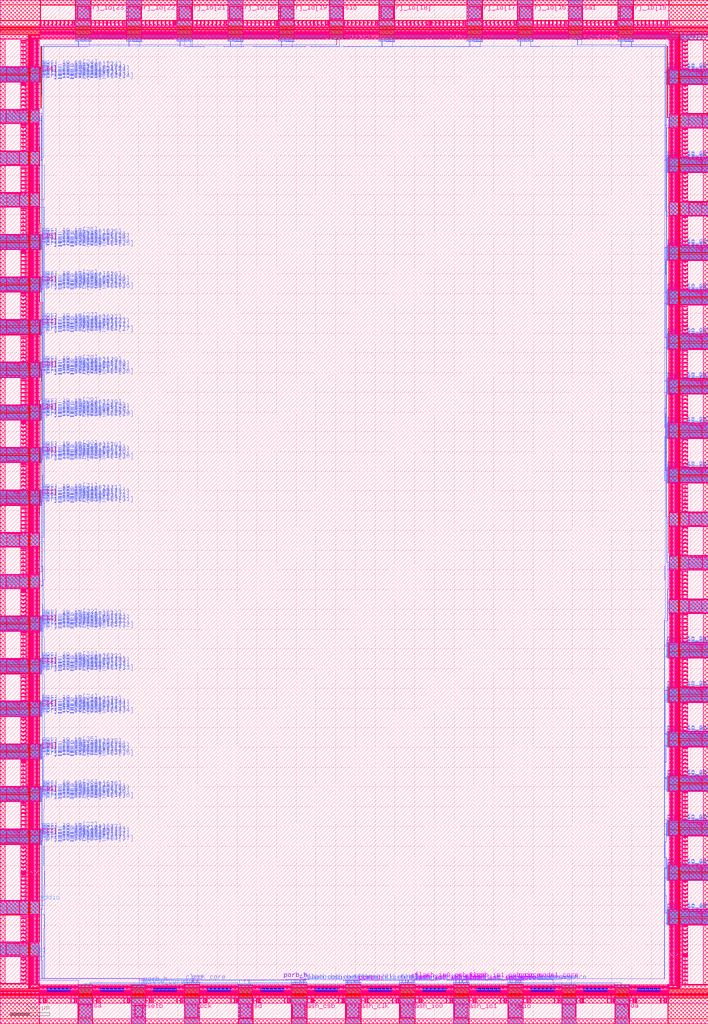
<source format=lef>
VERSION 5.7 ;
  NOWIREEXTENSIONATPIN ON ;
  DIVIDERCHAR "/" ;
  BUSBITCHARS "[]" ;
MACRO chip_io
  CLASS BLOCK ;
  FOREIGN chip_io ;
  ORIGIN 0.000 0.000 ;
  SIZE 3588.000 BY 5188.000 ;
  PIN clock
    DIRECTION INPUT ;
    USE SIGNAL ;
    PORT
      LAYER met5 ;
        RECT 938.200 32.990 1000.800 95.440 ;
    END
  END clock
  PIN clock_core
    DIRECTION OUTPUT TRISTATE ;
    USE SIGNAL ;
    PORT
      LAYER met2 ;
        RECT 936.635 208.565 936.915 210.965 ;
    END
  END clock_core
  PIN por
    DIRECTION INPUT ;
    USE SIGNAL ;
    PORT
      LAYER met2 ;
        RECT 970.215 208.565 970.495 210.965 ;
    END
  END por
  PIN flash_clk
    DIRECTION OUTPUT TRISTATE ;
    USE SIGNAL ;
    PORT
      LAYER met5 ;
        RECT 1755.200 32.990 1817.800 95.440 ;
    END
  END flash_clk
  PIN flash_clk_core
    DIRECTION INPUT ;
    USE SIGNAL ;
    PORT
      LAYER met2 ;
        RECT 1808.835 208.565 1809.115 210.965 ;
    END
  END flash_clk_core
  PIN flash_clk_ieb_core
    DIRECTION INPUT ;
    USE SIGNAL ;
    PORT
      LAYER met2 ;
        RECT 1787.215 208.565 1787.495 210.965 ;
    END
  END flash_clk_ieb_core
  PIN flash_clk_oeb_core
    DIRECTION INPUT ;
    USE SIGNAL ;
    PORT
      LAYER met2 ;
        RECT 1824.475 208.565 1824.755 210.965 ;
    END
  END flash_clk_oeb_core
  PIN flash_csb
    DIRECTION OUTPUT TRISTATE ;
    USE SIGNAL ;
    PORT
      LAYER met5 ;
        RECT 1481.200 32.990 1543.800 95.440 ;
    END
  END flash_csb
  PIN flash_csb_core
    DIRECTION INPUT ;
    USE SIGNAL ;
    PORT
      LAYER met2 ;
        RECT 1534.835 208.565 1535.115 210.965 ;
    END
  END flash_csb_core
  PIN flash_csb_ieb_core
    DIRECTION INPUT ;
    USE SIGNAL ;
    PORT
      LAYER met2 ;
        RECT 1513.215 208.565 1513.495 210.965 ;
    END
  END flash_csb_ieb_core
  PIN flash_csb_oeb_core
    DIRECTION INPUT ;
    USE SIGNAL ;
    PORT
      LAYER met2 ;
        RECT 1550.475 208.565 1550.755 210.965 ;
    END
  END flash_csb_oeb_core
  PIN flash_io0
    DIRECTION INOUT ;
    USE SIGNAL ;
    PORT
      LAYER met5 ;
        RECT 2029.200 32.990 2091.800 95.440 ;
    END
  END flash_io0
  PIN flash_io0_di_core
    DIRECTION OUTPUT TRISTATE ;
    USE SIGNAL ;
    PORT
      LAYER met2 ;
        RECT 2027.635 208.565 2027.915 210.965 ;
    END
  END flash_io0_di_core
  PIN flash_io0_do_core
    DIRECTION INPUT ;
    USE SIGNAL ;
    PORT
      LAYER met2 ;
        RECT 2082.835 208.565 2083.115 210.965 ;
    END
  END flash_io0_do_core
  PIN flash_io0_ieb_core
    DIRECTION INPUT ;
    USE SIGNAL ;
    PORT
      LAYER met1 ;
        RECT 2046.610 209.340 2046.930 209.400 ;
        RECT 2061.790 209.340 2062.110 209.400 ;
        RECT 2076.050 209.340 2076.370 209.400 ;
        RECT 2046.610 209.200 2076.370 209.340 ;
        RECT 2046.610 209.140 2046.930 209.200 ;
        RECT 2061.790 209.140 2062.110 209.200 ;
        RECT 2076.050 209.140 2076.370 209.200 ;
      LAYER via ;
        RECT 2046.640 209.140 2046.900 209.400 ;
        RECT 2061.820 209.140 2062.080 209.400 ;
        RECT 2076.080 209.140 2076.340 209.400 ;
      LAYER met2 ;
        RECT 2046.035 209.170 2046.315 210.965 ;
        RECT 2046.640 209.170 2046.900 209.430 ;
        RECT 2046.035 209.110 2046.900 209.170 ;
        RECT 2061.215 209.170 2061.495 210.965 ;
        RECT 2061.820 209.170 2062.080 209.430 ;
        RECT 2061.215 209.110 2062.080 209.170 ;
        RECT 2076.080 209.170 2076.340 209.430 ;
        RECT 2076.855 209.170 2077.135 210.965 ;
        RECT 2076.080 209.110 2077.135 209.170 ;
        RECT 2046.035 209.030 2046.840 209.110 ;
        RECT 2061.215 209.030 2062.020 209.110 ;
        RECT 2076.140 209.030 2077.135 209.110 ;
        RECT 2046.035 208.565 2046.315 209.030 ;
        RECT 2061.215 208.565 2061.495 209.030 ;
        RECT 2076.855 208.565 2077.135 209.030 ;
    END
  END flash_io0_ieb_core
  PIN flash_io0_oeb_core
    DIRECTION INPUT ;
    USE SIGNAL ;
    PORT
      LAYER met1 ;
        RECT 2055.350 221.580 2055.670 221.640 ;
        RECT 2055.350 221.440 2065.240 221.580 ;
        RECT 2055.350 221.380 2055.670 221.440 ;
        RECT 2065.100 220.900 2065.240 221.440 ;
        RECT 2098.590 220.900 2098.910 220.960 ;
        RECT 2065.100 220.760 2098.910 220.900 ;
        RECT 2098.590 220.700 2098.910 220.760 ;
      LAYER via ;
        RECT 2055.380 221.380 2055.640 221.640 ;
        RECT 2098.620 220.700 2098.880 220.960 ;
      LAYER met2 ;
        RECT 2055.380 221.350 2055.640 221.670 ;
        RECT 2055.440 210.965 2055.580 221.350 ;
        RECT 2098.620 220.670 2098.880 220.990 ;
        RECT 2098.680 210.965 2098.820 220.670 ;
        RECT 2055.235 209.100 2055.580 210.965 ;
        RECT 2098.475 209.100 2098.820 210.965 ;
        RECT 2055.235 208.565 2055.515 209.100 ;
        RECT 2098.475 208.565 2098.755 209.100 ;
    END
  END flash_io0_oeb_core
  PIN flash_io1
    DIRECTION INOUT ;
    USE SIGNAL ;
    PORT
      LAYER met5 ;
        RECT 2303.200 32.990 2365.800 95.440 ;
    END
  END flash_io1
  PIN flash_io1_di_core
    DIRECTION OUTPUT TRISTATE ;
    USE SIGNAL ;
    PORT
      LAYER met2 ;
        RECT 2301.635 208.565 2301.915 210.965 ;
    END
  END flash_io1_di_core
  PIN flash_io1_do_core
    DIRECTION INPUT ;
    USE SIGNAL ;
    PORT
      LAYER met2 ;
        RECT 2356.835 208.565 2357.115 210.965 ;
    END
  END flash_io1_do_core
  PIN flash_io1_ieb_core
    DIRECTION INPUT ;
    USE SIGNAL ;
    PORT
      LAYER met1 ;
        RECT 2320.770 209.000 2321.090 209.060 ;
        RECT 2335.950 209.000 2336.270 209.060 ;
        RECT 2350.210 209.000 2350.530 209.060 ;
        RECT 2320.770 208.860 2350.530 209.000 ;
        RECT 2320.770 208.800 2321.090 208.860 ;
        RECT 2335.950 208.800 2336.270 208.860 ;
        RECT 2350.210 208.800 2350.530 208.860 ;
      LAYER via ;
        RECT 2320.800 208.800 2321.060 209.060 ;
        RECT 2335.980 208.800 2336.240 209.060 ;
        RECT 2350.240 208.800 2350.500 209.060 ;
      LAYER met2 ;
        RECT 2320.035 209.170 2320.315 210.965 ;
        RECT 2335.215 209.170 2335.495 210.965 ;
        RECT 2350.855 209.170 2351.135 210.965 ;
        RECT 2320.035 209.090 2321.000 209.170 ;
        RECT 2335.215 209.090 2336.180 209.170 ;
        RECT 2350.300 209.090 2351.135 209.170 ;
        RECT 2320.035 209.030 2321.060 209.090 ;
        RECT 2320.035 208.565 2320.315 209.030 ;
        RECT 2320.800 208.770 2321.060 209.030 ;
        RECT 2335.215 209.030 2336.240 209.090 ;
        RECT 2335.215 208.565 2335.495 209.030 ;
        RECT 2335.980 208.770 2336.240 209.030 ;
        RECT 2350.240 209.030 2351.135 209.090 ;
        RECT 2350.240 208.770 2350.500 209.030 ;
        RECT 2350.855 208.565 2351.135 209.030 ;
    END
  END flash_io1_ieb_core
  PIN flash_io1_oeb_core
    DIRECTION INPUT ;
    USE SIGNAL ;
    PORT
      LAYER met1 ;
        RECT 2329.050 221.240 2329.370 221.300 ;
        RECT 2372.290 221.240 2372.610 221.300 ;
        RECT 2329.050 221.100 2372.610 221.240 ;
        RECT 2329.050 221.040 2329.370 221.100 ;
        RECT 2372.290 221.040 2372.610 221.100 ;
      LAYER via ;
        RECT 2329.080 221.040 2329.340 221.300 ;
        RECT 2372.320 221.040 2372.580 221.300 ;
      LAYER met2 ;
        RECT 2329.080 221.010 2329.340 221.330 ;
        RECT 2372.320 221.010 2372.580 221.330 ;
        RECT 2329.140 210.965 2329.280 221.010 ;
        RECT 2372.380 210.965 2372.520 221.010 ;
        RECT 2329.140 209.030 2329.515 210.965 ;
        RECT 2372.380 209.030 2372.755 210.965 ;
        RECT 2329.235 208.565 2329.515 209.030 ;
        RECT 2372.475 208.565 2372.755 209.030 ;
    END
  END flash_io1_oeb_core
  PIN gpio
    DIRECTION INOUT ;
    USE SIGNAL ;
    PORT
      LAYER met5 ;
        RECT 2577.200 32.990 2639.800 95.440 ;
    END
  END gpio
  PIN gpio_in_core
    DIRECTION OUTPUT TRISTATE ;
    USE SIGNAL ;
    PORT
      LAYER met2 ;
        RECT 2575.635 208.565 2575.915 210.965 ;
    END
  END gpio_in_core
  PIN gpio_inenb_core
    DIRECTION INPUT ;
    USE SIGNAL ;
    PORT
      LAYER met2 ;
        RECT 2609.215 208.565 2609.495 210.965 ;
    END
  END gpio_inenb_core
  PIN gpio_mode0_core
    DIRECTION INPUT ;
    USE SIGNAL ;
    PORT
      LAYER met2 ;
        RECT 2603.235 208.565 2603.515 210.965 ;
    END
  END gpio_mode0_core
  PIN gpio_mode1_core
    DIRECTION INPUT ;
    USE SIGNAL ;
    PORT
      LAYER met1 ;
        RECT 2594.010 220.900 2594.330 220.960 ;
        RECT 2624.830 220.900 2625.150 220.960 ;
        RECT 2594.010 220.760 2625.150 220.900 ;
        RECT 2594.010 220.700 2594.330 220.760 ;
        RECT 2624.830 220.700 2625.150 220.760 ;
      LAYER via ;
        RECT 2594.040 220.700 2594.300 220.960 ;
        RECT 2624.860 220.700 2625.120 220.960 ;
      LAYER met2 ;
        RECT 2594.040 220.670 2594.300 220.990 ;
        RECT 2624.860 220.670 2625.120 220.990 ;
        RECT 2594.100 210.965 2594.240 220.670 ;
        RECT 2624.920 210.965 2625.060 220.670 ;
        RECT 2594.035 208.565 2594.315 210.965 ;
        RECT 2624.855 208.565 2625.135 210.965 ;
    END
  END gpio_mode1_core
  PIN gpio_out_core
    DIRECTION INPUT ;
    USE SIGNAL ;
    PORT
      LAYER met2 ;
        RECT 2630.835 208.565 2631.115 210.965 ;
    END
  END gpio_out_core
  PIN gpio_outenb_core
    DIRECTION INPUT ;
    USE SIGNAL ;
    PORT
      LAYER met2 ;
        RECT 2646.475 208.565 2646.755 210.965 ;
    END
  END gpio_outenb_core
  PIN vccd
    DIRECTION INOUT ;
    USE SIGNAL ;
    PORT
      LAYER met5 ;
        RECT 30.430 349.315 97.860 405.955 ;
    END
  END vccd
  PIN vdda
    DIRECTION INOUT ;
    USE SIGNAL ;
    PORT
      LAYER met5 ;
        RECT 3120.200 33.375 3182.900 95.990 ;
    END
  END vdda
  PIN vddio
    DIRECTION INOUT ;
    USE SIGNAL ;
    PORT
      LAYER met3 ;
        RECT 197.965 601.390 200.000 625.290 ;
    END
  END vddio
  PIN vssa
    DIRECTION INOUT ;
    USE SIGNAL ;
    PORT
      LAYER met5 ;
        RECT 400.200 33.375 462.900 95.990 ;
    END
  END vssa
  PIN vssd
    DIRECTION INOUT ;
    USE SIGNAL ;
    PORT
      LAYER met5 ;
        RECT 1215.045 30.430 1271.685 97.860 ;
    END
  END vssd
  PIN vssio
    DIRECTION INOUT ;
    USE SIGNAL ;
    PORT
      LAYER met5 ;
        RECT 1673.100 5092.010 1735.800 5154.625 ;
    END
  END vssio
  PIN mprj_io[0]
    DIRECTION INOUT ;
    USE SIGNAL ;
    PORT
      LAYER met5 ;
        RECT 3492.560 506.200 3555.010 568.800 ;
    END
  END mprj_io[0]
  PIN mprj_io_analog_en[0]
    DIRECTION INPUT ;
    USE SIGNAL ;
    PORT
      LAYER met2 ;
        RECT 3377.035 529.015 3379.435 529.295 ;
    END
  END mprj_io_analog_en[0]
  PIN mprj_io_analog_pol[0]
    DIRECTION INPUT ;
    USE SIGNAL ;
    PORT
      LAYER met2 ;
        RECT 3377.035 535.455 3379.435 535.735 ;
    END
  END mprj_io_analog_pol[0]
  PIN mprj_io_analog_sel[0]
    DIRECTION INPUT ;
    USE SIGNAL ;
    PORT
      LAYER met2 ;
        RECT 3377.035 550.635 3379.435 550.915 ;
    END
  END mprj_io_analog_sel[0]
  PIN mprj_io_dm[0]
    DIRECTION INPUT ;
    USE SIGNAL ;
    PORT
      LAYER met2 ;
        RECT 3377.035 532.235 3379.435 532.515 ;
    END
  END mprj_io_dm[0]
  PIN mprj_io_dm[1]
    DIRECTION INPUT ;
    USE SIGNAL ;
    PORT
      LAYER met2 ;
        RECT 3377.035 523.035 3379.435 523.315 ;
    END
  END mprj_io_dm[1]
  PIN mprj_io_dm[2]
    DIRECTION INPUT ;
    USE SIGNAL ;
    PORT
      LAYER met2 ;
        RECT 3377.035 553.855 3379.435 554.135 ;
    END
  END mprj_io_dm[2]
  PIN mprj_io_enh[0]
    DIRECTION INPUT ;
    USE SIGNAL ;
    PORT
      LAYER met2 ;
        RECT 3377.035 544.655 3379.435 544.935 ;
    END
  END mprj_io_enh[0]
  PIN mprj_io_hldh_n[0]
    DIRECTION INPUT ;
    USE SIGNAL ;
    PORT
      LAYER met2 ;
        RECT 3377.035 547.875 3379.435 548.155 ;
    END
  END mprj_io_hldh_n[0]
  PIN mprj_io_holdover[0]
    DIRECTION INPUT ;
    USE SIGNAL ;
    PORT
      LAYER met2 ;
        RECT 3377.035 557.075 3379.435 557.355 ;
    END
  END mprj_io_holdover[0]
  PIN mprj_io_ib_mode_sel[0]
    DIRECTION INPUT ;
    USE SIGNAL ;
    PORT
      LAYER met2 ;
        RECT 3377.035 572.255 3379.435 572.535 ;
    END
  END mprj_io_ib_mode_sel[0]
  PIN mprj_io_inp_dis[0]
    DIRECTION INPUT ;
    USE SIGNAL ;
    PORT
      LAYER met2 ;
        RECT 3377.035 538.215 3379.435 538.495 ;
    END
  END mprj_io_inp_dis[0]
  PIN mprj_io_oeb[0]
    DIRECTION INPUT ;
    USE SIGNAL ;
    PORT
      LAYER met2 ;
        RECT 3377.035 575.475 3379.435 575.755 ;
    END
  END mprj_io_oeb[0]
  PIN mprj_io_out[0]
    DIRECTION INPUT ;
    USE SIGNAL ;
    PORT
      LAYER met2 ;
        RECT 3377.035 559.835 3379.435 560.115 ;
    END
  END mprj_io_out[0]
  PIN mprj_io_slow_sel[0]
    DIRECTION INPUT ;
    USE SIGNAL ;
    PORT
      LAYER met2 ;
        RECT 3377.035 513.835 3379.435 514.115 ;
    END
  END mprj_io_slow_sel[0]
  PIN mprj_io_vtrip_sel[0]
    DIRECTION INPUT ;
    USE SIGNAL ;
    PORT
      LAYER met2 ;
        RECT 3377.035 569.035 3379.435 569.315 ;
    END
  END mprj_io_vtrip_sel[0]
  PIN mprj_io_in[0]
    DIRECTION OUTPUT TRISTATE ;
    USE SIGNAL ;
    PORT
      LAYER met2 ;
        RECT 3377.035 504.635 3379.435 504.915 ;
    END
  END mprj_io_in[0]
  PIN mprj_analog_io[3]
    DIRECTION INOUT ;
    USE SIGNAL ;
    PORT
      LAYER met2 ;
        RECT 3377.035 3433.055 3379.435 3433.335 ;
    END
  END mprj_analog_io[3]
  PIN mprj_io[10]
    DIRECTION INOUT ;
    USE SIGNAL ;
    PORT
      LAYER met5 ;
        RECT 3492.560 3422.200 3555.010 3484.800 ;
    END
  END mprj_io[10]
  PIN mprj_io_analog_en[10]
    DIRECTION INPUT ;
    USE SIGNAL ;
    PORT
      LAYER met2 ;
        RECT 3377.035 3445.015 3379.435 3445.295 ;
    END
  END mprj_io_analog_en[10]
  PIN mprj_io_analog_pol[10]
    DIRECTION INPUT ;
    USE SIGNAL ;
    PORT
      LAYER met2 ;
        RECT 3377.035 3451.455 3379.435 3451.735 ;
    END
  END mprj_io_analog_pol[10]
  PIN mprj_io_analog_sel[10]
    DIRECTION INPUT ;
    USE SIGNAL ;
    PORT
      LAYER met2 ;
        RECT 3377.035 3466.635 3379.435 3466.915 ;
    END
  END mprj_io_analog_sel[10]
  PIN mprj_io_dm[30]
    DIRECTION INPUT ;
    USE SIGNAL ;
    PORT
      LAYER met2 ;
        RECT 3377.035 3448.235 3379.435 3448.515 ;
    END
  END mprj_io_dm[30]
  PIN mprj_io_dm[31]
    DIRECTION INPUT ;
    USE SIGNAL ;
    PORT
      LAYER met2 ;
        RECT 3377.035 3439.035 3379.435 3439.315 ;
    END
  END mprj_io_dm[31]
  PIN mprj_io_dm[32]
    DIRECTION INPUT ;
    USE SIGNAL ;
    PORT
      LAYER met2 ;
        RECT 3377.035 3469.855 3379.435 3470.135 ;
    END
  END mprj_io_dm[32]
  PIN mprj_io_enh[10]
    DIRECTION INPUT ;
    USE SIGNAL ;
    PORT
      LAYER met2 ;
        RECT 3377.035 3460.655 3379.435 3460.935 ;
    END
  END mprj_io_enh[10]
  PIN mprj_io_hldh_n[10]
    DIRECTION INPUT ;
    USE SIGNAL ;
    PORT
      LAYER met2 ;
        RECT 3377.035 3463.875 3379.435 3464.155 ;
    END
  END mprj_io_hldh_n[10]
  PIN mprj_io_holdover[10]
    DIRECTION INPUT ;
    USE SIGNAL ;
    PORT
      LAYER met2 ;
        RECT 3377.035 3473.075 3379.435 3473.355 ;
    END
  END mprj_io_holdover[10]
  PIN mprj_io_ib_mode_sel[10]
    DIRECTION INPUT ;
    USE SIGNAL ;
    PORT
      LAYER met2 ;
        RECT 3377.035 3488.255 3379.435 3488.535 ;
    END
  END mprj_io_ib_mode_sel[10]
  PIN mprj_io_inp_dis[10]
    DIRECTION INPUT ;
    USE SIGNAL ;
    PORT
      LAYER met2 ;
        RECT 3377.035 3454.215 3379.435 3454.495 ;
    END
  END mprj_io_inp_dis[10]
  PIN mprj_io_oeb[10]
    DIRECTION INPUT ;
    USE SIGNAL ;
    PORT
      LAYER met2 ;
        RECT 3377.035 3491.475 3379.435 3491.755 ;
    END
  END mprj_io_oeb[10]
  PIN mprj_io_out[10]
    DIRECTION INPUT ;
    USE SIGNAL ;
    PORT
      LAYER met2 ;
        RECT 3377.035 3475.835 3379.435 3476.115 ;
    END
  END mprj_io_out[10]
  PIN mprj_io_slow_sel[10]
    DIRECTION INPUT ;
    USE SIGNAL ;
    PORT
      LAYER met2 ;
        RECT 3377.035 3429.835 3379.435 3430.115 ;
    END
  END mprj_io_slow_sel[10]
  PIN mprj_io_vtrip_sel[10]
    DIRECTION INPUT ;
    USE SIGNAL ;
    PORT
      LAYER met2 ;
        RECT 3377.035 3485.035 3379.435 3485.315 ;
    END
  END mprj_io_vtrip_sel[10]
  PIN mprj_io_in[10]
    DIRECTION OUTPUT TRISTATE ;
    USE SIGNAL ;
    PORT
      LAYER met2 ;
        RECT 3377.035 3420.635 3379.435 3420.915 ;
    END
  END mprj_io_in[10]
  PIN mprj_analog_io[4]
    DIRECTION INOUT ;
    USE SIGNAL ;
    PORT
      LAYER met2 ;
        RECT 3377.035 3658.055 3379.435 3658.335 ;
    END
  END mprj_analog_io[4]
  PIN mprj_io[11]
    DIRECTION INOUT ;
    USE SIGNAL ;
    PORT
      LAYER met5 ;
        RECT 3492.560 3647.200 3555.010 3709.800 ;
    END
  END mprj_io[11]
  PIN mprj_io_analog_en[11]
    DIRECTION INPUT ;
    USE SIGNAL ;
    PORT
      LAYER met2 ;
        RECT 3377.035 3670.015 3379.435 3670.295 ;
    END
  END mprj_io_analog_en[11]
  PIN mprj_io_analog_pol[11]
    DIRECTION INPUT ;
    USE SIGNAL ;
    PORT
      LAYER met2 ;
        RECT 3377.035 3676.455 3379.435 3676.735 ;
    END
  END mprj_io_analog_pol[11]
  PIN mprj_io_analog_sel[11]
    DIRECTION INPUT ;
    USE SIGNAL ;
    PORT
      LAYER met2 ;
        RECT 3377.035 3691.635 3379.435 3691.915 ;
    END
  END mprj_io_analog_sel[11]
  PIN mprj_io_dm[33]
    DIRECTION INPUT ;
    USE SIGNAL ;
    PORT
      LAYER met2 ;
        RECT 3377.035 3673.235 3379.435 3673.515 ;
    END
  END mprj_io_dm[33]
  PIN mprj_io_dm[34]
    DIRECTION INPUT ;
    USE SIGNAL ;
    PORT
      LAYER met2 ;
        RECT 3377.035 3664.035 3379.435 3664.315 ;
    END
  END mprj_io_dm[34]
  PIN mprj_io_dm[35]
    DIRECTION INPUT ;
    USE SIGNAL ;
    PORT
      LAYER met2 ;
        RECT 3377.035 3694.855 3379.435 3695.135 ;
    END
  END mprj_io_dm[35]
  PIN mprj_io_enh[11]
    DIRECTION INPUT ;
    USE SIGNAL ;
    PORT
      LAYER met2 ;
        RECT 3377.035 3685.655 3379.435 3685.935 ;
    END
  END mprj_io_enh[11]
  PIN mprj_io_hldh_n[11]
    DIRECTION INPUT ;
    USE SIGNAL ;
    PORT
      LAYER met2 ;
        RECT 3377.035 3688.875 3379.435 3689.155 ;
    END
  END mprj_io_hldh_n[11]
  PIN mprj_io_holdover[11]
    DIRECTION INPUT ;
    USE SIGNAL ;
    PORT
      LAYER met2 ;
        RECT 3377.035 3698.075 3379.435 3698.355 ;
    END
  END mprj_io_holdover[11]
  PIN mprj_io_ib_mode_sel[11]
    DIRECTION INPUT ;
    USE SIGNAL ;
    PORT
      LAYER met2 ;
        RECT 3377.035 3713.255 3379.435 3713.535 ;
    END
  END mprj_io_ib_mode_sel[11]
  PIN mprj_io_inp_dis[11]
    DIRECTION INPUT ;
    USE SIGNAL ;
    PORT
      LAYER met2 ;
        RECT 3377.035 3679.215 3379.435 3679.495 ;
    END
  END mprj_io_inp_dis[11]
  PIN mprj_io_oeb[11]
    DIRECTION INPUT ;
    USE SIGNAL ;
    PORT
      LAYER met2 ;
        RECT 3377.035 3716.475 3379.435 3716.755 ;
    END
  END mprj_io_oeb[11]
  PIN mprj_io_out[11]
    DIRECTION INPUT ;
    USE SIGNAL ;
    PORT
      LAYER met2 ;
        RECT 3377.035 3700.835 3379.435 3701.115 ;
    END
  END mprj_io_out[11]
  PIN mprj_io_slow_sel[11]
    DIRECTION INPUT ;
    USE SIGNAL ;
    PORT
      LAYER met2 ;
        RECT 3377.035 3654.835 3379.435 3655.115 ;
    END
  END mprj_io_slow_sel[11]
  PIN mprj_io_vtrip_sel[11]
    DIRECTION INPUT ;
    USE SIGNAL ;
    PORT
      LAYER met2 ;
        RECT 3377.035 3710.035 3379.435 3710.315 ;
    END
  END mprj_io_vtrip_sel[11]
  PIN mprj_io_in[11]
    DIRECTION OUTPUT TRISTATE ;
    USE SIGNAL ;
    PORT
      LAYER met2 ;
        RECT 3377.035 3645.635 3379.435 3645.915 ;
    END
  END mprj_io_in[11]
  PIN mprj_analog_io[5]
    DIRECTION INOUT ;
    USE SIGNAL ;
    PORT
      LAYER met2 ;
        RECT 3377.035 3883.055 3379.435 3883.335 ;
    END
  END mprj_analog_io[5]
  PIN mprj_io[12]
    DIRECTION INOUT ;
    USE SIGNAL ;
    PORT
      LAYER met5 ;
        RECT 3492.560 3872.200 3555.010 3934.800 ;
    END
  END mprj_io[12]
  PIN mprj_io_analog_en[12]
    DIRECTION INPUT ;
    USE SIGNAL ;
    PORT
      LAYER met2 ;
        RECT 3377.035 3895.015 3379.435 3895.295 ;
    END
  END mprj_io_analog_en[12]
  PIN mprj_io_analog_pol[12]
    DIRECTION INPUT ;
    USE SIGNAL ;
    PORT
      LAYER met2 ;
        RECT 3377.035 3901.455 3379.435 3901.735 ;
    END
  END mprj_io_analog_pol[12]
  PIN mprj_io_analog_sel[12]
    DIRECTION INPUT ;
    USE SIGNAL ;
    PORT
      LAYER met2 ;
        RECT 3377.035 3916.635 3379.435 3916.915 ;
    END
  END mprj_io_analog_sel[12]
  PIN mprj_io_dm[36]
    DIRECTION INPUT ;
    USE SIGNAL ;
    PORT
      LAYER met2 ;
        RECT 3377.035 3898.235 3379.435 3898.515 ;
    END
  END mprj_io_dm[36]
  PIN mprj_io_dm[37]
    DIRECTION INPUT ;
    USE SIGNAL ;
    PORT
      LAYER met2 ;
        RECT 3377.035 3889.035 3379.435 3889.315 ;
    END
  END mprj_io_dm[37]
  PIN mprj_io_dm[38]
    DIRECTION INPUT ;
    USE SIGNAL ;
    PORT
      LAYER met2 ;
        RECT 3377.035 3919.855 3379.435 3920.135 ;
    END
  END mprj_io_dm[38]
  PIN mprj_io_enh[12]
    DIRECTION INPUT ;
    USE SIGNAL ;
    PORT
      LAYER met2 ;
        RECT 3377.035 3910.655 3379.435 3910.935 ;
    END
  END mprj_io_enh[12]
  PIN mprj_io_hldh_n[12]
    DIRECTION INPUT ;
    USE SIGNAL ;
    PORT
      LAYER met2 ;
        RECT 3377.035 3913.875 3379.435 3914.155 ;
    END
  END mprj_io_hldh_n[12]
  PIN mprj_io_holdover[12]
    DIRECTION INPUT ;
    USE SIGNAL ;
    PORT
      LAYER met2 ;
        RECT 3377.035 3923.075 3379.435 3923.355 ;
    END
  END mprj_io_holdover[12]
  PIN mprj_io_ib_mode_sel[12]
    DIRECTION INPUT ;
    USE SIGNAL ;
    PORT
      LAYER met2 ;
        RECT 3377.035 3938.255 3379.435 3938.535 ;
    END
  END mprj_io_ib_mode_sel[12]
  PIN mprj_io_inp_dis[12]
    DIRECTION INPUT ;
    USE SIGNAL ;
    PORT
      LAYER met2 ;
        RECT 3377.035 3904.215 3379.435 3904.495 ;
    END
  END mprj_io_inp_dis[12]
  PIN mprj_io_oeb[12]
    DIRECTION INPUT ;
    USE SIGNAL ;
    PORT
      LAYER met2 ;
        RECT 3377.035 3941.475 3379.435 3941.755 ;
    END
  END mprj_io_oeb[12]
  PIN mprj_io_out[12]
    DIRECTION INPUT ;
    USE SIGNAL ;
    PORT
      LAYER met2 ;
        RECT 3377.035 3925.835 3379.435 3926.115 ;
    END
  END mprj_io_out[12]
  PIN mprj_io_slow_sel[12]
    DIRECTION INPUT ;
    USE SIGNAL ;
    PORT
      LAYER met2 ;
        RECT 3377.035 3879.835 3379.435 3880.115 ;
    END
  END mprj_io_slow_sel[12]
  PIN mprj_io_vtrip_sel[12]
    DIRECTION INPUT ;
    USE SIGNAL ;
    PORT
      LAYER met2 ;
        RECT 3377.035 3935.035 3379.435 3935.315 ;
    END
  END mprj_io_vtrip_sel[12]
  PIN mprj_io_in[12]
    DIRECTION OUTPUT TRISTATE ;
    USE SIGNAL ;
    PORT
      LAYER met2 ;
        RECT 3377.035 3870.635 3379.435 3870.915 ;
    END
  END mprj_io_in[12]
  PIN mprj_analog_io[6]
    DIRECTION INOUT ;
    USE SIGNAL ;
    PORT
      LAYER met2 ;
        RECT 3377.035 4329.055 3379.435 4329.335 ;
    END
  END mprj_analog_io[6]
  PIN mprj_io[13]
    DIRECTION INOUT ;
    USE SIGNAL ;
    PORT
      LAYER met5 ;
        RECT 3492.560 4318.200 3555.010 4380.800 ;
    END
  END mprj_io[13]
  PIN mprj_io_analog_en[13]
    DIRECTION INPUT ;
    USE SIGNAL ;
    PORT
      LAYER met2 ;
        RECT 3377.035 4341.015 3379.435 4341.295 ;
    END
  END mprj_io_analog_en[13]
  PIN mprj_io_analog_pol[13]
    DIRECTION INPUT ;
    USE SIGNAL ;
    PORT
      LAYER met2 ;
        RECT 3377.035 4347.455 3379.435 4347.735 ;
    END
  END mprj_io_analog_pol[13]
  PIN mprj_io_analog_sel[13]
    DIRECTION INPUT ;
    USE SIGNAL ;
    PORT
      LAYER met2 ;
        RECT 3377.035 4362.635 3379.435 4362.915 ;
    END
  END mprj_io_analog_sel[13]
  PIN mprj_io_dm[39]
    DIRECTION INPUT ;
    USE SIGNAL ;
    PORT
      LAYER met2 ;
        RECT 3377.035 4344.235 3379.435 4344.515 ;
    END
  END mprj_io_dm[39]
  PIN mprj_io_dm[40]
    DIRECTION INPUT ;
    USE SIGNAL ;
    PORT
      LAYER met2 ;
        RECT 3377.035 4335.035 3379.435 4335.315 ;
    END
  END mprj_io_dm[40]
  PIN mprj_io_dm[41]
    DIRECTION INPUT ;
    USE SIGNAL ;
    PORT
      LAYER met2 ;
        RECT 3377.035 4365.855 3379.435 4366.135 ;
    END
  END mprj_io_dm[41]
  PIN mprj_io_enh[13]
    DIRECTION INPUT ;
    USE SIGNAL ;
    PORT
      LAYER met2 ;
        RECT 3377.035 4356.655 3379.435 4356.935 ;
    END
  END mprj_io_enh[13]
  PIN mprj_io_hldh_n[13]
    DIRECTION INPUT ;
    USE SIGNAL ;
    PORT
      LAYER met2 ;
        RECT 3377.035 4359.875 3379.435 4360.155 ;
    END
  END mprj_io_hldh_n[13]
  PIN mprj_io_holdover[13]
    DIRECTION INPUT ;
    USE SIGNAL ;
    PORT
      LAYER met2 ;
        RECT 3377.035 4369.075 3379.435 4369.355 ;
    END
  END mprj_io_holdover[13]
  PIN mprj_io_ib_mode_sel[13]
    DIRECTION INPUT ;
    USE SIGNAL ;
    PORT
      LAYER met2 ;
        RECT 3377.035 4384.255 3379.435 4384.535 ;
    END
  END mprj_io_ib_mode_sel[13]
  PIN mprj_io_inp_dis[13]
    DIRECTION INPUT ;
    USE SIGNAL ;
    PORT
      LAYER met2 ;
        RECT 3377.035 4350.215 3379.435 4350.495 ;
    END
  END mprj_io_inp_dis[13]
  PIN mprj_io_oeb[13]
    DIRECTION INPUT ;
    USE SIGNAL ;
    PORT
      LAYER met2 ;
        RECT 3377.035 4387.475 3379.435 4387.755 ;
    END
  END mprj_io_oeb[13]
  PIN mprj_io_out[13]
    DIRECTION INPUT ;
    USE SIGNAL ;
    PORT
      LAYER met2 ;
        RECT 3377.035 4371.835 3379.435 4372.115 ;
    END
  END mprj_io_out[13]
  PIN mprj_io_slow_sel[13]
    DIRECTION INPUT ;
    USE SIGNAL ;
    PORT
      LAYER met2 ;
        RECT 3377.035 4325.835 3379.435 4326.115 ;
    END
  END mprj_io_slow_sel[13]
  PIN mprj_io_vtrip_sel[13]
    DIRECTION INPUT ;
    USE SIGNAL ;
    PORT
      LAYER met2 ;
        RECT 3377.035 4381.035 3379.435 4381.315 ;
    END
  END mprj_io_vtrip_sel[13]
  PIN mprj_io_in[13]
    DIRECTION OUTPUT TRISTATE ;
    USE SIGNAL ;
    PORT
      LAYER met2 ;
        RECT 3377.035 4316.635 3379.435 4316.915 ;
    END
  END mprj_io_in[13]
  PIN mprj_analog_io[7]
    DIRECTION INOUT ;
    USE SIGNAL ;
    PORT
      LAYER met2 ;
        RECT 3377.035 4775.055 3379.435 4775.335 ;
    END
  END mprj_analog_io[7]
  PIN mprj_io[14]
    DIRECTION INOUT ;
    USE SIGNAL ;
    PORT
      LAYER met5 ;
        RECT 3492.560 4764.200 3555.010 4826.800 ;
    END
  END mprj_io[14]
  PIN mprj_io_analog_en[14]
    DIRECTION INPUT ;
    USE SIGNAL ;
    PORT
      LAYER met2 ;
        RECT 3377.035 4787.015 3379.435 4787.295 ;
    END
  END mprj_io_analog_en[14]
  PIN mprj_io_analog_pol[14]
    DIRECTION INPUT ;
    USE SIGNAL ;
    PORT
      LAYER met2 ;
        RECT 3377.035 4793.455 3379.435 4793.735 ;
    END
  END mprj_io_analog_pol[14]
  PIN mprj_io_analog_sel[14]
    DIRECTION INPUT ;
    USE SIGNAL ;
    PORT
      LAYER met2 ;
        RECT 3377.035 4808.635 3379.435 4808.915 ;
    END
  END mprj_io_analog_sel[14]
  PIN mprj_io_dm[42]
    DIRECTION INPUT ;
    USE SIGNAL ;
    PORT
      LAYER met2 ;
        RECT 3377.035 4790.235 3379.435 4790.515 ;
    END
  END mprj_io_dm[42]
  PIN mprj_io_dm[43]
    DIRECTION INPUT ;
    USE SIGNAL ;
    PORT
      LAYER met2 ;
        RECT 3377.035 4781.035 3379.435 4781.315 ;
    END
  END mprj_io_dm[43]
  PIN mprj_io_dm[44]
    DIRECTION INPUT ;
    USE SIGNAL ;
    PORT
      LAYER met2 ;
        RECT 3377.035 4811.855 3379.435 4812.135 ;
    END
  END mprj_io_dm[44]
  PIN mprj_io_enh[14]
    DIRECTION INPUT ;
    USE SIGNAL ;
    PORT
      LAYER met2 ;
        RECT 3377.035 4802.655 3379.435 4802.935 ;
    END
  END mprj_io_enh[14]
  PIN mprj_io_hldh_n[14]
    DIRECTION INPUT ;
    USE SIGNAL ;
    PORT
      LAYER met2 ;
        RECT 3377.035 4805.875 3379.435 4806.155 ;
    END
  END mprj_io_hldh_n[14]
  PIN mprj_io_holdover[14]
    DIRECTION INPUT ;
    USE SIGNAL ;
    PORT
      LAYER met2 ;
        RECT 3377.035 4815.075 3379.435 4815.355 ;
    END
  END mprj_io_holdover[14]
  PIN mprj_io_ib_mode_sel[14]
    DIRECTION INPUT ;
    USE SIGNAL ;
    PORT
      LAYER met2 ;
        RECT 3377.035 4830.255 3379.435 4830.535 ;
    END
  END mprj_io_ib_mode_sel[14]
  PIN mprj_io_inp_dis[14]
    DIRECTION INPUT ;
    USE SIGNAL ;
    PORT
      LAYER met2 ;
        RECT 3377.035 4796.215 3379.435 4796.495 ;
    END
  END mprj_io_inp_dis[14]
  PIN mprj_io_oeb[14]
    DIRECTION INPUT ;
    USE SIGNAL ;
    PORT
      LAYER met2 ;
        RECT 3377.035 4833.475 3379.435 4833.755 ;
    END
  END mprj_io_oeb[14]
  PIN mprj_io_out[14]
    DIRECTION INPUT ;
    USE SIGNAL ;
    PORT
      LAYER met2 ;
        RECT 3377.035 4817.835 3379.435 4818.115 ;
    END
  END mprj_io_out[14]
  PIN mprj_io_slow_sel[14]
    DIRECTION INPUT ;
    USE SIGNAL ;
    PORT
      LAYER met2 ;
        RECT 3377.035 4771.835 3379.435 4772.115 ;
    END
  END mprj_io_slow_sel[14]
  PIN mprj_io_vtrip_sel[14]
    DIRECTION INPUT ;
    USE SIGNAL ;
    PORT
      LAYER met2 ;
        RECT 3377.035 4827.035 3379.435 4827.315 ;
    END
  END mprj_io_vtrip_sel[14]
  PIN mprj_io_in[14]
    DIRECTION OUTPUT TRISTATE ;
    USE SIGNAL ;
    PORT
      LAYER met2 ;
        RECT 3377.035 4762.635 3379.435 4762.915 ;
    END
  END mprj_io_in[14]
  PIN mprj_analog_io[8]
    DIRECTION INOUT ;
    USE SIGNAL ;
    PORT
      LAYER met2 ;
        RECT 3192.665 4977.035 3192.945 4979.435 ;
    END
  END mprj_analog_io[8]
  PIN mprj_io[15]
    DIRECTION INOUT ;
    USE SIGNAL ;
    PORT
      LAYER met5 ;
        RECT 3141.200 5092.560 3203.800 5155.010 ;
    END
  END mprj_io[15]
  PIN mprj_io_analog_en[15]
    DIRECTION INPUT ;
    USE SIGNAL ;
    PORT
      LAYER met2 ;
        RECT 3180.705 4977.035 3180.985 4979.435 ;
    END
  END mprj_io_analog_en[15]
  PIN mprj_io_analog_pol[15]
    DIRECTION INPUT ;
    USE SIGNAL ;
    PORT
      LAYER met2 ;
        RECT 3174.265 4977.035 3174.545 4979.435 ;
    END
  END mprj_io_analog_pol[15]
  PIN mprj_io_analog_sel[15]
    DIRECTION INPUT ;
    USE SIGNAL ;
    PORT
      LAYER met2 ;
        RECT 3159.085 4977.035 3159.365 4979.435 ;
    END
  END mprj_io_analog_sel[15]
  PIN mprj_io_dm[45]
    DIRECTION INPUT ;
    USE SIGNAL ;
    PORT
      LAYER met2 ;
        RECT 3177.485 4977.035 3177.765 4979.435 ;
    END
  END mprj_io_dm[45]
  PIN mprj_io_dm[46]
    DIRECTION INPUT ;
    USE SIGNAL ;
    PORT
      LAYER met2 ;
        RECT 3186.685 4977.035 3186.965 4979.435 ;
    END
  END mprj_io_dm[46]
  PIN mprj_io_dm[47]
    DIRECTION INPUT ;
    USE SIGNAL ;
    PORT
      LAYER met2 ;
        RECT 3155.865 4977.035 3156.145 4979.435 ;
    END
  END mprj_io_dm[47]
  PIN mprj_io_enh[15]
    DIRECTION INPUT ;
    USE SIGNAL ;
    PORT
      LAYER met2 ;
        RECT 3165.065 4977.035 3165.345 4979.435 ;
    END
  END mprj_io_enh[15]
  PIN mprj_io_hldh_n[15]
    DIRECTION INPUT ;
    USE SIGNAL ;
    PORT
      LAYER met2 ;
        RECT 3161.845 4977.035 3162.125 4979.435 ;
    END
  END mprj_io_hldh_n[15]
  PIN mprj_io_holdover[15]
    DIRECTION INPUT ;
    USE SIGNAL ;
    PORT
      LAYER met2 ;
        RECT 3152.645 4977.035 3152.925 4979.435 ;
    END
  END mprj_io_holdover[15]
  PIN mprj_io_ib_mode_sel[15]
    DIRECTION INPUT ;
    USE SIGNAL ;
    PORT
      LAYER met2 ;
        RECT 3137.465 4977.035 3137.745 4979.435 ;
    END
  END mprj_io_ib_mode_sel[15]
  PIN mprj_io_inp_dis[15]
    DIRECTION INPUT ;
    USE SIGNAL ;
    PORT
      LAYER met2 ;
        RECT 3171.505 4977.035 3171.785 4979.435 ;
    END
  END mprj_io_inp_dis[15]
  PIN mprj_io_oeb[15]
    DIRECTION INPUT ;
    USE SIGNAL ;
    PORT
      LAYER met2 ;
        RECT 3134.245 4977.035 3134.525 4979.435 ;
    END
  END mprj_io_oeb[15]
  PIN mprj_io_out[15]
    DIRECTION INPUT ;
    USE SIGNAL ;
    PORT
      LAYER met2 ;
        RECT 3149.885 4977.035 3150.165 4979.435 ;
    END
  END mprj_io_out[15]
  PIN mprj_io_slow_sel[15]
    DIRECTION INPUT ;
    USE SIGNAL ;
    PORT
      LAYER met2 ;
        RECT 3195.885 4977.035 3196.165 4979.435 ;
    END
  END mprj_io_slow_sel[15]
  PIN mprj_io_vtrip_sel[15]
    DIRECTION INPUT ;
    USE SIGNAL ;
    PORT
      LAYER met2 ;
        RECT 3140.685 4977.035 3140.965 4979.435 ;
    END
  END mprj_io_vtrip_sel[15]
  PIN mprj_io_in[15]
    DIRECTION OUTPUT TRISTATE ;
    USE SIGNAL ;
    PORT
      LAYER met2 ;
        RECT 3205.085 4977.035 3205.365 4979.435 ;
    END
  END mprj_io_in[15]
  PIN mprj_analog_io[9]
    DIRECTION INOUT ;
    USE SIGNAL ;
    PORT
      LAYER met2 ;
        RECT 2683.665 4977.035 2683.945 4979.435 ;
    END
  END mprj_analog_io[9]
  PIN mprj_io[16]
    DIRECTION INOUT ;
    USE SIGNAL ;
    PORT
      LAYER met5 ;
        RECT 2632.200 5092.560 2694.800 5155.010 ;
    END
  END mprj_io[16]
  PIN mprj_io_analog_en[16]
    DIRECTION INPUT ;
    USE SIGNAL ;
    PORT
      LAYER met2 ;
        RECT 2671.705 4977.035 2671.985 4979.435 ;
    END
  END mprj_io_analog_en[16]
  PIN mprj_io_analog_pol[16]
    DIRECTION INPUT ;
    USE SIGNAL ;
    PORT
      LAYER met2 ;
        RECT 2665.265 4977.035 2665.545 4979.435 ;
    END
  END mprj_io_analog_pol[16]
  PIN mprj_io_analog_sel[16]
    DIRECTION INPUT ;
    USE SIGNAL ;
    PORT
      LAYER met2 ;
        RECT 2650.085 4977.035 2650.365 4979.435 ;
    END
  END mprj_io_analog_sel[16]
  PIN mprj_io_dm[48]
    DIRECTION INPUT ;
    USE SIGNAL ;
    PORT
      LAYER met2 ;
        RECT 2668.485 4977.035 2668.765 4979.435 ;
    END
  END mprj_io_dm[48]
  PIN mprj_io_dm[49]
    DIRECTION INPUT ;
    USE SIGNAL ;
    PORT
      LAYER met2 ;
        RECT 2677.685 4977.035 2677.965 4979.435 ;
    END
  END mprj_io_dm[49]
  PIN mprj_io_dm[50]
    DIRECTION INPUT ;
    USE SIGNAL ;
    PORT
      LAYER met2 ;
        RECT 2646.865 4977.035 2647.145 4979.435 ;
    END
  END mprj_io_dm[50]
  PIN mprj_io_enh[16]
    DIRECTION INPUT ;
    USE SIGNAL ;
    PORT
      LAYER met2 ;
        RECT 2656.065 4977.035 2656.345 4979.435 ;
    END
  END mprj_io_enh[16]
  PIN mprj_io_hldh_n[16]
    DIRECTION INPUT ;
    USE SIGNAL ;
    PORT
      LAYER met2 ;
        RECT 2652.845 4977.035 2653.125 4979.435 ;
    END
  END mprj_io_hldh_n[16]
  PIN mprj_io_holdover[16]
    DIRECTION INPUT ;
    USE SIGNAL ;
    PORT
      LAYER met2 ;
        RECT 2643.645 4977.035 2643.925 4979.435 ;
    END
  END mprj_io_holdover[16]
  PIN mprj_io_ib_mode_sel[16]
    DIRECTION INPUT ;
    USE SIGNAL ;
    PORT
      LAYER met2 ;
        RECT 2628.465 4977.035 2628.745 4979.435 ;
    END
  END mprj_io_ib_mode_sel[16]
  PIN mprj_io_inp_dis[16]
    DIRECTION INPUT ;
    USE SIGNAL ;
    PORT
      LAYER met2 ;
        RECT 2662.505 4977.035 2662.785 4979.435 ;
    END
  END mprj_io_inp_dis[16]
  PIN mprj_io_oeb[16]
    DIRECTION INPUT ;
    USE SIGNAL ;
    PORT
      LAYER met2 ;
        RECT 2625.245 4977.035 2625.525 4979.435 ;
    END
  END mprj_io_oeb[16]
  PIN mprj_io_out[16]
    DIRECTION INPUT ;
    USE SIGNAL ;
    PORT
      LAYER met2 ;
        RECT 2640.885 4977.035 2641.165 4979.435 ;
    END
  END mprj_io_out[16]
  PIN mprj_io_slow_sel[16]
    DIRECTION INPUT ;
    USE SIGNAL ;
    PORT
      LAYER met2 ;
        RECT 2686.885 4977.035 2687.165 4979.435 ;
    END
  END mprj_io_slow_sel[16]
  PIN mprj_io_vtrip_sel[16]
    DIRECTION INPUT ;
    USE SIGNAL ;
    PORT
      LAYER met2 ;
        RECT 2631.685 4977.035 2631.965 4979.435 ;
    END
  END mprj_io_vtrip_sel[16]
  PIN mprj_io_in[16]
    DIRECTION OUTPUT TRISTATE ;
    USE SIGNAL ;
    PORT
      LAYER met2 ;
        RECT 2696.085 4977.035 2696.365 4979.435 ;
    END
  END mprj_io_in[16]
  PIN mprj_analog_io[10]
    DIRECTION INOUT ;
    USE SIGNAL ;
    PORT
      LAYER met2 ;
        RECT 2426.665 4977.035 2426.945 4979.435 ;
    END
  END mprj_analog_io[10]
  PIN mprj_io[17]
    DIRECTION INOUT ;
    USE SIGNAL ;
    PORT
      LAYER met5 ;
        RECT 2375.200 5092.560 2437.800 5155.010 ;
    END
  END mprj_io[17]
  PIN mprj_io_analog_en[17]
    DIRECTION INPUT ;
    USE SIGNAL ;
    PORT
      LAYER met2 ;
        RECT 2414.705 4977.035 2414.985 4979.435 ;
    END
  END mprj_io_analog_en[17]
  PIN mprj_io_analog_pol[17]
    DIRECTION INPUT ;
    USE SIGNAL ;
    PORT
      LAYER met2 ;
        RECT 2408.265 4977.035 2408.545 4979.435 ;
    END
  END mprj_io_analog_pol[17]
  PIN mprj_io_analog_sel[17]
    DIRECTION INPUT ;
    USE SIGNAL ;
    PORT
      LAYER met2 ;
        RECT 2393.085 4977.035 2393.365 4979.435 ;
    END
  END mprj_io_analog_sel[17]
  PIN mprj_io_dm[51]
    DIRECTION INPUT ;
    USE SIGNAL ;
    PORT
      LAYER met2 ;
        RECT 2411.485 4977.035 2411.765 4979.435 ;
    END
  END mprj_io_dm[51]
  PIN mprj_io_dm[52]
    DIRECTION INPUT ;
    USE SIGNAL ;
    PORT
      LAYER met2 ;
        RECT 2420.685 4977.035 2420.965 4979.435 ;
    END
  END mprj_io_dm[52]
  PIN mprj_io_dm[53]
    DIRECTION INPUT ;
    USE SIGNAL ;
    PORT
      LAYER met2 ;
        RECT 2389.865 4977.035 2390.145 4979.435 ;
    END
  END mprj_io_dm[53]
  PIN mprj_io_enh[17]
    DIRECTION INPUT ;
    USE SIGNAL ;
    PORT
      LAYER met2 ;
        RECT 2399.065 4977.035 2399.345 4979.435 ;
    END
  END mprj_io_enh[17]
  PIN mprj_io_hldh_n[17]
    DIRECTION INPUT ;
    USE SIGNAL ;
    PORT
      LAYER met2 ;
        RECT 2395.845 4977.035 2396.125 4979.435 ;
    END
  END mprj_io_hldh_n[17]
  PIN mprj_io_holdover[17]
    DIRECTION INPUT ;
    USE SIGNAL ;
    PORT
      LAYER met2 ;
        RECT 2386.645 4977.035 2386.925 4979.435 ;
    END
  END mprj_io_holdover[17]
  PIN mprj_io_ib_mode_sel[17]
    DIRECTION INPUT ;
    USE SIGNAL ;
    PORT
      LAYER met2 ;
        RECT 2371.465 4977.035 2371.745 4979.435 ;
    END
  END mprj_io_ib_mode_sel[17]
  PIN mprj_io_inp_dis[17]
    DIRECTION INPUT ;
    USE SIGNAL ;
    PORT
      LAYER met2 ;
        RECT 2405.505 4977.035 2405.785 4979.435 ;
    END
  END mprj_io_inp_dis[17]
  PIN mprj_io_oeb[17]
    DIRECTION INPUT ;
    USE SIGNAL ;
    PORT
      LAYER met2 ;
        RECT 2368.245 4977.035 2368.525 4979.435 ;
    END
  END mprj_io_oeb[17]
  PIN mprj_io_out[17]
    DIRECTION INPUT ;
    USE SIGNAL ;
    PORT
      LAYER met2 ;
        RECT 2383.885 4977.035 2384.165 4979.435 ;
    END
  END mprj_io_out[17]
  PIN mprj_io_slow_sel[17]
    DIRECTION INPUT ;
    USE SIGNAL ;
    PORT
      LAYER met2 ;
        RECT 2429.885 4977.035 2430.165 4979.435 ;
    END
  END mprj_io_slow_sel[17]
  PIN mprj_io_vtrip_sel[17]
    DIRECTION INPUT ;
    USE SIGNAL ;
    PORT
      LAYER met2 ;
        RECT 2374.685 4977.035 2374.965 4979.435 ;
    END
  END mprj_io_vtrip_sel[17]
  PIN mprj_io_in[17]
    DIRECTION OUTPUT TRISTATE ;
    USE SIGNAL ;
    PORT
      LAYER met2 ;
        RECT 2439.085 4977.035 2439.365 4979.435 ;
    END
  END mprj_io_in[17]
  PIN mprj_io[1]
    DIRECTION INOUT ;
    USE SIGNAL ;
    PORT
      LAYER met5 ;
        RECT 3492.560 732.200 3555.010 794.800 ;
    END
  END mprj_io[1]
  PIN mprj_io_analog_en[1]
    DIRECTION INPUT ;
    USE SIGNAL ;
    PORT
      LAYER met2 ;
        RECT 3377.035 755.015 3379.435 755.295 ;
    END
  END mprj_io_analog_en[1]
  PIN mprj_io_analog_pol[1]
    DIRECTION INPUT ;
    USE SIGNAL ;
    PORT
      LAYER met2 ;
        RECT 3377.035 761.455 3379.435 761.735 ;
    END
  END mprj_io_analog_pol[1]
  PIN mprj_io_analog_sel[1]
    DIRECTION INPUT ;
    USE SIGNAL ;
    PORT
      LAYER met2 ;
        RECT 3377.035 776.635 3379.435 776.915 ;
    END
  END mprj_io_analog_sel[1]
  PIN mprj_io_dm[3]
    DIRECTION INPUT ;
    USE SIGNAL ;
    PORT
      LAYER met2 ;
        RECT 3377.035 758.235 3379.435 758.515 ;
    END
  END mprj_io_dm[3]
  PIN mprj_io_dm[4]
    DIRECTION INPUT ;
    USE SIGNAL ;
    PORT
      LAYER met2 ;
        RECT 3377.035 749.035 3379.435 749.315 ;
    END
  END mprj_io_dm[4]
  PIN mprj_io_dm[5]
    DIRECTION INPUT ;
    USE SIGNAL ;
    PORT
      LAYER met2 ;
        RECT 3377.035 779.855 3379.435 780.135 ;
    END
  END mprj_io_dm[5]
  PIN mprj_io_enh[1]
    DIRECTION INPUT ;
    USE SIGNAL ;
    PORT
      LAYER met2 ;
        RECT 3377.035 770.655 3379.435 770.935 ;
    END
  END mprj_io_enh[1]
  PIN mprj_io_hldh_n[1]
    DIRECTION INPUT ;
    USE SIGNAL ;
    PORT
      LAYER met2 ;
        RECT 3377.035 773.875 3379.435 774.155 ;
    END
  END mprj_io_hldh_n[1]
  PIN mprj_io_holdover[1]
    DIRECTION INPUT ;
    USE SIGNAL ;
    PORT
      LAYER met2 ;
        RECT 3377.035 783.075 3379.435 783.355 ;
    END
  END mprj_io_holdover[1]
  PIN mprj_io_ib_mode_sel[1]
    DIRECTION INPUT ;
    USE SIGNAL ;
    PORT
      LAYER met2 ;
        RECT 3377.035 798.255 3379.435 798.535 ;
    END
  END mprj_io_ib_mode_sel[1]
  PIN mprj_io_inp_dis[1]
    DIRECTION INPUT ;
    USE SIGNAL ;
    PORT
      LAYER met2 ;
        RECT 3377.035 764.215 3379.435 764.495 ;
    END
  END mprj_io_inp_dis[1]
  PIN mprj_io_oeb[1]
    DIRECTION INPUT ;
    USE SIGNAL ;
    PORT
      LAYER met2 ;
        RECT 3377.035 801.475 3379.435 801.755 ;
    END
  END mprj_io_oeb[1]
  PIN mprj_io_out[1]
    DIRECTION INPUT ;
    USE SIGNAL ;
    PORT
      LAYER met2 ;
        RECT 3377.035 785.835 3379.435 786.115 ;
    END
  END mprj_io_out[1]
  PIN mprj_io_slow_sel[1]
    DIRECTION INPUT ;
    USE SIGNAL ;
    PORT
      LAYER met2 ;
        RECT 3377.035 739.835 3379.435 740.115 ;
    END
  END mprj_io_slow_sel[1]
  PIN mprj_io_vtrip_sel[1]
    DIRECTION INPUT ;
    USE SIGNAL ;
    PORT
      LAYER met2 ;
        RECT 3377.035 795.035 3379.435 795.315 ;
    END
  END mprj_io_vtrip_sel[1]
  PIN mprj_io_in[1]
    DIRECTION OUTPUT TRISTATE ;
    USE SIGNAL ;
    PORT
      LAYER met2 ;
        RECT 3377.035 730.635 3379.435 730.915 ;
    END
  END mprj_io_in[1]
  PIN mprj_io[2]
    DIRECTION INOUT ;
    USE SIGNAL ;
    PORT
      LAYER met5 ;
        RECT 3492.560 957.200 3555.010 1019.800 ;
    END
  END mprj_io[2]
  PIN mprj_io_analog_en[2]
    DIRECTION INPUT ;
    USE SIGNAL ;
    PORT
      LAYER met2 ;
        RECT 3377.035 980.015 3379.435 980.295 ;
    END
  END mprj_io_analog_en[2]
  PIN mprj_io_analog_pol[2]
    DIRECTION INPUT ;
    USE SIGNAL ;
    PORT
      LAYER met2 ;
        RECT 3377.035 986.455 3379.435 986.735 ;
    END
  END mprj_io_analog_pol[2]
  PIN mprj_io_analog_sel[2]
    DIRECTION INPUT ;
    USE SIGNAL ;
    PORT
      LAYER met2 ;
        RECT 3377.035 1001.635 3379.435 1001.915 ;
    END
  END mprj_io_analog_sel[2]
  PIN mprj_io_dm[6]
    DIRECTION INPUT ;
    USE SIGNAL ;
    PORT
      LAYER met2 ;
        RECT 3377.035 983.235 3379.435 983.515 ;
    END
  END mprj_io_dm[6]
  PIN mprj_io_dm[7]
    DIRECTION INPUT ;
    USE SIGNAL ;
    PORT
      LAYER met2 ;
        RECT 3377.035 974.035 3379.435 974.315 ;
    END
  END mprj_io_dm[7]
  PIN mprj_io_dm[8]
    DIRECTION INPUT ;
    USE SIGNAL ;
    PORT
      LAYER met2 ;
        RECT 3377.035 1004.855 3379.435 1005.135 ;
    END
  END mprj_io_dm[8]
  PIN mprj_io_enh[2]
    DIRECTION INPUT ;
    USE SIGNAL ;
    PORT
      LAYER met2 ;
        RECT 3377.035 995.655 3379.435 995.935 ;
    END
  END mprj_io_enh[2]
  PIN mprj_io_hldh_n[2]
    DIRECTION INPUT ;
    USE SIGNAL ;
    PORT
      LAYER met2 ;
        RECT 3377.035 998.875 3379.435 999.155 ;
    END
  END mprj_io_hldh_n[2]
  PIN mprj_io_holdover[2]
    DIRECTION INPUT ;
    USE SIGNAL ;
    PORT
      LAYER met2 ;
        RECT 3377.035 1008.075 3379.435 1008.355 ;
    END
  END mprj_io_holdover[2]
  PIN mprj_io_ib_mode_sel[2]
    DIRECTION INPUT ;
    USE SIGNAL ;
    PORT
      LAYER met2 ;
        RECT 3377.035 1023.255 3379.435 1023.535 ;
    END
  END mprj_io_ib_mode_sel[2]
  PIN mprj_io_inp_dis[2]
    DIRECTION INPUT ;
    USE SIGNAL ;
    PORT
      LAYER met2 ;
        RECT 3377.035 989.215 3379.435 989.495 ;
    END
  END mprj_io_inp_dis[2]
  PIN mprj_io_oeb[2]
    DIRECTION INPUT ;
    USE SIGNAL ;
    PORT
      LAYER met2 ;
        RECT 3377.035 1026.475 3379.435 1026.755 ;
    END
  END mprj_io_oeb[2]
  PIN mprj_io_out[2]
    DIRECTION INPUT ;
    USE SIGNAL ;
    PORT
      LAYER met2 ;
        RECT 3377.035 1010.835 3379.435 1011.115 ;
    END
  END mprj_io_out[2]
  PIN mprj_io_slow_sel[2]
    DIRECTION INPUT ;
    USE SIGNAL ;
    PORT
      LAYER met2 ;
        RECT 3377.035 964.835 3379.435 965.115 ;
    END
  END mprj_io_slow_sel[2]
  PIN mprj_io_vtrip_sel[2]
    DIRECTION INPUT ;
    USE SIGNAL ;
    PORT
      LAYER met2 ;
        RECT 3377.035 1020.035 3379.435 1020.315 ;
    END
  END mprj_io_vtrip_sel[2]
  PIN mprj_io_in[2]
    DIRECTION OUTPUT TRISTATE ;
    USE SIGNAL ;
    PORT
      LAYER met2 ;
        RECT 3377.035 955.635 3379.435 955.915 ;
    END
  END mprj_io_in[2]
  PIN mprj_io[3]
    DIRECTION INOUT ;
    USE SIGNAL ;
    PORT
      LAYER met5 ;
        RECT 3492.560 1183.200 3555.010 1245.800 ;
    END
  END mprj_io[3]
  PIN mprj_io_analog_en[3]
    DIRECTION INPUT ;
    USE SIGNAL ;
    PORT
      LAYER met2 ;
        RECT 3377.035 1206.015 3379.435 1206.295 ;
    END
  END mprj_io_analog_en[3]
  PIN mprj_io_analog_pol[3]
    DIRECTION INPUT ;
    USE SIGNAL ;
    PORT
      LAYER met2 ;
        RECT 3377.035 1212.455 3379.435 1212.735 ;
    END
  END mprj_io_analog_pol[3]
  PIN mprj_io_analog_sel[3]
    DIRECTION INPUT ;
    USE SIGNAL ;
    PORT
      LAYER met2 ;
        RECT 3377.035 1227.635 3379.435 1227.915 ;
    END
  END mprj_io_analog_sel[3]
  PIN mprj_io_dm[10]
    DIRECTION INPUT ;
    USE SIGNAL ;
    PORT
      LAYER met2 ;
        RECT 3377.035 1200.035 3379.435 1200.315 ;
    END
  END mprj_io_dm[10]
  PIN mprj_io_dm[11]
    DIRECTION INPUT ;
    USE SIGNAL ;
    PORT
      LAYER met2 ;
        RECT 3377.035 1230.855 3379.435 1231.135 ;
    END
  END mprj_io_dm[11]
  PIN mprj_io_dm[9]
    DIRECTION INPUT ;
    USE SIGNAL ;
    PORT
      LAYER met2 ;
        RECT 3377.035 1209.235 3379.435 1209.515 ;
    END
  END mprj_io_dm[9]
  PIN mprj_io_enh[3]
    DIRECTION INPUT ;
    USE SIGNAL ;
    PORT
      LAYER met2 ;
        RECT 3377.035 1221.655 3379.435 1221.935 ;
    END
  END mprj_io_enh[3]
  PIN mprj_io_hldh_n[3]
    DIRECTION INPUT ;
    USE SIGNAL ;
    PORT
      LAYER met2 ;
        RECT 3377.035 1224.875 3379.435 1225.155 ;
    END
  END mprj_io_hldh_n[3]
  PIN mprj_io_holdover[3]
    DIRECTION INPUT ;
    USE SIGNAL ;
    PORT
      LAYER met2 ;
        RECT 3377.035 1234.075 3379.435 1234.355 ;
    END
  END mprj_io_holdover[3]
  PIN mprj_io_ib_mode_sel[3]
    DIRECTION INPUT ;
    USE SIGNAL ;
    PORT
      LAYER met2 ;
        RECT 3377.035 1249.255 3379.435 1249.535 ;
    END
  END mprj_io_ib_mode_sel[3]
  PIN mprj_io_inp_dis[3]
    DIRECTION INPUT ;
    USE SIGNAL ;
    PORT
      LAYER met2 ;
        RECT 3377.035 1215.215 3379.435 1215.495 ;
    END
  END mprj_io_inp_dis[3]
  PIN mprj_io_oeb[3]
    DIRECTION INPUT ;
    USE SIGNAL ;
    PORT
      LAYER met2 ;
        RECT 3377.035 1252.475 3379.435 1252.755 ;
    END
  END mprj_io_oeb[3]
  PIN mprj_io_out[3]
    DIRECTION INPUT ;
    USE SIGNAL ;
    PORT
      LAYER met2 ;
        RECT 3377.035 1236.835 3379.435 1237.115 ;
    END
  END mprj_io_out[3]
  PIN mprj_io_slow_sel[3]
    DIRECTION INPUT ;
    USE SIGNAL ;
    PORT
      LAYER met2 ;
        RECT 3377.035 1190.835 3379.435 1191.115 ;
    END
  END mprj_io_slow_sel[3]
  PIN mprj_io_vtrip_sel[3]
    DIRECTION INPUT ;
    USE SIGNAL ;
    PORT
      LAYER met2 ;
        RECT 3377.035 1246.035 3379.435 1246.315 ;
    END
  END mprj_io_vtrip_sel[3]
  PIN mprj_io_in[3]
    DIRECTION OUTPUT TRISTATE ;
    USE SIGNAL ;
    PORT
      LAYER met2 ;
        RECT 3377.035 1181.635 3379.435 1181.915 ;
    END
  END mprj_io_in[3]
  PIN mprj_io[4]
    DIRECTION INOUT ;
    USE SIGNAL ;
    PORT
      LAYER met5 ;
        RECT 3492.560 1408.200 3555.010 1470.800 ;
    END
  END mprj_io[4]
  PIN mprj_io_analog_en[4]
    DIRECTION INPUT ;
    USE SIGNAL ;
    PORT
      LAYER met2 ;
        RECT 3377.035 1431.015 3379.435 1431.295 ;
    END
  END mprj_io_analog_en[4]
  PIN mprj_io_analog_pol[4]
    DIRECTION INPUT ;
    USE SIGNAL ;
    PORT
      LAYER met2 ;
        RECT 3377.035 1437.455 3379.435 1437.735 ;
    END
  END mprj_io_analog_pol[4]
  PIN mprj_io_analog_sel[4]
    DIRECTION INPUT ;
    USE SIGNAL ;
    PORT
      LAYER met2 ;
        RECT 3377.035 1452.635 3379.435 1452.915 ;
    END
  END mprj_io_analog_sel[4]
  PIN mprj_io_dm[12]
    DIRECTION INPUT ;
    USE SIGNAL ;
    PORT
      LAYER met2 ;
        RECT 3377.035 1434.235 3379.435 1434.515 ;
    END
  END mprj_io_dm[12]
  PIN mprj_io_dm[13]
    DIRECTION INPUT ;
    USE SIGNAL ;
    PORT
      LAYER met2 ;
        RECT 3377.035 1425.035 3379.435 1425.315 ;
    END
  END mprj_io_dm[13]
  PIN mprj_io_dm[14]
    DIRECTION INPUT ;
    USE SIGNAL ;
    PORT
      LAYER met2 ;
        RECT 3377.035 1455.855 3379.435 1456.135 ;
    END
  END mprj_io_dm[14]
  PIN mprj_io_enh[4]
    DIRECTION INPUT ;
    USE SIGNAL ;
    PORT
      LAYER met2 ;
        RECT 3377.035 1446.655 3379.435 1446.935 ;
    END
  END mprj_io_enh[4]
  PIN mprj_io_hldh_n[4]
    DIRECTION INPUT ;
    USE SIGNAL ;
    PORT
      LAYER met2 ;
        RECT 3377.035 1449.875 3379.435 1450.155 ;
    END
  END mprj_io_hldh_n[4]
  PIN mprj_io_holdover[4]
    DIRECTION INPUT ;
    USE SIGNAL ;
    PORT
      LAYER met2 ;
        RECT 3377.035 1459.075 3379.435 1459.355 ;
    END
  END mprj_io_holdover[4]
  PIN mprj_io_ib_mode_sel[4]
    DIRECTION INPUT ;
    USE SIGNAL ;
    PORT
      LAYER met2 ;
        RECT 3377.035 1474.255 3379.435 1474.535 ;
    END
  END mprj_io_ib_mode_sel[4]
  PIN mprj_io_inp_dis[4]
    DIRECTION INPUT ;
    USE SIGNAL ;
    PORT
      LAYER met2 ;
        RECT 3377.035 1440.215 3379.435 1440.495 ;
    END
  END mprj_io_inp_dis[4]
  PIN mprj_io_oeb[4]
    DIRECTION INPUT ;
    USE SIGNAL ;
    PORT
      LAYER met2 ;
        RECT 3377.035 1477.475 3379.435 1477.755 ;
    END
  END mprj_io_oeb[4]
  PIN mprj_io_out[4]
    DIRECTION INPUT ;
    USE SIGNAL ;
    PORT
      LAYER met2 ;
        RECT 3377.035 1461.835 3379.435 1462.115 ;
    END
  END mprj_io_out[4]
  PIN mprj_io_slow_sel[4]
    DIRECTION INPUT ;
    USE SIGNAL ;
    PORT
      LAYER met2 ;
        RECT 3377.035 1415.835 3379.435 1416.115 ;
    END
  END mprj_io_slow_sel[4]
  PIN mprj_io_vtrip_sel[4]
    DIRECTION INPUT ;
    USE SIGNAL ;
    PORT
      LAYER met2 ;
        RECT 3377.035 1471.035 3379.435 1471.315 ;
    END
  END mprj_io_vtrip_sel[4]
  PIN mprj_io_in[4]
    DIRECTION OUTPUT TRISTATE ;
    USE SIGNAL ;
    PORT
      LAYER met2 ;
        RECT 3377.035 1406.635 3379.435 1406.915 ;
    END
  END mprj_io_in[4]
  PIN mprj_io[5]
    DIRECTION INOUT ;
    USE SIGNAL ;
    PORT
      LAYER met5 ;
        RECT 3492.560 1633.200 3555.010 1695.800 ;
    END
  END mprj_io[5]
  PIN mprj_io_analog_en[5]
    DIRECTION INPUT ;
    USE SIGNAL ;
    PORT
      LAYER met2 ;
        RECT 3377.035 1656.015 3379.435 1656.295 ;
    END
  END mprj_io_analog_en[5]
  PIN mprj_io_analog_pol[5]
    DIRECTION INPUT ;
    USE SIGNAL ;
    PORT
      LAYER met2 ;
        RECT 3377.035 1662.455 3379.435 1662.735 ;
    END
  END mprj_io_analog_pol[5]
  PIN mprj_io_analog_sel[5]
    DIRECTION INPUT ;
    USE SIGNAL ;
    PORT
      LAYER met2 ;
        RECT 3377.035 1677.635 3379.435 1677.915 ;
    END
  END mprj_io_analog_sel[5]
  PIN mprj_io_dm[15]
    DIRECTION INPUT ;
    USE SIGNAL ;
    PORT
      LAYER met2 ;
        RECT 3377.035 1659.235 3379.435 1659.515 ;
    END
  END mprj_io_dm[15]
  PIN mprj_io_dm[16]
    DIRECTION INPUT ;
    USE SIGNAL ;
    PORT
      LAYER met2 ;
        RECT 3377.035 1650.035 3379.435 1650.315 ;
    END
  END mprj_io_dm[16]
  PIN mprj_io_dm[17]
    DIRECTION INPUT ;
    USE SIGNAL ;
    PORT
      LAYER met2 ;
        RECT 3377.035 1680.855 3379.435 1681.135 ;
    END
  END mprj_io_dm[17]
  PIN mprj_io_enh[5]
    DIRECTION INPUT ;
    USE SIGNAL ;
    PORT
      LAYER met2 ;
        RECT 3377.035 1671.655 3379.435 1671.935 ;
    END
  END mprj_io_enh[5]
  PIN mprj_io_hldh_n[5]
    DIRECTION INPUT ;
    USE SIGNAL ;
    PORT
      LAYER met2 ;
        RECT 3377.035 1674.875 3379.435 1675.155 ;
    END
  END mprj_io_hldh_n[5]
  PIN mprj_io_holdover[5]
    DIRECTION INPUT ;
    USE SIGNAL ;
    PORT
      LAYER met2 ;
        RECT 3377.035 1684.075 3379.435 1684.355 ;
    END
  END mprj_io_holdover[5]
  PIN mprj_io_ib_mode_sel[5]
    DIRECTION INPUT ;
    USE SIGNAL ;
    PORT
      LAYER met2 ;
        RECT 3377.035 1699.255 3379.435 1699.535 ;
    END
  END mprj_io_ib_mode_sel[5]
  PIN mprj_io_inp_dis[5]
    DIRECTION INPUT ;
    USE SIGNAL ;
    PORT
      LAYER met2 ;
        RECT 3377.035 1665.215 3379.435 1665.495 ;
    END
  END mprj_io_inp_dis[5]
  PIN mprj_io_oeb[5]
    DIRECTION INPUT ;
    USE SIGNAL ;
    PORT
      LAYER met2 ;
        RECT 3377.035 1702.475 3379.435 1702.755 ;
    END
  END mprj_io_oeb[5]
  PIN mprj_io_out[5]
    DIRECTION INPUT ;
    USE SIGNAL ;
    PORT
      LAYER met2 ;
        RECT 3377.035 1686.835 3379.435 1687.115 ;
    END
  END mprj_io_out[5]
  PIN mprj_io_slow_sel[5]
    DIRECTION INPUT ;
    USE SIGNAL ;
    PORT
      LAYER met2 ;
        RECT 3377.035 1640.835 3379.435 1641.115 ;
    END
  END mprj_io_slow_sel[5]
  PIN mprj_io_vtrip_sel[5]
    DIRECTION INPUT ;
    USE SIGNAL ;
    PORT
      LAYER met2 ;
        RECT 3377.035 1696.035 3379.435 1696.315 ;
    END
  END mprj_io_vtrip_sel[5]
  PIN mprj_io_in[5]
    DIRECTION OUTPUT TRISTATE ;
    USE SIGNAL ;
    PORT
      LAYER met2 ;
        RECT 3377.035 1631.635 3379.435 1631.915 ;
    END
  END mprj_io_in[5]
  PIN mprj_io[6]
    DIRECTION INOUT ;
    USE SIGNAL ;
    PORT
      LAYER met5 ;
        RECT 3492.560 1859.200 3555.010 1921.800 ;
    END
  END mprj_io[6]
  PIN mprj_io_analog_en[6]
    DIRECTION INPUT ;
    USE SIGNAL ;
    PORT
      LAYER met2 ;
        RECT 3377.035 1882.015 3379.435 1882.295 ;
    END
  END mprj_io_analog_en[6]
  PIN mprj_io_analog_pol[6]
    DIRECTION INPUT ;
    USE SIGNAL ;
    PORT
      LAYER met2 ;
        RECT 3377.035 1888.455 3379.435 1888.735 ;
    END
  END mprj_io_analog_pol[6]
  PIN mprj_io_analog_sel[6]
    DIRECTION INPUT ;
    USE SIGNAL ;
    PORT
      LAYER met2 ;
        RECT 3377.035 1903.635 3379.435 1903.915 ;
    END
  END mprj_io_analog_sel[6]
  PIN mprj_io_dm[18]
    DIRECTION INPUT ;
    USE SIGNAL ;
    PORT
      LAYER met2 ;
        RECT 3377.035 1885.235 3379.435 1885.515 ;
    END
  END mprj_io_dm[18]
  PIN mprj_io_dm[19]
    DIRECTION INPUT ;
    USE SIGNAL ;
    PORT
      LAYER met2 ;
        RECT 3377.035 1876.035 3379.435 1876.315 ;
    END
  END mprj_io_dm[19]
  PIN mprj_io_dm[20]
    DIRECTION INPUT ;
    USE SIGNAL ;
    PORT
      LAYER met2 ;
        RECT 3377.035 1906.855 3379.435 1907.135 ;
    END
  END mprj_io_dm[20]
  PIN mprj_io_enh[6]
    DIRECTION INPUT ;
    USE SIGNAL ;
    PORT
      LAYER met2 ;
        RECT 3377.035 1897.655 3379.435 1897.935 ;
    END
  END mprj_io_enh[6]
  PIN mprj_io_hldh_n[6]
    DIRECTION INPUT ;
    USE SIGNAL ;
    PORT
      LAYER met2 ;
        RECT 3377.035 1900.875 3379.435 1901.155 ;
    END
  END mprj_io_hldh_n[6]
  PIN mprj_io_holdover[6]
    DIRECTION INPUT ;
    USE SIGNAL ;
    PORT
      LAYER met2 ;
        RECT 3377.035 1910.075 3379.435 1910.355 ;
    END
  END mprj_io_holdover[6]
  PIN mprj_io_ib_mode_sel[6]
    DIRECTION INPUT ;
    USE SIGNAL ;
    PORT
      LAYER met2 ;
        RECT 3377.035 1925.255 3379.435 1925.535 ;
    END
  END mprj_io_ib_mode_sel[6]
  PIN mprj_io_inp_dis[6]
    DIRECTION INPUT ;
    USE SIGNAL ;
    PORT
      LAYER met2 ;
        RECT 3377.035 1891.215 3379.435 1891.495 ;
    END
  END mprj_io_inp_dis[6]
  PIN mprj_io_oeb[6]
    DIRECTION INPUT ;
    USE SIGNAL ;
    PORT
      LAYER met2 ;
        RECT 3377.035 1928.475 3379.435 1928.755 ;
    END
  END mprj_io_oeb[6]
  PIN mprj_io_out[6]
    DIRECTION INPUT ;
    USE SIGNAL ;
    PORT
      LAYER met2 ;
        RECT 3377.035 1912.835 3379.435 1913.115 ;
    END
  END mprj_io_out[6]
  PIN mprj_io_slow_sel[6]
    DIRECTION INPUT ;
    USE SIGNAL ;
    PORT
      LAYER met2 ;
        RECT 3377.035 1866.835 3379.435 1867.115 ;
    END
  END mprj_io_slow_sel[6]
  PIN mprj_io_vtrip_sel[6]
    DIRECTION INPUT ;
    USE SIGNAL ;
    PORT
      LAYER met2 ;
        RECT 3377.035 1922.035 3379.435 1922.315 ;
    END
  END mprj_io_vtrip_sel[6]
  PIN mprj_io_in[6]
    DIRECTION OUTPUT TRISTATE ;
    USE SIGNAL ;
    PORT
      LAYER met2 ;
        RECT 3377.035 1857.635 3379.435 1857.915 ;
    END
  END mprj_io_in[6]
  PIN mprj_analog_io[0]
    DIRECTION INOUT ;
    USE SIGNAL ;
    PORT
      LAYER met2 ;
        RECT 3377.035 2756.055 3379.435 2756.335 ;
    END
  END mprj_analog_io[0]
  PIN mprj_io[7]
    DIRECTION INOUT ;
    USE SIGNAL ;
    PORT
      LAYER met5 ;
        RECT 3492.560 2745.200 3555.010 2807.800 ;
    END
  END mprj_io[7]
  PIN mprj_io_analog_en[7]
    DIRECTION INPUT ;
    USE SIGNAL ;
    PORT
      LAYER met2 ;
        RECT 3377.035 2768.015 3379.435 2768.295 ;
    END
  END mprj_io_analog_en[7]
  PIN mprj_io_analog_pol[7]
    DIRECTION INPUT ;
    USE SIGNAL ;
    PORT
      LAYER met2 ;
        RECT 3377.035 2774.455 3379.435 2774.735 ;
    END
  END mprj_io_analog_pol[7]
  PIN mprj_io_analog_sel[7]
    DIRECTION INPUT ;
    USE SIGNAL ;
    PORT
      LAYER met2 ;
        RECT 3377.035 2789.635 3379.435 2789.915 ;
    END
  END mprj_io_analog_sel[7]
  PIN mprj_io_dm[21]
    DIRECTION INPUT ;
    USE SIGNAL ;
    PORT
      LAYER met2 ;
        RECT 3377.035 2771.235 3379.435 2771.515 ;
    END
  END mprj_io_dm[21]
  PIN mprj_io_dm[22]
    DIRECTION INPUT ;
    USE SIGNAL ;
    PORT
      LAYER met2 ;
        RECT 3377.035 2762.035 3379.435 2762.315 ;
    END
  END mprj_io_dm[22]
  PIN mprj_io_dm[23]
    DIRECTION INPUT ;
    USE SIGNAL ;
    PORT
      LAYER met2 ;
        RECT 3377.035 2792.855 3379.435 2793.135 ;
    END
  END mprj_io_dm[23]
  PIN mprj_io_enh[7]
    DIRECTION INPUT ;
    USE SIGNAL ;
    PORT
      LAYER met2 ;
        RECT 3377.035 2783.655 3379.435 2783.935 ;
    END
  END mprj_io_enh[7]
  PIN mprj_io_hldh_n[7]
    DIRECTION INPUT ;
    USE SIGNAL ;
    PORT
      LAYER met2 ;
        RECT 3377.035 2786.875 3379.435 2787.155 ;
    END
  END mprj_io_hldh_n[7]
  PIN mprj_io_holdover[7]
    DIRECTION INPUT ;
    USE SIGNAL ;
    PORT
      LAYER met2 ;
        RECT 3377.035 2796.075 3379.435 2796.355 ;
    END
  END mprj_io_holdover[7]
  PIN mprj_io_ib_mode_sel[7]
    DIRECTION INPUT ;
    USE SIGNAL ;
    PORT
      LAYER met2 ;
        RECT 3377.035 2811.255 3379.435 2811.535 ;
    END
  END mprj_io_ib_mode_sel[7]
  PIN mprj_io_inp_dis[7]
    DIRECTION INPUT ;
    USE SIGNAL ;
    PORT
      LAYER met2 ;
        RECT 3377.035 2777.215 3379.435 2777.495 ;
    END
  END mprj_io_inp_dis[7]
  PIN mprj_io_oeb[7]
    DIRECTION INPUT ;
    USE SIGNAL ;
    PORT
      LAYER met2 ;
        RECT 3377.035 2814.475 3379.435 2814.755 ;
    END
  END mprj_io_oeb[7]
  PIN mprj_io_out[7]
    DIRECTION INPUT ;
    USE SIGNAL ;
    PORT
      LAYER met2 ;
        RECT 3377.035 2798.835 3379.435 2799.115 ;
    END
  END mprj_io_out[7]
  PIN mprj_io_slow_sel[7]
    DIRECTION INPUT ;
    USE SIGNAL ;
    PORT
      LAYER met2 ;
        RECT 3377.035 2752.835 3379.435 2753.115 ;
    END
  END mprj_io_slow_sel[7]
  PIN mprj_io_vtrip_sel[7]
    DIRECTION INPUT ;
    USE SIGNAL ;
    PORT
      LAYER met2 ;
        RECT 3377.035 2808.035 3379.435 2808.315 ;
    END
  END mprj_io_vtrip_sel[7]
  PIN mprj_io_in[7]
    DIRECTION OUTPUT TRISTATE ;
    USE SIGNAL ;
    PORT
      LAYER met2 ;
        RECT 3377.035 2743.635 3379.435 2743.915 ;
    END
  END mprj_io_in[7]
  PIN mprj_analog_io[1]
    DIRECTION INOUT ;
    USE SIGNAL ;
    PORT
      LAYER met2 ;
        RECT 3377.035 2982.055 3379.435 2982.335 ;
    END
  END mprj_analog_io[1]
  PIN mprj_io[8]
    DIRECTION INOUT ;
    USE SIGNAL ;
    PORT
      LAYER met5 ;
        RECT 3492.560 2971.200 3555.010 3033.800 ;
    END
  END mprj_io[8]
  PIN mprj_io_analog_en[8]
    DIRECTION INPUT ;
    USE SIGNAL ;
    PORT
      LAYER met2 ;
        RECT 3377.035 2994.015 3379.435 2994.295 ;
    END
  END mprj_io_analog_en[8]
  PIN mprj_io_analog_pol[8]
    DIRECTION INPUT ;
    USE SIGNAL ;
    PORT
      LAYER met2 ;
        RECT 3377.035 3000.455 3379.435 3000.735 ;
    END
  END mprj_io_analog_pol[8]
  PIN mprj_io_analog_sel[8]
    DIRECTION INPUT ;
    USE SIGNAL ;
    PORT
      LAYER met2 ;
        RECT 3377.035 3015.635 3379.435 3015.915 ;
    END
  END mprj_io_analog_sel[8]
  PIN mprj_io_dm[24]
    DIRECTION INPUT ;
    USE SIGNAL ;
    PORT
      LAYER met2 ;
        RECT 3377.035 2997.235 3379.435 2997.515 ;
    END
  END mprj_io_dm[24]
  PIN mprj_io_dm[25]
    DIRECTION INPUT ;
    USE SIGNAL ;
    PORT
      LAYER met2 ;
        RECT 3377.035 2988.035 3379.435 2988.315 ;
    END
  END mprj_io_dm[25]
  PIN mprj_io_dm[26]
    DIRECTION INPUT ;
    USE SIGNAL ;
    PORT
      LAYER met2 ;
        RECT 3377.035 3018.855 3379.435 3019.135 ;
    END
  END mprj_io_dm[26]
  PIN mprj_io_enh[8]
    DIRECTION INPUT ;
    USE SIGNAL ;
    PORT
      LAYER met2 ;
        RECT 3377.035 3009.655 3379.435 3009.935 ;
    END
  END mprj_io_enh[8]
  PIN mprj_io_hldh_n[8]
    DIRECTION INPUT ;
    USE SIGNAL ;
    PORT
      LAYER met2 ;
        RECT 3377.035 3012.875 3379.435 3013.155 ;
    END
  END mprj_io_hldh_n[8]
  PIN mprj_io_holdover[8]
    DIRECTION INPUT ;
    USE SIGNAL ;
    PORT
      LAYER met2 ;
        RECT 3377.035 3022.075 3379.435 3022.355 ;
    END
  END mprj_io_holdover[8]
  PIN mprj_io_ib_mode_sel[8]
    DIRECTION INPUT ;
    USE SIGNAL ;
    PORT
      LAYER met2 ;
        RECT 3377.035 3037.255 3379.435 3037.535 ;
    END
  END mprj_io_ib_mode_sel[8]
  PIN mprj_io_inp_dis[8]
    DIRECTION INPUT ;
    USE SIGNAL ;
    PORT
      LAYER met2 ;
        RECT 3377.035 3003.215 3379.435 3003.495 ;
    END
  END mprj_io_inp_dis[8]
  PIN mprj_io_oeb[8]
    DIRECTION INPUT ;
    USE SIGNAL ;
    PORT
      LAYER met2 ;
        RECT 3377.035 3040.475 3379.435 3040.755 ;
    END
  END mprj_io_oeb[8]
  PIN mprj_io_out[8]
    DIRECTION INPUT ;
    USE SIGNAL ;
    PORT
      LAYER met2 ;
        RECT 3377.035 3024.835 3379.435 3025.115 ;
    END
  END mprj_io_out[8]
  PIN mprj_io_slow_sel[8]
    DIRECTION INPUT ;
    USE SIGNAL ;
    PORT
      LAYER met2 ;
        RECT 3377.035 2978.835 3379.435 2979.115 ;
    END
  END mprj_io_slow_sel[8]
  PIN mprj_io_vtrip_sel[8]
    DIRECTION INPUT ;
    USE SIGNAL ;
    PORT
      LAYER met2 ;
        RECT 3377.035 3034.035 3379.435 3034.315 ;
    END
  END mprj_io_vtrip_sel[8]
  PIN mprj_io_in[8]
    DIRECTION OUTPUT TRISTATE ;
    USE SIGNAL ;
    PORT
      LAYER met2 ;
        RECT 3377.035 2969.635 3379.435 2969.915 ;
    END
  END mprj_io_in[8]
  PIN mprj_analog_io[2]
    DIRECTION INOUT ;
    USE SIGNAL ;
    PORT
      LAYER met2 ;
        RECT 3377.035 3207.055 3379.435 3207.335 ;
    END
  END mprj_analog_io[2]
  PIN mprj_io[9]
    DIRECTION INOUT ;
    USE SIGNAL ;
    PORT
      LAYER met5 ;
        RECT 3492.560 3196.200 3555.010 3258.800 ;
    END
  END mprj_io[9]
  PIN mprj_io_analog_en[9]
    DIRECTION INPUT ;
    USE SIGNAL ;
    PORT
      LAYER met2 ;
        RECT 3377.035 3219.015 3379.435 3219.295 ;
    END
  END mprj_io_analog_en[9]
  PIN mprj_io_analog_pol[9]
    DIRECTION INPUT ;
    USE SIGNAL ;
    PORT
      LAYER met2 ;
        RECT 3377.035 3225.455 3379.435 3225.735 ;
    END
  END mprj_io_analog_pol[9]
  PIN mprj_io_analog_sel[9]
    DIRECTION INPUT ;
    USE SIGNAL ;
    PORT
      LAYER met2 ;
        RECT 3377.035 3240.635 3379.435 3240.915 ;
    END
  END mprj_io_analog_sel[9]
  PIN mprj_io_dm[27]
    DIRECTION INPUT ;
    USE SIGNAL ;
    PORT
      LAYER met2 ;
        RECT 3377.035 3222.235 3379.435 3222.515 ;
    END
  END mprj_io_dm[27]
  PIN mprj_io_dm[28]
    DIRECTION INPUT ;
    USE SIGNAL ;
    PORT
      LAYER met2 ;
        RECT 3377.035 3213.035 3379.435 3213.315 ;
    END
  END mprj_io_dm[28]
  PIN mprj_io_dm[29]
    DIRECTION INPUT ;
    USE SIGNAL ;
    PORT
      LAYER met2 ;
        RECT 3377.035 3243.855 3379.435 3244.135 ;
    END
  END mprj_io_dm[29]
  PIN mprj_io_enh[9]
    DIRECTION INPUT ;
    USE SIGNAL ;
    PORT
      LAYER met2 ;
        RECT 3377.035 3234.655 3379.435 3234.935 ;
    END
  END mprj_io_enh[9]
  PIN mprj_io_hldh_n[9]
    DIRECTION INPUT ;
    USE SIGNAL ;
    PORT
      LAYER met2 ;
        RECT 3377.035 3237.875 3379.435 3238.155 ;
    END
  END mprj_io_hldh_n[9]
  PIN mprj_io_holdover[9]
    DIRECTION INPUT ;
    USE SIGNAL ;
    PORT
      LAYER met2 ;
        RECT 3377.035 3247.075 3379.435 3247.355 ;
    END
  END mprj_io_holdover[9]
  PIN mprj_io_ib_mode_sel[9]
    DIRECTION INPUT ;
    USE SIGNAL ;
    PORT
      LAYER met2 ;
        RECT 3377.035 3262.255 3379.435 3262.535 ;
    END
  END mprj_io_ib_mode_sel[9]
  PIN mprj_io_inp_dis[9]
    DIRECTION INPUT ;
    USE SIGNAL ;
    PORT
      LAYER met2 ;
        RECT 3377.035 3228.215 3379.435 3228.495 ;
    END
  END mprj_io_inp_dis[9]
  PIN mprj_io_oeb[9]
    DIRECTION INPUT ;
    USE SIGNAL ;
    PORT
      LAYER met2 ;
        RECT 3377.035 3265.475 3379.435 3265.755 ;
    END
  END mprj_io_oeb[9]
  PIN mprj_io_out[9]
    DIRECTION INPUT ;
    USE SIGNAL ;
    PORT
      LAYER met2 ;
        RECT 3377.035 3249.835 3379.435 3250.115 ;
    END
  END mprj_io_out[9]
  PIN mprj_io_slow_sel[9]
    DIRECTION INPUT ;
    USE SIGNAL ;
    PORT
      LAYER met2 ;
        RECT 3377.035 3203.835 3379.435 3204.115 ;
    END
  END mprj_io_slow_sel[9]
  PIN mprj_io_vtrip_sel[9]
    DIRECTION INPUT ;
    USE SIGNAL ;
    PORT
      LAYER met2 ;
        RECT 3377.035 3259.035 3379.435 3259.315 ;
    END
  END mprj_io_vtrip_sel[9]
  PIN mprj_io_in[9]
    DIRECTION OUTPUT TRISTATE ;
    USE SIGNAL ;
    PORT
      LAYER met2 ;
        RECT 3377.035 3194.635 3379.435 3194.915 ;
    END
  END mprj_io_in[9]
  PIN mprj_analog_io[11]
    DIRECTION INOUT ;
    USE SIGNAL ;
    PORT
      LAYER met2 ;
        RECT 1981.665 4977.035 1981.945 4979.435 ;
    END
  END mprj_analog_io[11]
  PIN mprj_io[18]
    DIRECTION INOUT ;
    USE SIGNAL ;
    PORT
      LAYER met5 ;
        RECT 1930.200 5092.560 1992.800 5155.010 ;
    END
  END mprj_io[18]
  PIN mprj_io_analog_en[18]
    DIRECTION INPUT ;
    USE SIGNAL ;
    PORT
      LAYER met2 ;
        RECT 1969.705 4977.035 1969.985 4979.435 ;
    END
  END mprj_io_analog_en[18]
  PIN mprj_io_analog_pol[18]
    DIRECTION INPUT ;
    USE SIGNAL ;
    PORT
      LAYER met2 ;
        RECT 1963.265 4977.035 1963.545 4979.435 ;
    END
  END mprj_io_analog_pol[18]
  PIN mprj_io_analog_sel[18]
    DIRECTION INPUT ;
    USE SIGNAL ;
    PORT
      LAYER met2 ;
        RECT 1948.085 4977.035 1948.365 4979.435 ;
    END
  END mprj_io_analog_sel[18]
  PIN mprj_io_dm[54]
    DIRECTION INPUT ;
    USE SIGNAL ;
    PORT
      LAYER met2 ;
        RECT 1966.485 4977.035 1966.765 4979.435 ;
    END
  END mprj_io_dm[54]
  PIN mprj_io_dm[55]
    DIRECTION INPUT ;
    USE SIGNAL ;
    PORT
      LAYER met2 ;
        RECT 1975.685 4977.035 1975.965 4979.435 ;
    END
  END mprj_io_dm[55]
  PIN mprj_io_dm[56]
    DIRECTION INPUT ;
    USE SIGNAL ;
    PORT
      LAYER met2 ;
        RECT 1944.865 4977.035 1945.145 4979.435 ;
    END
  END mprj_io_dm[56]
  PIN mprj_io_enh[18]
    DIRECTION INPUT ;
    USE SIGNAL ;
    PORT
      LAYER met2 ;
        RECT 1954.065 4977.035 1954.345 4979.435 ;
    END
  END mprj_io_enh[18]
  PIN mprj_io_hldh_n[18]
    DIRECTION INPUT ;
    USE SIGNAL ;
    PORT
      LAYER met2 ;
        RECT 1950.845 4977.035 1951.125 4979.435 ;
    END
  END mprj_io_hldh_n[18]
  PIN mprj_io_holdover[18]
    DIRECTION INPUT ;
    USE SIGNAL ;
    PORT
      LAYER met2 ;
        RECT 1941.645 4977.035 1941.925 4979.435 ;
    END
  END mprj_io_holdover[18]
  PIN mprj_io_ib_mode_sel[18]
    DIRECTION INPUT ;
    USE SIGNAL ;
    PORT
      LAYER met2 ;
        RECT 1926.465 4977.035 1926.745 4979.435 ;
    END
  END mprj_io_ib_mode_sel[18]
  PIN mprj_io_inp_dis[18]
    DIRECTION INPUT ;
    USE SIGNAL ;
    PORT
      LAYER met2 ;
        RECT 1960.505 4977.035 1960.785 4979.435 ;
    END
  END mprj_io_inp_dis[18]
  PIN mprj_io_oeb[18]
    DIRECTION INPUT ;
    USE SIGNAL ;
    PORT
      LAYER met2 ;
        RECT 1923.245 4977.035 1923.525 4979.435 ;
    END
  END mprj_io_oeb[18]
  PIN mprj_io_out[18]
    DIRECTION INPUT ;
    USE SIGNAL ;
    PORT
      LAYER met2 ;
        RECT 1938.885 4977.035 1939.165 4979.435 ;
    END
  END mprj_io_out[18]
  PIN mprj_io_slow_sel[18]
    DIRECTION INPUT ;
    USE SIGNAL ;
    PORT
      LAYER met2 ;
        RECT 1984.885 4977.035 1985.165 4979.435 ;
    END
  END mprj_io_slow_sel[18]
  PIN mprj_io_vtrip_sel[18]
    DIRECTION INPUT ;
    USE SIGNAL ;
    PORT
      LAYER met2 ;
        RECT 1929.685 4977.035 1929.965 4979.435 ;
    END
  END mprj_io_vtrip_sel[18]
  PIN mprj_io_in[18]
    DIRECTION OUTPUT TRISTATE ;
    USE SIGNAL ;
    PORT
      LAYER met2 ;
        RECT 1994.085 4977.035 1994.365 4979.435 ;
    END
  END mprj_io_in[18]
  PIN mprj_analog_io[21]
    DIRECTION INOUT ;
    USE SIGNAL ;
    PORT
      LAYER met2 ;
        RECT 208.565 3336.665 210.965 3336.945 ;
    END
  END mprj_analog_io[21]
  PIN mprj_io[28]
    DIRECTION INOUT ;
    USE SIGNAL ;
    PORT
      LAYER met5 ;
        RECT 32.990 3285.200 95.440 3347.800 ;
    END
  END mprj_io[28]
  PIN mprj_io_analog_en[28]
    DIRECTION INPUT ;
    USE SIGNAL ;
    PORT
      LAYER met2 ;
        RECT 208.565 3324.705 210.965 3324.985 ;
    END
  END mprj_io_analog_en[28]
  PIN mprj_io_analog_pol[28]
    DIRECTION INPUT ;
    USE SIGNAL ;
    PORT
      LAYER met2 ;
        RECT 208.565 3318.265 210.965 3318.545 ;
    END
  END mprj_io_analog_pol[28]
  PIN mprj_io_analog_sel[28]
    DIRECTION INPUT ;
    USE SIGNAL ;
    PORT
      LAYER met2 ;
        RECT 208.565 3303.085 210.965 3303.365 ;
    END
  END mprj_io_analog_sel[28]
  PIN mprj_io_dm[84]
    DIRECTION INPUT ;
    USE SIGNAL ;
    PORT
      LAYER met2 ;
        RECT 208.565 3321.485 210.965 3321.765 ;
    END
  END mprj_io_dm[84]
  PIN mprj_io_dm[85]
    DIRECTION INPUT ;
    USE SIGNAL ;
    PORT
      LAYER met2 ;
        RECT 208.565 3330.685 210.965 3330.965 ;
    END
  END mprj_io_dm[85]
  PIN mprj_io_dm[86]
    DIRECTION INPUT ;
    USE SIGNAL ;
    PORT
      LAYER met2 ;
        RECT 208.565 3299.865 210.965 3300.145 ;
    END
  END mprj_io_dm[86]
  PIN mprj_io_enh[28]
    DIRECTION INPUT ;
    USE SIGNAL ;
    PORT
      LAYER met2 ;
        RECT 208.565 3309.065 210.965 3309.345 ;
    END
  END mprj_io_enh[28]
  PIN mprj_io_hldh_n[28]
    DIRECTION INPUT ;
    USE SIGNAL ;
    PORT
      LAYER met2 ;
        RECT 208.565 3305.845 210.965 3306.125 ;
    END
  END mprj_io_hldh_n[28]
  PIN mprj_io_holdover[28]
    DIRECTION INPUT ;
    USE SIGNAL ;
    PORT
      LAYER met2 ;
        RECT 208.565 3296.645 210.965 3296.925 ;
    END
  END mprj_io_holdover[28]
  PIN mprj_io_ib_mode_sel[28]
    DIRECTION INPUT ;
    USE SIGNAL ;
    PORT
      LAYER met2 ;
        RECT 208.565 3281.465 210.965 3281.745 ;
    END
  END mprj_io_ib_mode_sel[28]
  PIN mprj_io_inp_dis[28]
    DIRECTION INPUT ;
    USE SIGNAL ;
    PORT
      LAYER met2 ;
        RECT 208.565 3315.505 210.965 3315.785 ;
    END
  END mprj_io_inp_dis[28]
  PIN mprj_io_oeb[28]
    DIRECTION INPUT ;
    USE SIGNAL ;
    PORT
      LAYER met2 ;
        RECT 208.565 3278.245 210.965 3278.525 ;
    END
  END mprj_io_oeb[28]
  PIN mprj_io_out[28]
    DIRECTION INPUT ;
    USE SIGNAL ;
    PORT
      LAYER met2 ;
        RECT 208.565 3293.885 210.965 3294.165 ;
    END
  END mprj_io_out[28]
  PIN mprj_io_slow_sel[28]
    DIRECTION INPUT ;
    USE SIGNAL ;
    PORT
      LAYER met2 ;
        RECT 208.565 3339.885 210.965 3340.165 ;
    END
  END mprj_io_slow_sel[28]
  PIN mprj_io_vtrip_sel[28]
    DIRECTION INPUT ;
    USE SIGNAL ;
    PORT
      LAYER met2 ;
        RECT 208.565 3284.685 210.965 3284.965 ;
    END
  END mprj_io_vtrip_sel[28]
  PIN mprj_io_in[28]
    DIRECTION OUTPUT TRISTATE ;
    USE SIGNAL ;
    PORT
      LAYER met2 ;
        RECT 208.565 3349.085 210.965 3349.365 ;
    END
  END mprj_io_in[28]
  PIN mprj_analog_io[22]
    DIRECTION INOUT ;
    USE SIGNAL ;
    PORT
      LAYER met2 ;
        RECT 208.565 3120.665 210.965 3120.945 ;
    END
  END mprj_analog_io[22]
  PIN mprj_io[29]
    DIRECTION INOUT ;
    USE SIGNAL ;
    PORT
      LAYER met5 ;
        RECT 32.990 3069.200 95.440 3131.800 ;
    END
  END mprj_io[29]
  PIN mprj_io_analog_en[29]
    DIRECTION INPUT ;
    USE SIGNAL ;
    PORT
      LAYER met2 ;
        RECT 208.565 3108.705 210.965 3108.985 ;
    END
  END mprj_io_analog_en[29]
  PIN mprj_io_analog_pol[29]
    DIRECTION INPUT ;
    USE SIGNAL ;
    PORT
      LAYER met2 ;
        RECT 208.565 3102.265 210.965 3102.545 ;
    END
  END mprj_io_analog_pol[29]
  PIN mprj_io_analog_sel[29]
    DIRECTION INPUT ;
    USE SIGNAL ;
    PORT
      LAYER met2 ;
        RECT 208.565 3087.085 210.965 3087.365 ;
    END
  END mprj_io_analog_sel[29]
  PIN mprj_io_dm[87]
    DIRECTION INPUT ;
    USE SIGNAL ;
    PORT
      LAYER met2 ;
        RECT 208.565 3105.485 210.965 3105.765 ;
    END
  END mprj_io_dm[87]
  PIN mprj_io_dm[88]
    DIRECTION INPUT ;
    USE SIGNAL ;
    PORT
      LAYER met2 ;
        RECT 208.565 3114.685 210.965 3114.965 ;
    END
  END mprj_io_dm[88]
  PIN mprj_io_dm[89]
    DIRECTION INPUT ;
    USE SIGNAL ;
    PORT
      LAYER met2 ;
        RECT 208.565 3083.865 210.965 3084.145 ;
    END
  END mprj_io_dm[89]
  PIN mprj_io_enh[29]
    DIRECTION INPUT ;
    USE SIGNAL ;
    PORT
      LAYER met2 ;
        RECT 208.565 3093.065 210.965 3093.345 ;
    END
  END mprj_io_enh[29]
  PIN mprj_io_hldh_n[29]
    DIRECTION INPUT ;
    USE SIGNAL ;
    PORT
      LAYER met2 ;
        RECT 208.565 3089.845 210.965 3090.125 ;
    END
  END mprj_io_hldh_n[29]
  PIN mprj_io_holdover[29]
    DIRECTION INPUT ;
    USE SIGNAL ;
    PORT
      LAYER met2 ;
        RECT 208.565 3080.645 210.965 3080.925 ;
    END
  END mprj_io_holdover[29]
  PIN mprj_io_ib_mode_sel[29]
    DIRECTION INPUT ;
    USE SIGNAL ;
    PORT
      LAYER met2 ;
        RECT 208.565 3065.465 210.965 3065.745 ;
    END
  END mprj_io_ib_mode_sel[29]
  PIN mprj_io_inp_dis[29]
    DIRECTION INPUT ;
    USE SIGNAL ;
    PORT
      LAYER met2 ;
        RECT 208.565 3099.505 210.965 3099.785 ;
    END
  END mprj_io_inp_dis[29]
  PIN mprj_io_oeb[29]
    DIRECTION INPUT ;
    USE SIGNAL ;
    PORT
      LAYER met2 ;
        RECT 208.565 3062.245 210.965 3062.525 ;
    END
  END mprj_io_oeb[29]
  PIN mprj_io_out[29]
    DIRECTION INPUT ;
    USE SIGNAL ;
    PORT
      LAYER met2 ;
        RECT 208.565 3077.885 210.965 3078.165 ;
    END
  END mprj_io_out[29]
  PIN mprj_io_slow_sel[29]
    DIRECTION INPUT ;
    USE SIGNAL ;
    PORT
      LAYER met2 ;
        RECT 208.565 3123.885 210.965 3124.165 ;
    END
  END mprj_io_slow_sel[29]
  PIN mprj_io_vtrip_sel[29]
    DIRECTION INPUT ;
    USE SIGNAL ;
    PORT
      LAYER met2 ;
        RECT 208.565 3068.685 210.965 3068.965 ;
    END
  END mprj_io_vtrip_sel[29]
  PIN mprj_io_in[29]
    DIRECTION OUTPUT TRISTATE ;
    USE SIGNAL ;
    PORT
      LAYER met2 ;
        RECT 208.565 3133.085 210.965 3133.365 ;
    END
  END mprj_io_in[29]
  PIN mprj_analog_io[23]
    DIRECTION INOUT ;
    USE SIGNAL ;
    PORT
      LAYER met2 ;
        RECT 208.565 2904.665 210.965 2904.945 ;
    END
  END mprj_analog_io[23]
  PIN mprj_io[30]
    DIRECTION INOUT ;
    USE SIGNAL ;
    PORT
      LAYER met5 ;
        RECT 32.990 2853.200 95.440 2915.800 ;
    END
  END mprj_io[30]
  PIN mprj_io_analog_en[30]
    DIRECTION INPUT ;
    USE SIGNAL ;
    PORT
      LAYER met2 ;
        RECT 208.565 2892.705 210.965 2892.985 ;
    END
  END mprj_io_analog_en[30]
  PIN mprj_io_analog_pol[30]
    DIRECTION INPUT ;
    USE SIGNAL ;
    PORT
      LAYER met2 ;
        RECT 208.565 2886.265 210.965 2886.545 ;
    END
  END mprj_io_analog_pol[30]
  PIN mprj_io_analog_sel[30]
    DIRECTION INPUT ;
    USE SIGNAL ;
    PORT
      LAYER met2 ;
        RECT 208.565 2871.085 210.965 2871.365 ;
    END
  END mprj_io_analog_sel[30]
  PIN mprj_io_dm[90]
    DIRECTION INPUT ;
    USE SIGNAL ;
    PORT
      LAYER met2 ;
        RECT 208.565 2889.485 210.965 2889.765 ;
    END
  END mprj_io_dm[90]
  PIN mprj_io_dm[91]
    DIRECTION INPUT ;
    USE SIGNAL ;
    PORT
      LAYER met2 ;
        RECT 208.565 2898.685 210.965 2898.965 ;
    END
  END mprj_io_dm[91]
  PIN mprj_io_dm[92]
    DIRECTION INPUT ;
    USE SIGNAL ;
    PORT
      LAYER met2 ;
        RECT 208.565 2867.865 210.965 2868.145 ;
    END
  END mprj_io_dm[92]
  PIN mprj_io_enh[30]
    DIRECTION INPUT ;
    USE SIGNAL ;
    PORT
      LAYER met2 ;
        RECT 208.565 2877.065 210.965 2877.345 ;
    END
  END mprj_io_enh[30]
  PIN mprj_io_hldh_n[30]
    DIRECTION INPUT ;
    USE SIGNAL ;
    PORT
      LAYER met2 ;
        RECT 208.565 2873.845 210.965 2874.125 ;
    END
  END mprj_io_hldh_n[30]
  PIN mprj_io_holdover[30]
    DIRECTION INPUT ;
    USE SIGNAL ;
    PORT
      LAYER met2 ;
        RECT 208.565 2864.645 210.965 2864.925 ;
    END
  END mprj_io_holdover[30]
  PIN mprj_io_ib_mode_sel[30]
    DIRECTION INPUT ;
    USE SIGNAL ;
    PORT
      LAYER met2 ;
        RECT 208.565 2849.465 210.965 2849.745 ;
    END
  END mprj_io_ib_mode_sel[30]
  PIN mprj_io_inp_dis[30]
    DIRECTION INPUT ;
    USE SIGNAL ;
    PORT
      LAYER met2 ;
        RECT 208.565 2883.505 210.965 2883.785 ;
    END
  END mprj_io_inp_dis[30]
  PIN mprj_io_oeb[30]
    DIRECTION INPUT ;
    USE SIGNAL ;
    PORT
      LAYER met2 ;
        RECT 208.565 2846.245 210.965 2846.525 ;
    END
  END mprj_io_oeb[30]
  PIN mprj_io_out[30]
    DIRECTION INPUT ;
    USE SIGNAL ;
    PORT
      LAYER met2 ;
        RECT 208.565 2861.885 210.965 2862.165 ;
    END
  END mprj_io_out[30]
  PIN mprj_io_slow_sel[30]
    DIRECTION INPUT ;
    USE SIGNAL ;
    PORT
      LAYER met2 ;
        RECT 208.565 2907.885 210.965 2908.165 ;
    END
  END mprj_io_slow_sel[30]
  PIN mprj_io_vtrip_sel[30]
    DIRECTION INPUT ;
    USE SIGNAL ;
    PORT
      LAYER met2 ;
        RECT 208.565 2852.685 210.965 2852.965 ;
    END
  END mprj_io_vtrip_sel[30]
  PIN mprj_io_in[30]
    DIRECTION OUTPUT TRISTATE ;
    USE SIGNAL ;
    PORT
      LAYER met2 ;
        RECT 208.565 2917.085 210.965 2917.365 ;
    END
  END mprj_io_in[30]
  PIN mprj_analog_io[24]
    DIRECTION INOUT ;
    USE SIGNAL ;
    PORT
      LAYER met2 ;
        RECT 208.565 2688.665 210.965 2688.945 ;
    END
  END mprj_analog_io[24]
  PIN mprj_io[31]
    DIRECTION INOUT ;
    USE SIGNAL ;
    PORT
      LAYER met5 ;
        RECT 32.990 2637.200 95.440 2699.800 ;
    END
  END mprj_io[31]
  PIN mprj_io_analog_en[31]
    DIRECTION INPUT ;
    USE SIGNAL ;
    PORT
      LAYER met2 ;
        RECT 208.565 2676.705 210.965 2676.985 ;
    END
  END mprj_io_analog_en[31]
  PIN mprj_io_analog_pol[31]
    DIRECTION INPUT ;
    USE SIGNAL ;
    PORT
      LAYER met2 ;
        RECT 208.565 2670.265 210.965 2670.545 ;
    END
  END mprj_io_analog_pol[31]
  PIN mprj_io_analog_sel[31]
    DIRECTION INPUT ;
    USE SIGNAL ;
    PORT
      LAYER met2 ;
        RECT 208.565 2655.085 210.965 2655.365 ;
    END
  END mprj_io_analog_sel[31]
  PIN mprj_io_dm[93]
    DIRECTION INPUT ;
    USE SIGNAL ;
    PORT
      LAYER met2 ;
        RECT 208.565 2673.485 210.965 2673.765 ;
    END
  END mprj_io_dm[93]
  PIN mprj_io_dm[94]
    DIRECTION INPUT ;
    USE SIGNAL ;
    PORT
      LAYER met2 ;
        RECT 208.565 2682.685 210.965 2682.965 ;
    END
  END mprj_io_dm[94]
  PIN mprj_io_dm[95]
    DIRECTION INPUT ;
    USE SIGNAL ;
    PORT
      LAYER met2 ;
        RECT 208.565 2651.865 210.965 2652.145 ;
    END
  END mprj_io_dm[95]
  PIN mprj_io_enh[31]
    DIRECTION INPUT ;
    USE SIGNAL ;
    PORT
      LAYER met2 ;
        RECT 208.565 2661.065 210.965 2661.345 ;
    END
  END mprj_io_enh[31]
  PIN mprj_io_hldh_n[31]
    DIRECTION INPUT ;
    USE SIGNAL ;
    PORT
      LAYER met2 ;
        RECT 208.565 2657.845 210.965 2658.125 ;
    END
  END mprj_io_hldh_n[31]
  PIN mprj_io_holdover[31]
    DIRECTION INPUT ;
    USE SIGNAL ;
    PORT
      LAYER met2 ;
        RECT 208.565 2648.645 210.965 2648.925 ;
    END
  END mprj_io_holdover[31]
  PIN mprj_io_ib_mode_sel[31]
    DIRECTION INPUT ;
    USE SIGNAL ;
    PORT
      LAYER met2 ;
        RECT 208.565 2633.465 210.965 2633.745 ;
    END
  END mprj_io_ib_mode_sel[31]
  PIN mprj_io_inp_dis[31]
    DIRECTION INPUT ;
    USE SIGNAL ;
    PORT
      LAYER met2 ;
        RECT 208.565 2667.505 210.965 2667.785 ;
    END
  END mprj_io_inp_dis[31]
  PIN mprj_io_oeb[31]
    DIRECTION INPUT ;
    USE SIGNAL ;
    PORT
      LAYER met2 ;
        RECT 208.565 2630.245 210.965 2630.525 ;
    END
  END mprj_io_oeb[31]
  PIN mprj_io_out[31]
    DIRECTION INPUT ;
    USE SIGNAL ;
    PORT
      LAYER met2 ;
        RECT 208.565 2645.885 210.965 2646.165 ;
    END
  END mprj_io_out[31]
  PIN mprj_io_slow_sel[31]
    DIRECTION INPUT ;
    USE SIGNAL ;
    PORT
      LAYER met2 ;
        RECT 208.565 2691.885 210.965 2692.165 ;
    END
  END mprj_io_slow_sel[31]
  PIN mprj_io_vtrip_sel[31]
    DIRECTION INPUT ;
    USE SIGNAL ;
    PORT
      LAYER met2 ;
        RECT 208.565 2636.685 210.965 2636.965 ;
    END
  END mprj_io_vtrip_sel[31]
  PIN mprj_io_in[31]
    DIRECTION OUTPUT TRISTATE ;
    USE SIGNAL ;
    PORT
      LAYER met2 ;
        RECT 208.565 2701.085 210.965 2701.365 ;
    END
  END mprj_io_in[31]
  PIN mprj_analog_io[25]
    DIRECTION INOUT ;
    USE SIGNAL ;
    PORT
      LAYER met2 ;
        RECT 208.565 2050.665 210.965 2050.945 ;
    END
  END mprj_analog_io[25]
  PIN mprj_io[32]
    DIRECTION INOUT ;
    USE SIGNAL ;
    PORT
      LAYER met5 ;
        RECT 32.990 1999.200 95.440 2061.800 ;
    END
  END mprj_io[32]
  PIN mprj_io_analog_en[32]
    DIRECTION INPUT ;
    USE SIGNAL ;
    PORT
      LAYER met2 ;
        RECT 208.565 2038.705 210.965 2038.985 ;
    END
  END mprj_io_analog_en[32]
  PIN mprj_io_analog_pol[32]
    DIRECTION INPUT ;
    USE SIGNAL ;
    PORT
      LAYER met2 ;
        RECT 208.565 2032.265 210.965 2032.545 ;
    END
  END mprj_io_analog_pol[32]
  PIN mprj_io_analog_sel[32]
    DIRECTION INPUT ;
    USE SIGNAL ;
    PORT
      LAYER met2 ;
        RECT 208.565 2017.085 210.965 2017.365 ;
    END
  END mprj_io_analog_sel[32]
  PIN mprj_io_dm[96]
    DIRECTION INPUT ;
    USE SIGNAL ;
    PORT
      LAYER met2 ;
        RECT 208.565 2035.485 210.965 2035.765 ;
    END
  END mprj_io_dm[96]
  PIN mprj_io_dm[97]
    DIRECTION INPUT ;
    USE SIGNAL ;
    PORT
      LAYER met2 ;
        RECT 208.565 2044.685 210.965 2044.965 ;
    END
  END mprj_io_dm[97]
  PIN mprj_io_dm[98]
    DIRECTION INPUT ;
    USE SIGNAL ;
    PORT
      LAYER met2 ;
        RECT 208.565 2013.865 210.965 2014.145 ;
    END
  END mprj_io_dm[98]
  PIN mprj_io_enh[32]
    DIRECTION INPUT ;
    USE SIGNAL ;
    PORT
      LAYER met2 ;
        RECT 208.565 2023.065 210.965 2023.345 ;
    END
  END mprj_io_enh[32]
  PIN mprj_io_hldh_n[32]
    DIRECTION INPUT ;
    USE SIGNAL ;
    PORT
      LAYER met2 ;
        RECT 208.565 2019.845 210.965 2020.125 ;
    END
  END mprj_io_hldh_n[32]
  PIN mprj_io_holdover[32]
    DIRECTION INPUT ;
    USE SIGNAL ;
    PORT
      LAYER met2 ;
        RECT 208.565 2010.645 210.965 2010.925 ;
    END
  END mprj_io_holdover[32]
  PIN mprj_io_ib_mode_sel[32]
    DIRECTION INPUT ;
    USE SIGNAL ;
    PORT
      LAYER met2 ;
        RECT 208.565 1995.465 210.965 1995.745 ;
    END
  END mprj_io_ib_mode_sel[32]
  PIN mprj_io_inp_dis[32]
    DIRECTION INPUT ;
    USE SIGNAL ;
    PORT
      LAYER met2 ;
        RECT 208.565 2029.505 210.965 2029.785 ;
    END
  END mprj_io_inp_dis[32]
  PIN mprj_io_oeb[32]
    DIRECTION INPUT ;
    USE SIGNAL ;
    PORT
      LAYER met2 ;
        RECT 208.565 1992.245 210.965 1992.525 ;
    END
  END mprj_io_oeb[32]
  PIN mprj_io_out[32]
    DIRECTION INPUT ;
    USE SIGNAL ;
    PORT
      LAYER met2 ;
        RECT 208.565 2007.885 210.965 2008.165 ;
    END
  END mprj_io_out[32]
  PIN mprj_io_slow_sel[32]
    DIRECTION INPUT ;
    USE SIGNAL ;
    PORT
      LAYER met2 ;
        RECT 208.565 2053.885 210.965 2054.165 ;
    END
  END mprj_io_slow_sel[32]
  PIN mprj_io_vtrip_sel[32]
    DIRECTION INPUT ;
    USE SIGNAL ;
    PORT
      LAYER met2 ;
        RECT 208.565 1998.685 210.965 1998.965 ;
    END
  END mprj_io_vtrip_sel[32]
  PIN mprj_io_in[32]
    DIRECTION OUTPUT TRISTATE ;
    USE SIGNAL ;
    PORT
      LAYER met2 ;
        RECT 208.565 2063.085 210.965 2063.365 ;
    END
  END mprj_io_in[32]
  PIN mprj_analog_io[26]
    DIRECTION INOUT ;
    USE SIGNAL ;
    PORT
      LAYER met2 ;
        RECT 208.565 1834.665 210.965 1834.945 ;
    END
  END mprj_analog_io[26]
  PIN mprj_io[33]
    DIRECTION INOUT ;
    USE SIGNAL ;
    PORT
      LAYER met5 ;
        RECT 32.990 1783.200 95.440 1845.800 ;
    END
  END mprj_io[33]
  PIN mprj_io_analog_en[33]
    DIRECTION INPUT ;
    USE SIGNAL ;
    PORT
      LAYER met2 ;
        RECT 208.565 1822.705 210.965 1822.985 ;
    END
  END mprj_io_analog_en[33]
  PIN mprj_io_analog_pol[33]
    DIRECTION INPUT ;
    USE SIGNAL ;
    PORT
      LAYER met2 ;
        RECT 208.565 1816.265 210.965 1816.545 ;
    END
  END mprj_io_analog_pol[33]
  PIN mprj_io_analog_sel[33]
    DIRECTION INPUT ;
    USE SIGNAL ;
    PORT
      LAYER met2 ;
        RECT 208.565 1801.085 210.965 1801.365 ;
    END
  END mprj_io_analog_sel[33]
  PIN mprj_io_dm[100]
    DIRECTION INPUT ;
    USE SIGNAL ;
    PORT
      LAYER met2 ;
        RECT 208.565 1828.685 210.965 1828.965 ;
    END
  END mprj_io_dm[100]
  PIN mprj_io_dm[101]
    DIRECTION INPUT ;
    USE SIGNAL ;
    PORT
      LAYER met2 ;
        RECT 208.565 1797.865 210.965 1798.145 ;
    END
  END mprj_io_dm[101]
  PIN mprj_io_dm[99]
    DIRECTION INPUT ;
    USE SIGNAL ;
    PORT
      LAYER met2 ;
        RECT 208.565 1819.485 210.965 1819.765 ;
    END
  END mprj_io_dm[99]
  PIN mprj_io_enh[33]
    DIRECTION INPUT ;
    USE SIGNAL ;
    PORT
      LAYER met2 ;
        RECT 208.565 1807.065 210.965 1807.345 ;
    END
  END mprj_io_enh[33]
  PIN mprj_io_hldh_n[33]
    DIRECTION INPUT ;
    USE SIGNAL ;
    PORT
      LAYER met2 ;
        RECT 208.565 1803.845 210.965 1804.125 ;
    END
  END mprj_io_hldh_n[33]
  PIN mprj_io_holdover[33]
    DIRECTION INPUT ;
    USE SIGNAL ;
    PORT
      LAYER met2 ;
        RECT 208.565 1794.645 210.965 1794.925 ;
    END
  END mprj_io_holdover[33]
  PIN mprj_io_ib_mode_sel[33]
    DIRECTION INPUT ;
    USE SIGNAL ;
    PORT
      LAYER met2 ;
        RECT 208.565 1779.465 210.965 1779.745 ;
    END
  END mprj_io_ib_mode_sel[33]
  PIN mprj_io_inp_dis[33]
    DIRECTION INPUT ;
    USE SIGNAL ;
    PORT
      LAYER met2 ;
        RECT 208.565 1813.505 210.965 1813.785 ;
    END
  END mprj_io_inp_dis[33]
  PIN mprj_io_oeb[33]
    DIRECTION INPUT ;
    USE SIGNAL ;
    PORT
      LAYER met2 ;
        RECT 208.565 1776.245 210.965 1776.525 ;
    END
  END mprj_io_oeb[33]
  PIN mprj_io_out[33]
    DIRECTION INPUT ;
    USE SIGNAL ;
    PORT
      LAYER met2 ;
        RECT 208.565 1791.885 210.965 1792.165 ;
    END
  END mprj_io_out[33]
  PIN mprj_io_slow_sel[33]
    DIRECTION INPUT ;
    USE SIGNAL ;
    PORT
      LAYER met2 ;
        RECT 208.565 1837.885 210.965 1838.165 ;
    END
  END mprj_io_slow_sel[33]
  PIN mprj_io_vtrip_sel[33]
    DIRECTION INPUT ;
    USE SIGNAL ;
    PORT
      LAYER met2 ;
        RECT 208.565 1782.685 210.965 1782.965 ;
    END
  END mprj_io_vtrip_sel[33]
  PIN mprj_io_in[33]
    DIRECTION OUTPUT TRISTATE ;
    USE SIGNAL ;
    PORT
      LAYER met2 ;
        RECT 208.565 1847.085 210.965 1847.365 ;
    END
  END mprj_io_in[33]
  PIN mprj_analog_io[27]
    DIRECTION INOUT ;
    USE SIGNAL ;
    PORT
      LAYER met2 ;
        RECT 208.565 1618.665 210.965 1618.945 ;
    END
  END mprj_analog_io[27]
  PIN mprj_io[34]
    DIRECTION INOUT ;
    USE SIGNAL ;
    PORT
      LAYER met5 ;
        RECT 32.990 1567.200 95.440 1629.800 ;
    END
  END mprj_io[34]
  PIN mprj_io_analog_en[34]
    DIRECTION INPUT ;
    USE SIGNAL ;
    PORT
      LAYER met2 ;
        RECT 208.565 1606.705 210.965 1606.985 ;
    END
  END mprj_io_analog_en[34]
  PIN mprj_io_analog_pol[34]
    DIRECTION INPUT ;
    USE SIGNAL ;
    PORT
      LAYER met2 ;
        RECT 208.565 1600.265 210.965 1600.545 ;
    END
  END mprj_io_analog_pol[34]
  PIN mprj_io_analog_sel[34]
    DIRECTION INPUT ;
    USE SIGNAL ;
    PORT
      LAYER met2 ;
        RECT 208.565 1585.085 210.965 1585.365 ;
    END
  END mprj_io_analog_sel[34]
  PIN mprj_io_dm[102]
    DIRECTION INPUT ;
    USE SIGNAL ;
    PORT
      LAYER met2 ;
        RECT 208.565 1603.485 210.965 1603.765 ;
    END
  END mprj_io_dm[102]
  PIN mprj_io_dm[103]
    DIRECTION INPUT ;
    USE SIGNAL ;
    PORT
      LAYER met2 ;
        RECT 208.565 1612.685 210.965 1612.965 ;
    END
  END mprj_io_dm[103]
  PIN mprj_io_dm[104]
    DIRECTION INPUT ;
    USE SIGNAL ;
    PORT
      LAYER met2 ;
        RECT 208.565 1581.865 210.965 1582.145 ;
    END
  END mprj_io_dm[104]
  PIN mprj_io_enh[34]
    DIRECTION INPUT ;
    USE SIGNAL ;
    PORT
      LAYER met2 ;
        RECT 208.565 1591.065 210.965 1591.345 ;
    END
  END mprj_io_enh[34]
  PIN mprj_io_hldh_n[34]
    DIRECTION INPUT ;
    USE SIGNAL ;
    PORT
      LAYER met2 ;
        RECT 208.565 1587.845 210.965 1588.125 ;
    END
  END mprj_io_hldh_n[34]
  PIN mprj_io_holdover[34]
    DIRECTION INPUT ;
    USE SIGNAL ;
    PORT
      LAYER met2 ;
        RECT 208.565 1578.645 210.965 1578.925 ;
    END
  END mprj_io_holdover[34]
  PIN mprj_io_ib_mode_sel[34]
    DIRECTION INPUT ;
    USE SIGNAL ;
    PORT
      LAYER met2 ;
        RECT 208.565 1563.465 210.965 1563.745 ;
    END
  END mprj_io_ib_mode_sel[34]
  PIN mprj_io_inp_dis[34]
    DIRECTION INPUT ;
    USE SIGNAL ;
    PORT
      LAYER met2 ;
        RECT 208.565 1597.505 210.965 1597.785 ;
    END
  END mprj_io_inp_dis[34]
  PIN mprj_io_oeb[34]
    DIRECTION INPUT ;
    USE SIGNAL ;
    PORT
      LAYER met2 ;
        RECT 208.565 1560.245 210.965 1560.525 ;
    END
  END mprj_io_oeb[34]
  PIN mprj_io_out[34]
    DIRECTION INPUT ;
    USE SIGNAL ;
    PORT
      LAYER met2 ;
        RECT 208.565 1575.885 210.965 1576.165 ;
    END
  END mprj_io_out[34]
  PIN mprj_io_slow_sel[34]
    DIRECTION INPUT ;
    USE SIGNAL ;
    PORT
      LAYER met2 ;
        RECT 208.565 1621.885 210.965 1622.165 ;
    END
  END mprj_io_slow_sel[34]
  PIN mprj_io_vtrip_sel[34]
    DIRECTION INPUT ;
    USE SIGNAL ;
    PORT
      LAYER met2 ;
        RECT 208.565 1566.685 210.965 1566.965 ;
    END
  END mprj_io_vtrip_sel[34]
  PIN mprj_io_in[34]
    DIRECTION OUTPUT TRISTATE ;
    USE SIGNAL ;
    PORT
      LAYER met2 ;
        RECT 208.565 1631.085 210.965 1631.365 ;
    END
  END mprj_io_in[34]
  PIN mprj_analog_io[28]
    DIRECTION INOUT ;
    USE SIGNAL ;
    PORT
      LAYER met2 ;
        RECT 208.565 1402.665 210.965 1402.945 ;
    END
  END mprj_analog_io[28]
  PIN mprj_io[35]
    DIRECTION INOUT ;
    USE SIGNAL ;
    PORT
      LAYER met5 ;
        RECT 32.990 1351.200 95.440 1413.800 ;
    END
  END mprj_io[35]
  PIN mprj_io_analog_en[35]
    DIRECTION INPUT ;
    USE SIGNAL ;
    PORT
      LAYER met2 ;
        RECT 208.565 1390.705 210.965 1390.985 ;
    END
  END mprj_io_analog_en[35]
  PIN mprj_io_analog_pol[35]
    DIRECTION INPUT ;
    USE SIGNAL ;
    PORT
      LAYER met2 ;
        RECT 208.565 1384.265 210.965 1384.545 ;
    END
  END mprj_io_analog_pol[35]
  PIN mprj_io_analog_sel[35]
    DIRECTION INPUT ;
    USE SIGNAL ;
    PORT
      LAYER met2 ;
        RECT 208.565 1369.085 210.965 1369.365 ;
    END
  END mprj_io_analog_sel[35]
  PIN mprj_io_dm[105]
    DIRECTION INPUT ;
    USE SIGNAL ;
    PORT
      LAYER met2 ;
        RECT 208.565 1387.485 210.965 1387.765 ;
    END
  END mprj_io_dm[105]
  PIN mprj_io_dm[106]
    DIRECTION INPUT ;
    USE SIGNAL ;
    PORT
      LAYER met2 ;
        RECT 208.565 1396.685 210.965 1396.965 ;
    END
  END mprj_io_dm[106]
  PIN mprj_io_dm[107]
    DIRECTION INPUT ;
    USE SIGNAL ;
    PORT
      LAYER met2 ;
        RECT 208.565 1365.865 210.965 1366.145 ;
    END
  END mprj_io_dm[107]
  PIN mprj_io_enh[35]
    DIRECTION INPUT ;
    USE SIGNAL ;
    PORT
      LAYER met2 ;
        RECT 208.565 1375.065 210.965 1375.345 ;
    END
  END mprj_io_enh[35]
  PIN mprj_io_hldh_n[35]
    DIRECTION INPUT ;
    USE SIGNAL ;
    PORT
      LAYER met2 ;
        RECT 208.565 1371.845 210.965 1372.125 ;
    END
  END mprj_io_hldh_n[35]
  PIN mprj_io_holdover[35]
    DIRECTION INPUT ;
    USE SIGNAL ;
    PORT
      LAYER met2 ;
        RECT 208.565 1362.645 210.965 1362.925 ;
    END
  END mprj_io_holdover[35]
  PIN mprj_io_ib_mode_sel[35]
    DIRECTION INPUT ;
    USE SIGNAL ;
    PORT
      LAYER met2 ;
        RECT 208.565 1347.465 210.965 1347.745 ;
    END
  END mprj_io_ib_mode_sel[35]
  PIN mprj_io_inp_dis[35]
    DIRECTION INPUT ;
    USE SIGNAL ;
    PORT
      LAYER met2 ;
        RECT 208.565 1381.505 210.965 1381.785 ;
    END
  END mprj_io_inp_dis[35]
  PIN mprj_io_oeb[35]
    DIRECTION INPUT ;
    USE SIGNAL ;
    PORT
      LAYER met2 ;
        RECT 208.565 1344.245 210.965 1344.525 ;
    END
  END mprj_io_oeb[35]
  PIN mprj_io_out[35]
    DIRECTION INPUT ;
    USE SIGNAL ;
    PORT
      LAYER met2 ;
        RECT 208.565 1359.885 210.965 1360.165 ;
    END
  END mprj_io_out[35]
  PIN mprj_io_slow_sel[35]
    DIRECTION INPUT ;
    USE SIGNAL ;
    PORT
      LAYER met2 ;
        RECT 208.565 1405.885 210.965 1406.165 ;
    END
  END mprj_io_slow_sel[35]
  PIN mprj_io_vtrip_sel[35]
    DIRECTION INPUT ;
    USE SIGNAL ;
    PORT
      LAYER met2 ;
        RECT 208.565 1350.685 210.965 1350.965 ;
    END
  END mprj_io_vtrip_sel[35]
  PIN mprj_io_in[35]
    DIRECTION OUTPUT TRISTATE ;
    USE SIGNAL ;
    PORT
      LAYER met2 ;
        RECT 208.565 1415.085 210.965 1415.365 ;
    END
  END mprj_io_in[35]
  PIN mprj_analog_io[29]
    DIRECTION INOUT ;
    USE SIGNAL ;
    PORT
      LAYER met2 ;
        RECT 208.565 1186.665 210.965 1186.945 ;
    END
  END mprj_analog_io[29]
  PIN mprj_io[36]
    DIRECTION INOUT ;
    USE SIGNAL ;
    PORT
      LAYER met5 ;
        RECT 32.990 1135.200 95.440 1197.800 ;
    END
  END mprj_io[36]
  PIN mprj_io_analog_en[36]
    DIRECTION INPUT ;
    USE SIGNAL ;
    PORT
      LAYER met2 ;
        RECT 208.565 1174.705 210.965 1174.985 ;
    END
  END mprj_io_analog_en[36]
  PIN mprj_io_analog_pol[36]
    DIRECTION INPUT ;
    USE SIGNAL ;
    PORT
      LAYER met2 ;
        RECT 208.565 1168.265 210.965 1168.545 ;
    END
  END mprj_io_analog_pol[36]
  PIN mprj_io_analog_sel[36]
    DIRECTION INPUT ;
    USE SIGNAL ;
    PORT
      LAYER met2 ;
        RECT 208.565 1153.085 210.965 1153.365 ;
    END
  END mprj_io_analog_sel[36]
  PIN mprj_io_dm[108]
    DIRECTION INPUT ;
    USE SIGNAL ;
    PORT
      LAYER met2 ;
        RECT 208.565 1171.485 210.965 1171.765 ;
    END
  END mprj_io_dm[108]
  PIN mprj_io_dm[109]
    DIRECTION INPUT ;
    USE SIGNAL ;
    PORT
      LAYER met2 ;
        RECT 208.565 1180.685 210.965 1180.965 ;
    END
  END mprj_io_dm[109]
  PIN mprj_io_dm[110]
    DIRECTION INPUT ;
    USE SIGNAL ;
    PORT
      LAYER met2 ;
        RECT 208.565 1149.865 210.965 1150.145 ;
    END
  END mprj_io_dm[110]
  PIN mprj_io_enh[36]
    DIRECTION INPUT ;
    USE SIGNAL ;
    PORT
      LAYER met2 ;
        RECT 208.565 1159.065 210.965 1159.345 ;
    END
  END mprj_io_enh[36]
  PIN mprj_io_hldh_n[36]
    DIRECTION INPUT ;
    USE SIGNAL ;
    PORT
      LAYER met2 ;
        RECT 208.565 1155.845 210.965 1156.125 ;
    END
  END mprj_io_hldh_n[36]
  PIN mprj_io_holdover[36]
    DIRECTION INPUT ;
    USE SIGNAL ;
    PORT
      LAYER met2 ;
        RECT 208.565 1146.645 210.965 1146.925 ;
    END
  END mprj_io_holdover[36]
  PIN mprj_io_ib_mode_sel[36]
    DIRECTION INPUT ;
    USE SIGNAL ;
    PORT
      LAYER met2 ;
        RECT 208.565 1131.465 210.965 1131.745 ;
    END
  END mprj_io_ib_mode_sel[36]
  PIN mprj_io_inp_dis[36]
    DIRECTION INPUT ;
    USE SIGNAL ;
    PORT
      LAYER met2 ;
        RECT 208.565 1165.505 210.965 1165.785 ;
    END
  END mprj_io_inp_dis[36]
  PIN mprj_io_oeb[36]
    DIRECTION INPUT ;
    USE SIGNAL ;
    PORT
      LAYER met2 ;
        RECT 208.565 1128.245 210.965 1128.525 ;
    END
  END mprj_io_oeb[36]
  PIN mprj_io_out[36]
    DIRECTION INPUT ;
    USE SIGNAL ;
    PORT
      LAYER met2 ;
        RECT 208.565 1143.885 210.965 1144.165 ;
    END
  END mprj_io_out[36]
  PIN mprj_io_slow_sel[36]
    DIRECTION INPUT ;
    USE SIGNAL ;
    PORT
      LAYER met2 ;
        RECT 208.565 1189.885 210.965 1190.165 ;
    END
  END mprj_io_slow_sel[36]
  PIN mprj_io_vtrip_sel[36]
    DIRECTION INPUT ;
    USE SIGNAL ;
    PORT
      LAYER met2 ;
        RECT 208.565 1134.685 210.965 1134.965 ;
    END
  END mprj_io_vtrip_sel[36]
  PIN mprj_io_in[36]
    DIRECTION OUTPUT TRISTATE ;
    USE SIGNAL ;
    PORT
      LAYER met2 ;
        RECT 208.565 1199.085 210.965 1199.365 ;
    END
  END mprj_io_in[36]
  PIN mprj_analog_io[30]
    DIRECTION INOUT ;
    USE SIGNAL ;
    PORT
      LAYER met2 ;
        RECT 208.565 970.665 210.965 970.945 ;
    END
  END mprj_analog_io[30]
  PIN mprj_io[37]
    DIRECTION INOUT ;
    USE SIGNAL ;
    PORT
      LAYER met5 ;
        RECT 32.990 919.200 95.440 981.800 ;
    END
  END mprj_io[37]
  PIN mprj_io_analog_en[37]
    DIRECTION INPUT ;
    USE SIGNAL ;
    PORT
      LAYER met2 ;
        RECT 208.565 958.705 210.965 958.985 ;
    END
  END mprj_io_analog_en[37]
  PIN mprj_io_analog_pol[37]
    DIRECTION INPUT ;
    USE SIGNAL ;
    PORT
      LAYER met2 ;
        RECT 208.565 952.265 210.965 952.545 ;
    END
  END mprj_io_analog_pol[37]
  PIN mprj_io_analog_sel[37]
    DIRECTION INPUT ;
    USE SIGNAL ;
    PORT
      LAYER met2 ;
        RECT 208.565 937.085 210.965 937.365 ;
    END
  END mprj_io_analog_sel[37]
  PIN mprj_io_dm[111]
    DIRECTION INPUT ;
    USE SIGNAL ;
    PORT
      LAYER met2 ;
        RECT 208.565 955.485 210.965 955.765 ;
    END
  END mprj_io_dm[111]
  PIN mprj_io_dm[112]
    DIRECTION INPUT ;
    USE SIGNAL ;
    PORT
      LAYER met2 ;
        RECT 208.565 964.685 210.965 964.965 ;
    END
  END mprj_io_dm[112]
  PIN mprj_io_dm[113]
    DIRECTION INPUT ;
    USE SIGNAL ;
    PORT
      LAYER met2 ;
        RECT 208.565 933.865 210.965 934.145 ;
    END
  END mprj_io_dm[113]
  PIN mprj_io_enh[37]
    DIRECTION INPUT ;
    USE SIGNAL ;
    PORT
      LAYER met2 ;
        RECT 208.565 943.065 210.965 943.345 ;
    END
  END mprj_io_enh[37]
  PIN mprj_io_hldh_n[37]
    DIRECTION INPUT ;
    USE SIGNAL ;
    PORT
      LAYER met2 ;
        RECT 208.565 939.845 210.965 940.125 ;
    END
  END mprj_io_hldh_n[37]
  PIN mprj_io_holdover[37]
    DIRECTION INPUT ;
    USE SIGNAL ;
    PORT
      LAYER met2 ;
        RECT 208.565 930.645 210.965 930.925 ;
    END
  END mprj_io_holdover[37]
  PIN mprj_io_ib_mode_sel[37]
    DIRECTION INPUT ;
    USE SIGNAL ;
    PORT
      LAYER met2 ;
        RECT 208.565 915.465 210.965 915.745 ;
    END
  END mprj_io_ib_mode_sel[37]
  PIN mprj_io_inp_dis[37]
    DIRECTION INPUT ;
    USE SIGNAL ;
    PORT
      LAYER met2 ;
        RECT 208.565 949.505 210.965 949.785 ;
    END
  END mprj_io_inp_dis[37]
  PIN mprj_io_oeb[37]
    DIRECTION INPUT ;
    USE SIGNAL ;
    PORT
      LAYER met2 ;
        RECT 208.565 912.245 210.965 912.525 ;
    END
  END mprj_io_oeb[37]
  PIN mprj_io_out[37]
    DIRECTION INPUT ;
    USE SIGNAL ;
    PORT
      LAYER met2 ;
        RECT 208.565 927.885 210.965 928.165 ;
    END
  END mprj_io_out[37]
  PIN mprj_io_slow_sel[37]
    DIRECTION INPUT ;
    USE SIGNAL ;
    PORT
      LAYER met2 ;
        RECT 208.565 973.885 210.965 974.165 ;
    END
  END mprj_io_slow_sel[37]
  PIN mprj_io_vtrip_sel[37]
    DIRECTION INPUT ;
    USE SIGNAL ;
    PORT
      LAYER met2 ;
        RECT 208.565 918.685 210.965 918.965 ;
    END
  END mprj_io_vtrip_sel[37]
  PIN mprj_io_in[37]
    DIRECTION OUTPUT TRISTATE ;
    USE SIGNAL ;
    PORT
      LAYER met2 ;
        RECT 208.565 983.085 210.965 983.365 ;
    END
  END mprj_io_in[37]
  PIN mprj_analog_io[12]
    DIRECTION INOUT ;
    USE SIGNAL ;
    PORT
      LAYER met2 ;
        RECT 1472.665 4977.035 1472.945 4979.435 ;
    END
  END mprj_analog_io[12]
  PIN mprj_io[19]
    DIRECTION INOUT ;
    USE SIGNAL ;
    PORT
      LAYER met5 ;
        RECT 1421.200 5092.560 1483.800 5155.010 ;
    END
  END mprj_io[19]
  PIN mprj_io_analog_en[19]
    DIRECTION INPUT ;
    USE SIGNAL ;
    PORT
      LAYER met2 ;
        RECT 1460.705 4977.035 1460.985 4979.435 ;
    END
  END mprj_io_analog_en[19]
  PIN mprj_io_analog_pol[19]
    DIRECTION INPUT ;
    USE SIGNAL ;
    PORT
      LAYER met2 ;
        RECT 1454.265 4977.035 1454.545 4979.435 ;
    END
  END mprj_io_analog_pol[19]
  PIN mprj_io_analog_sel[19]
    DIRECTION INPUT ;
    USE SIGNAL ;
    PORT
      LAYER met2 ;
        RECT 1439.085 4977.035 1439.365 4979.435 ;
    END
  END mprj_io_analog_sel[19]
  PIN mprj_io_dm[57]
    DIRECTION INPUT ;
    USE SIGNAL ;
    PORT
      LAYER met2 ;
        RECT 1457.485 4977.035 1457.765 4979.435 ;
    END
  END mprj_io_dm[57]
  PIN mprj_io_dm[58]
    DIRECTION INPUT ;
    USE SIGNAL ;
    PORT
      LAYER met2 ;
        RECT 1466.685 4977.035 1466.965 4979.435 ;
    END
  END mprj_io_dm[58]
  PIN mprj_io_dm[59]
    DIRECTION INPUT ;
    USE SIGNAL ;
    PORT
      LAYER met2 ;
        RECT 1435.865 4977.035 1436.145 4979.435 ;
    END
  END mprj_io_dm[59]
  PIN mprj_io_enh[19]
    DIRECTION INPUT ;
    USE SIGNAL ;
    PORT
      LAYER met2 ;
        RECT 1445.065 4977.035 1445.345 4979.435 ;
    END
  END mprj_io_enh[19]
  PIN mprj_io_hldh_n[19]
    DIRECTION INPUT ;
    USE SIGNAL ;
    PORT
      LAYER met2 ;
        RECT 1441.845 4977.035 1442.125 4979.435 ;
    END
  END mprj_io_hldh_n[19]
  PIN mprj_io_holdover[19]
    DIRECTION INPUT ;
    USE SIGNAL ;
    PORT
      LAYER met2 ;
        RECT 1432.645 4977.035 1432.925 4979.435 ;
    END
  END mprj_io_holdover[19]
  PIN mprj_io_ib_mode_sel[19]
    DIRECTION INPUT ;
    USE SIGNAL ;
    PORT
      LAYER met2 ;
        RECT 1417.465 4977.035 1417.745 4979.435 ;
    END
  END mprj_io_ib_mode_sel[19]
  PIN mprj_io_inp_dis[19]
    DIRECTION INPUT ;
    USE SIGNAL ;
    PORT
      LAYER met2 ;
        RECT 1451.505 4977.035 1451.785 4979.435 ;
    END
  END mprj_io_inp_dis[19]
  PIN mprj_io_oeb[19]
    DIRECTION INPUT ;
    USE SIGNAL ;
    PORT
      LAYER met2 ;
        RECT 1414.245 4977.035 1414.525 4979.435 ;
    END
  END mprj_io_oeb[19]
  PIN mprj_io_out[19]
    DIRECTION INPUT ;
    USE SIGNAL ;
    PORT
      LAYER met2 ;
        RECT 1429.885 4977.035 1430.165 4979.435 ;
    END
  END mprj_io_out[19]
  PIN mprj_io_slow_sel[19]
    DIRECTION INPUT ;
    USE SIGNAL ;
    PORT
      LAYER met2 ;
        RECT 1475.885 4977.035 1476.165 4979.435 ;
    END
  END mprj_io_slow_sel[19]
  PIN mprj_io_vtrip_sel[19]
    DIRECTION INPUT ;
    USE SIGNAL ;
    PORT
      LAYER met2 ;
        RECT 1420.685 4977.035 1420.965 4979.435 ;
    END
  END mprj_io_vtrip_sel[19]
  PIN mprj_io_in[19]
    DIRECTION OUTPUT TRISTATE ;
    USE SIGNAL ;
    PORT
      LAYER met2 ;
        RECT 1485.085 4977.035 1485.365 4979.435 ;
    END
  END mprj_io_in[19]
  PIN mprj_analog_io[13]
    DIRECTION INOUT ;
    USE SIGNAL ;
    PORT
      LAYER met2 ;
        RECT 1214.665 4977.035 1214.945 4979.435 ;
    END
  END mprj_analog_io[13]
  PIN mprj_io[20]
    DIRECTION INOUT ;
    USE SIGNAL ;
    PORT
      LAYER met5 ;
        RECT 1163.200 5092.560 1225.800 5155.010 ;
    END
  END mprj_io[20]
  PIN mprj_io_analog_en[20]
    DIRECTION INPUT ;
    USE SIGNAL ;
    PORT
      LAYER met2 ;
        RECT 1202.705 4977.035 1202.985 4979.435 ;
    END
  END mprj_io_analog_en[20]
  PIN mprj_io_analog_pol[20]
    DIRECTION INPUT ;
    USE SIGNAL ;
    PORT
      LAYER met2 ;
        RECT 1196.265 4977.035 1196.545 4979.435 ;
    END
  END mprj_io_analog_pol[20]
  PIN mprj_io_analog_sel[20]
    DIRECTION INPUT ;
    USE SIGNAL ;
    PORT
      LAYER met2 ;
        RECT 1181.085 4977.035 1181.365 4979.435 ;
    END
  END mprj_io_analog_sel[20]
  PIN mprj_io_dm[60]
    DIRECTION INPUT ;
    USE SIGNAL ;
    PORT
      LAYER met2 ;
        RECT 1199.485 4977.035 1199.765 4979.435 ;
    END
  END mprj_io_dm[60]
  PIN mprj_io_dm[61]
    DIRECTION INPUT ;
    USE SIGNAL ;
    PORT
      LAYER met2 ;
        RECT 1208.685 4977.035 1208.965 4979.435 ;
    END
  END mprj_io_dm[61]
  PIN mprj_io_dm[62]
    DIRECTION INPUT ;
    USE SIGNAL ;
    PORT
      LAYER met2 ;
        RECT 1177.865 4977.035 1178.145 4979.435 ;
    END
  END mprj_io_dm[62]
  PIN mprj_io_enh[20]
    DIRECTION INPUT ;
    USE SIGNAL ;
    PORT
      LAYER met2 ;
        RECT 1187.065 4977.035 1187.345 4979.435 ;
    END
  END mprj_io_enh[20]
  PIN mprj_io_hldh_n[20]
    DIRECTION INPUT ;
    USE SIGNAL ;
    PORT
      LAYER met2 ;
        RECT 1183.845 4977.035 1184.125 4979.435 ;
    END
  END mprj_io_hldh_n[20]
  PIN mprj_io_holdover[20]
    DIRECTION INPUT ;
    USE SIGNAL ;
    PORT
      LAYER met2 ;
        RECT 1174.645 4977.035 1174.925 4979.435 ;
    END
  END mprj_io_holdover[20]
  PIN mprj_io_ib_mode_sel[20]
    DIRECTION INPUT ;
    USE SIGNAL ;
    PORT
      LAYER met2 ;
        RECT 1159.465 4977.035 1159.745 4979.435 ;
    END
  END mprj_io_ib_mode_sel[20]
  PIN mprj_io_inp_dis[20]
    DIRECTION INPUT ;
    USE SIGNAL ;
    PORT
      LAYER met2 ;
        RECT 1193.505 4977.035 1193.785 4979.435 ;
    END
  END mprj_io_inp_dis[20]
  PIN mprj_io_oeb[20]
    DIRECTION INPUT ;
    USE SIGNAL ;
    PORT
      LAYER met2 ;
        RECT 1156.245 4977.035 1156.525 4979.435 ;
    END
  END mprj_io_oeb[20]
  PIN mprj_io_out[20]
    DIRECTION INPUT ;
    USE SIGNAL ;
    PORT
      LAYER met2 ;
        RECT 1171.885 4977.035 1172.165 4979.435 ;
    END
  END mprj_io_out[20]
  PIN mprj_io_slow_sel[20]
    DIRECTION INPUT ;
    USE SIGNAL ;
    PORT
      LAYER met2 ;
        RECT 1217.885 4977.035 1218.165 4979.435 ;
    END
  END mprj_io_slow_sel[20]
  PIN mprj_io_vtrip_sel[20]
    DIRECTION INPUT ;
    USE SIGNAL ;
    PORT
      LAYER met2 ;
        RECT 1162.685 4977.035 1162.965 4979.435 ;
    END
  END mprj_io_vtrip_sel[20]
  PIN mprj_io_in[20]
    DIRECTION OUTPUT TRISTATE ;
    USE SIGNAL ;
    PORT
      LAYER met2 ;
        RECT 1227.085 4977.035 1227.365 4979.435 ;
    END
  END mprj_io_in[20]
  PIN mprj_analog_io[14]
    DIRECTION INOUT ;
    USE SIGNAL ;
    PORT
      LAYER met2 ;
        RECT 957.665 4977.035 957.945 4979.435 ;
    END
  END mprj_analog_io[14]
  PIN mprj_io[21]
    DIRECTION INOUT ;
    USE SIGNAL ;
    PORT
      LAYER met5 ;
        RECT 906.200 5092.560 968.800 5155.010 ;
    END
  END mprj_io[21]
  PIN mprj_io_analog_en[21]
    DIRECTION INPUT ;
    USE SIGNAL ;
    PORT
      LAYER met2 ;
        RECT 945.705 4977.035 945.985 4979.435 ;
    END
  END mprj_io_analog_en[21]
  PIN mprj_io_analog_pol[21]
    DIRECTION INPUT ;
    USE SIGNAL ;
    PORT
      LAYER met2 ;
        RECT 939.265 4977.035 939.545 4979.435 ;
    END
  END mprj_io_analog_pol[21]
  PIN mprj_io_analog_sel[21]
    DIRECTION INPUT ;
    USE SIGNAL ;
    PORT
      LAYER met2 ;
        RECT 924.085 4977.035 924.365 4979.435 ;
    END
  END mprj_io_analog_sel[21]
  PIN mprj_io_dm[63]
    DIRECTION INPUT ;
    USE SIGNAL ;
    PORT
      LAYER met2 ;
        RECT 942.485 4977.035 942.765 4979.435 ;
    END
  END mprj_io_dm[63]
  PIN mprj_io_dm[64]
    DIRECTION INPUT ;
    USE SIGNAL ;
    PORT
      LAYER met2 ;
        RECT 951.685 4977.035 951.965 4979.435 ;
    END
  END mprj_io_dm[64]
  PIN mprj_io_dm[65]
    DIRECTION INPUT ;
    USE SIGNAL ;
    PORT
      LAYER met2 ;
        RECT 920.865 4977.035 921.145 4979.435 ;
    END
  END mprj_io_dm[65]
  PIN mprj_io_enh[21]
    DIRECTION INPUT ;
    USE SIGNAL ;
    PORT
      LAYER met2 ;
        RECT 930.065 4977.035 930.345 4979.435 ;
    END
  END mprj_io_enh[21]
  PIN mprj_io_hldh_n[21]
    DIRECTION INPUT ;
    USE SIGNAL ;
    PORT
      LAYER met2 ;
        RECT 926.845 4977.035 927.125 4979.435 ;
    END
  END mprj_io_hldh_n[21]
  PIN mprj_io_holdover[21]
    DIRECTION INPUT ;
    USE SIGNAL ;
    PORT
      LAYER met2 ;
        RECT 917.645 4977.035 917.925 4979.435 ;
    END
  END mprj_io_holdover[21]
  PIN mprj_io_ib_mode_sel[21]
    DIRECTION INPUT ;
    USE SIGNAL ;
    PORT
      LAYER met2 ;
        RECT 902.465 4977.035 902.745 4979.435 ;
    END
  END mprj_io_ib_mode_sel[21]
  PIN mprj_io_inp_dis[21]
    DIRECTION INPUT ;
    USE SIGNAL ;
    PORT
      LAYER met2 ;
        RECT 936.505 4977.035 936.785 4979.435 ;
    END
  END mprj_io_inp_dis[21]
  PIN mprj_io_oeb[21]
    DIRECTION INPUT ;
    USE SIGNAL ;
    PORT
      LAYER met2 ;
        RECT 899.245 4977.035 899.525 4979.435 ;
    END
  END mprj_io_oeb[21]
  PIN mprj_io_out[21]
    DIRECTION INPUT ;
    USE SIGNAL ;
    PORT
      LAYER met2 ;
        RECT 914.885 4977.035 915.165 4979.435 ;
    END
  END mprj_io_out[21]
  PIN mprj_io_slow_sel[21]
    DIRECTION INPUT ;
    USE SIGNAL ;
    PORT
      LAYER met2 ;
        RECT 960.885 4977.035 961.165 4979.435 ;
    END
  END mprj_io_slow_sel[21]
  PIN mprj_io_vtrip_sel[21]
    DIRECTION INPUT ;
    USE SIGNAL ;
    PORT
      LAYER met2 ;
        RECT 905.685 4977.035 905.965 4979.435 ;
    END
  END mprj_io_vtrip_sel[21]
  PIN mprj_io_in[21]
    DIRECTION OUTPUT TRISTATE ;
    USE SIGNAL ;
    PORT
      LAYER met2 ;
        RECT 970.085 4977.035 970.365 4979.435 ;
    END
  END mprj_io_in[21]
  PIN mprj_analog_io[15]
    DIRECTION INOUT ;
    USE SIGNAL ;
    PORT
      LAYER met2 ;
        RECT 700.665 4977.035 700.945 4979.435 ;
    END
  END mprj_analog_io[15]
  PIN mprj_io[22]
    DIRECTION INOUT ;
    USE SIGNAL ;
    PORT
      LAYER met5 ;
        RECT 649.200 5092.560 711.800 5155.010 ;
    END
  END mprj_io[22]
  PIN mprj_io_analog_en[22]
    DIRECTION INPUT ;
    USE SIGNAL ;
    PORT
      LAYER met2 ;
        RECT 688.705 4977.035 688.985 4979.435 ;
    END
  END mprj_io_analog_en[22]
  PIN mprj_io_analog_pol[22]
    DIRECTION INPUT ;
    USE SIGNAL ;
    PORT
      LAYER met2 ;
        RECT 682.265 4977.035 682.545 4979.435 ;
    END
  END mprj_io_analog_pol[22]
  PIN mprj_io_analog_sel[22]
    DIRECTION INPUT ;
    USE SIGNAL ;
    PORT
      LAYER met2 ;
        RECT 667.085 4977.035 667.365 4979.435 ;
    END
  END mprj_io_analog_sel[22]
  PIN mprj_io_dm[66]
    DIRECTION INPUT ;
    USE SIGNAL ;
    PORT
      LAYER met2 ;
        RECT 685.485 4977.035 685.765 4979.435 ;
    END
  END mprj_io_dm[66]
  PIN mprj_io_dm[67]
    DIRECTION INPUT ;
    USE SIGNAL ;
    PORT
      LAYER met2 ;
        RECT 694.685 4977.035 694.965 4979.435 ;
    END
  END mprj_io_dm[67]
  PIN mprj_io_dm[68]
    DIRECTION INPUT ;
    USE SIGNAL ;
    PORT
      LAYER met2 ;
        RECT 663.865 4977.035 664.145 4979.435 ;
    END
  END mprj_io_dm[68]
  PIN mprj_io_enh[22]
    DIRECTION INPUT ;
    USE SIGNAL ;
    PORT
      LAYER met2 ;
        RECT 673.065 4977.035 673.345 4979.435 ;
    END
  END mprj_io_enh[22]
  PIN mprj_io_hldh_n[22]
    DIRECTION INPUT ;
    USE SIGNAL ;
    PORT
      LAYER met2 ;
        RECT 669.845 4977.035 670.125 4979.435 ;
    END
  END mprj_io_hldh_n[22]
  PIN mprj_io_holdover[22]
    DIRECTION INPUT ;
    USE SIGNAL ;
    PORT
      LAYER met2 ;
        RECT 660.645 4977.035 660.925 4979.435 ;
    END
  END mprj_io_holdover[22]
  PIN mprj_io_ib_mode_sel[22]
    DIRECTION INPUT ;
    USE SIGNAL ;
    PORT
      LAYER met2 ;
        RECT 645.465 4977.035 645.745 4979.435 ;
    END
  END mprj_io_ib_mode_sel[22]
  PIN mprj_io_inp_dis[22]
    DIRECTION INPUT ;
    USE SIGNAL ;
    PORT
      LAYER met2 ;
        RECT 679.505 4977.035 679.785 4979.435 ;
    END
  END mprj_io_inp_dis[22]
  PIN mprj_io_oeb[22]
    DIRECTION INPUT ;
    USE SIGNAL ;
    PORT
      LAYER met2 ;
        RECT 642.245 4977.035 642.525 4979.435 ;
    END
  END mprj_io_oeb[22]
  PIN mprj_io_out[22]
    DIRECTION INPUT ;
    USE SIGNAL ;
    PORT
      LAYER met2 ;
        RECT 657.885 4977.035 658.165 4979.435 ;
    END
  END mprj_io_out[22]
  PIN mprj_io_slow_sel[22]
    DIRECTION INPUT ;
    USE SIGNAL ;
    PORT
      LAYER met2 ;
        RECT 703.885 4977.035 704.165 4979.435 ;
    END
  END mprj_io_slow_sel[22]
  PIN mprj_io_vtrip_sel[22]
    DIRECTION INPUT ;
    USE SIGNAL ;
    PORT
      LAYER met2 ;
        RECT 648.685 4977.035 648.965 4979.435 ;
    END
  END mprj_io_vtrip_sel[22]
  PIN mprj_io_in[22]
    DIRECTION OUTPUT TRISTATE ;
    USE SIGNAL ;
    PORT
      LAYER met2 ;
        RECT 713.085 4977.035 713.365 4979.435 ;
    END
  END mprj_io_in[22]
  PIN mprj_analog_io[16]
    DIRECTION INOUT ;
    USE SIGNAL ;
    PORT
      LAYER met2 ;
        RECT 443.665 4977.035 443.945 4979.435 ;
    END
  END mprj_analog_io[16]
  PIN mprj_io[23]
    DIRECTION INOUT ;
    USE SIGNAL ;
    PORT
      LAYER met5 ;
        RECT 392.200 5092.560 454.800 5155.010 ;
    END
  END mprj_io[23]
  PIN mprj_io_analog_en[23]
    DIRECTION INPUT ;
    USE SIGNAL ;
    PORT
      LAYER met2 ;
        RECT 431.705 4977.035 431.985 4979.435 ;
    END
  END mprj_io_analog_en[23]
  PIN mprj_io_analog_pol[23]
    DIRECTION INPUT ;
    USE SIGNAL ;
    PORT
      LAYER met2 ;
        RECT 425.265 4977.035 425.545 4979.435 ;
    END
  END mprj_io_analog_pol[23]
  PIN mprj_io_analog_sel[23]
    DIRECTION INPUT ;
    USE SIGNAL ;
    PORT
      LAYER met2 ;
        RECT 410.085 4977.035 410.365 4979.435 ;
    END
  END mprj_io_analog_sel[23]
  PIN mprj_io_dm[69]
    DIRECTION INPUT ;
    USE SIGNAL ;
    PORT
      LAYER met2 ;
        RECT 428.485 4977.035 428.765 4979.435 ;
    END
  END mprj_io_dm[69]
  PIN mprj_io_dm[70]
    DIRECTION INPUT ;
    USE SIGNAL ;
    PORT
      LAYER met2 ;
        RECT 437.685 4977.035 437.965 4979.435 ;
    END
  END mprj_io_dm[70]
  PIN mprj_io_dm[71]
    DIRECTION INPUT ;
    USE SIGNAL ;
    PORT
      LAYER met2 ;
        RECT 406.865 4977.035 407.145 4979.435 ;
    END
  END mprj_io_dm[71]
  PIN mprj_io_enh[23]
    DIRECTION INPUT ;
    USE SIGNAL ;
    PORT
      LAYER met2 ;
        RECT 416.065 4977.035 416.345 4979.435 ;
    END
  END mprj_io_enh[23]
  PIN mprj_io_hldh_n[23]
    DIRECTION INPUT ;
    USE SIGNAL ;
    PORT
      LAYER met2 ;
        RECT 412.845 4977.035 413.125 4979.435 ;
    END
  END mprj_io_hldh_n[23]
  PIN mprj_io_holdover[23]
    DIRECTION INPUT ;
    USE SIGNAL ;
    PORT
      LAYER met2 ;
        RECT 403.645 4977.035 403.925 4979.435 ;
    END
  END mprj_io_holdover[23]
  PIN mprj_io_ib_mode_sel[23]
    DIRECTION INPUT ;
    USE SIGNAL ;
    PORT
      LAYER met2 ;
        RECT 388.465 4977.035 388.745 4979.435 ;
    END
  END mprj_io_ib_mode_sel[23]
  PIN mprj_io_inp_dis[23]
    DIRECTION INPUT ;
    USE SIGNAL ;
    PORT
      LAYER met2 ;
        RECT 422.505 4977.035 422.785 4979.435 ;
    END
  END mprj_io_inp_dis[23]
  PIN mprj_io_oeb[23]
    DIRECTION INPUT ;
    USE SIGNAL ;
    PORT
      LAYER met2 ;
        RECT 385.245 4977.035 385.525 4979.435 ;
    END
  END mprj_io_oeb[23]
  PIN mprj_io_out[23]
    DIRECTION INPUT ;
    USE SIGNAL ;
    PORT
      LAYER met2 ;
        RECT 400.885 4977.035 401.165 4979.435 ;
    END
  END mprj_io_out[23]
  PIN mprj_io_slow_sel[23]
    DIRECTION INPUT ;
    USE SIGNAL ;
    PORT
      LAYER met2 ;
        RECT 446.885 4977.035 447.165 4979.435 ;
    END
  END mprj_io_slow_sel[23]
  PIN mprj_io_vtrip_sel[23]
    DIRECTION INPUT ;
    USE SIGNAL ;
    PORT
      LAYER met2 ;
        RECT 391.685 4977.035 391.965 4979.435 ;
    END
  END mprj_io_vtrip_sel[23]
  PIN mprj_io_in[23]
    DIRECTION OUTPUT TRISTATE ;
    USE SIGNAL ;
    PORT
      LAYER met2 ;
        RECT 456.085 4977.035 456.365 4979.435 ;
    END
  END mprj_io_in[23]
  PIN mprj_analog_io[17]
    DIRECTION INOUT ;
    USE SIGNAL ;
    PORT
      LAYER met2 ;
        RECT 208.565 4833.665 210.965 4833.945 ;
    END
  END mprj_analog_io[17]
  PIN mprj_io[24]
    DIRECTION INOUT ;
    USE SIGNAL ;
    PORT
      LAYER met5 ;
        RECT 32.990 4782.200 95.440 4844.800 ;
    END
  END mprj_io[24]
  PIN mprj_io_analog_en[24]
    DIRECTION INPUT ;
    USE SIGNAL ;
    PORT
      LAYER met2 ;
        RECT 208.565 4821.705 210.965 4821.985 ;
    END
  END mprj_io_analog_en[24]
  PIN mprj_io_analog_pol[24]
    DIRECTION INPUT ;
    USE SIGNAL ;
    PORT
      LAYER met2 ;
        RECT 208.565 4815.265 210.965 4815.545 ;
    END
  END mprj_io_analog_pol[24]
  PIN mprj_io_analog_sel[24]
    DIRECTION INPUT ;
    USE SIGNAL ;
    PORT
      LAYER met2 ;
        RECT 208.565 4800.085 210.965 4800.365 ;
    END
  END mprj_io_analog_sel[24]
  PIN mprj_io_dm[72]
    DIRECTION INPUT ;
    USE SIGNAL ;
    PORT
      LAYER met2 ;
        RECT 208.565 4818.485 210.965 4818.765 ;
    END
  END mprj_io_dm[72]
  PIN mprj_io_dm[73]
    DIRECTION INPUT ;
    USE SIGNAL ;
    PORT
      LAYER met2 ;
        RECT 208.565 4827.685 210.965 4827.965 ;
    END
  END mprj_io_dm[73]
  PIN mprj_io_dm[74]
    DIRECTION INPUT ;
    USE SIGNAL ;
    PORT
      LAYER met2 ;
        RECT 208.565 4796.865 210.965 4797.145 ;
    END
  END mprj_io_dm[74]
  PIN mprj_io_enh[24]
    DIRECTION INPUT ;
    USE SIGNAL ;
    PORT
      LAYER met2 ;
        RECT 208.565 4806.065 210.965 4806.345 ;
    END
  END mprj_io_enh[24]
  PIN mprj_io_hldh_n[24]
    DIRECTION INPUT ;
    USE SIGNAL ;
    PORT
      LAYER met2 ;
        RECT 208.565 4802.845 210.965 4803.125 ;
    END
  END mprj_io_hldh_n[24]
  PIN mprj_io_holdover[24]
    DIRECTION INPUT ;
    USE SIGNAL ;
    PORT
      LAYER met2 ;
        RECT 208.565 4793.645 210.965 4793.925 ;
    END
  END mprj_io_holdover[24]
  PIN mprj_io_ib_mode_sel[24]
    DIRECTION INPUT ;
    USE SIGNAL ;
    PORT
      LAYER met2 ;
        RECT 208.565 4778.465 210.965 4778.745 ;
    END
  END mprj_io_ib_mode_sel[24]
  PIN mprj_io_inp_dis[24]
    DIRECTION INPUT ;
    USE SIGNAL ;
    PORT
      LAYER met2 ;
        RECT 208.565 4812.505 210.965 4812.785 ;
    END
  END mprj_io_inp_dis[24]
  PIN mprj_io_oeb[24]
    DIRECTION INPUT ;
    USE SIGNAL ;
    PORT
      LAYER met2 ;
        RECT 208.565 4775.245 210.965 4775.525 ;
    END
  END mprj_io_oeb[24]
  PIN mprj_io_out[24]
    DIRECTION INPUT ;
    USE SIGNAL ;
    PORT
      LAYER met2 ;
        RECT 208.565 4790.885 210.965 4791.165 ;
    END
  END mprj_io_out[24]
  PIN mprj_io_slow_sel[24]
    DIRECTION INPUT ;
    USE SIGNAL ;
    PORT
      LAYER met2 ;
        RECT 208.565 4836.885 210.965 4837.165 ;
    END
  END mprj_io_slow_sel[24]
  PIN mprj_io_vtrip_sel[24]
    DIRECTION INPUT ;
    USE SIGNAL ;
    PORT
      LAYER met2 ;
        RECT 208.565 4781.685 210.965 4781.965 ;
    END
  END mprj_io_vtrip_sel[24]
  PIN mprj_io_in[24]
    DIRECTION OUTPUT TRISTATE ;
    USE SIGNAL ;
    PORT
      LAYER met2 ;
        RECT 208.565 4846.085 210.965 4846.365 ;
    END
  END mprj_io_in[24]
  PIN mprj_analog_io[18]
    DIRECTION INOUT ;
    USE SIGNAL ;
    PORT
      LAYER met2 ;
        RECT 208.565 3984.665 210.965 3984.945 ;
    END
  END mprj_analog_io[18]
  PIN mprj_io[25]
    DIRECTION INOUT ;
    USE SIGNAL ;
    PORT
      LAYER met5 ;
        RECT 32.990 3933.200 95.440 3995.800 ;
    END
  END mprj_io[25]
  PIN mprj_io_analog_en[25]
    DIRECTION INPUT ;
    USE SIGNAL ;
    PORT
      LAYER met2 ;
        RECT 208.565 3972.705 210.965 3972.985 ;
    END
  END mprj_io_analog_en[25]
  PIN mprj_io_analog_pol[25]
    DIRECTION INPUT ;
    USE SIGNAL ;
    PORT
      LAYER met2 ;
        RECT 208.565 3966.265 210.965 3966.545 ;
    END
  END mprj_io_analog_pol[25]
  PIN mprj_io_analog_sel[25]
    DIRECTION INPUT ;
    USE SIGNAL ;
    PORT
      LAYER met2 ;
        RECT 208.565 3951.085 210.965 3951.365 ;
    END
  END mprj_io_analog_sel[25]
  PIN mprj_io_dm[75]
    DIRECTION INPUT ;
    USE SIGNAL ;
    PORT
      LAYER met2 ;
        RECT 208.565 3969.485 210.965 3969.765 ;
    END
  END mprj_io_dm[75]
  PIN mprj_io_dm[76]
    DIRECTION INPUT ;
    USE SIGNAL ;
    PORT
      LAYER met2 ;
        RECT 208.565 3978.685 210.965 3978.965 ;
    END
  END mprj_io_dm[76]
  PIN mprj_io_dm[77]
    DIRECTION INPUT ;
    USE SIGNAL ;
    PORT
      LAYER met2 ;
        RECT 208.565 3947.865 210.965 3948.145 ;
    END
  END mprj_io_dm[77]
  PIN mprj_io_enh[25]
    DIRECTION INPUT ;
    USE SIGNAL ;
    PORT
      LAYER met2 ;
        RECT 208.565 3957.065 210.965 3957.345 ;
    END
  END mprj_io_enh[25]
  PIN mprj_io_hldh_n[25]
    DIRECTION INPUT ;
    USE SIGNAL ;
    PORT
      LAYER met2 ;
        RECT 208.565 3953.845 210.965 3954.125 ;
    END
  END mprj_io_hldh_n[25]
  PIN mprj_io_holdover[25]
    DIRECTION INPUT ;
    USE SIGNAL ;
    PORT
      LAYER met2 ;
        RECT 208.565 3944.645 210.965 3944.925 ;
    END
  END mprj_io_holdover[25]
  PIN mprj_io_ib_mode_sel[25]
    DIRECTION INPUT ;
    USE SIGNAL ;
    PORT
      LAYER met2 ;
        RECT 208.565 3929.465 210.965 3929.745 ;
    END
  END mprj_io_ib_mode_sel[25]
  PIN mprj_io_inp_dis[25]
    DIRECTION INPUT ;
    USE SIGNAL ;
    PORT
      LAYER met2 ;
        RECT 208.565 3963.505 210.965 3963.785 ;
    END
  END mprj_io_inp_dis[25]
  PIN mprj_io_oeb[25]
    DIRECTION INPUT ;
    USE SIGNAL ;
    PORT
      LAYER met2 ;
        RECT 208.565 3926.245 210.965 3926.525 ;
    END
  END mprj_io_oeb[25]
  PIN mprj_io_out[25]
    DIRECTION INPUT ;
    USE SIGNAL ;
    PORT
      LAYER met2 ;
        RECT 208.565 3941.885 210.965 3942.165 ;
    END
  END mprj_io_out[25]
  PIN mprj_io_slow_sel[25]
    DIRECTION INPUT ;
    USE SIGNAL ;
    PORT
      LAYER met2 ;
        RECT 208.565 3987.885 210.965 3988.165 ;
    END
  END mprj_io_slow_sel[25]
  PIN mprj_io_vtrip_sel[25]
    DIRECTION INPUT ;
    USE SIGNAL ;
    PORT
      LAYER met2 ;
        RECT 208.565 3932.685 210.965 3932.965 ;
    END
  END mprj_io_vtrip_sel[25]
  PIN mprj_io_in[25]
    DIRECTION OUTPUT TRISTATE ;
    USE SIGNAL ;
    PORT
      LAYER met2 ;
        RECT 208.565 3997.085 210.965 3997.365 ;
    END
  END mprj_io_in[25]
  PIN mprj_analog_io[19]
    DIRECTION INOUT ;
    USE SIGNAL ;
    PORT
      LAYER met2 ;
        RECT 208.565 3768.665 210.965 3768.945 ;
    END
  END mprj_analog_io[19]
  PIN mprj_io[26]
    DIRECTION INOUT ;
    USE SIGNAL ;
    PORT
      LAYER met5 ;
        RECT 32.990 3717.200 95.440 3779.800 ;
    END
  END mprj_io[26]
  PIN mprj_io_analog_en[26]
    DIRECTION INPUT ;
    USE SIGNAL ;
    PORT
      LAYER met2 ;
        RECT 208.565 3756.705 210.965 3756.985 ;
    END
  END mprj_io_analog_en[26]
  PIN mprj_io_analog_pol[26]
    DIRECTION INPUT ;
    USE SIGNAL ;
    PORT
      LAYER met2 ;
        RECT 208.565 3750.265 210.965 3750.545 ;
    END
  END mprj_io_analog_pol[26]
  PIN mprj_io_analog_sel[26]
    DIRECTION INPUT ;
    USE SIGNAL ;
    PORT
      LAYER met2 ;
        RECT 208.565 3735.085 210.965 3735.365 ;
    END
  END mprj_io_analog_sel[26]
  PIN mprj_io_dm[78]
    DIRECTION INPUT ;
    USE SIGNAL ;
    PORT
      LAYER met2 ;
        RECT 208.565 3753.485 210.965 3753.765 ;
    END
  END mprj_io_dm[78]
  PIN mprj_io_dm[79]
    DIRECTION INPUT ;
    USE SIGNAL ;
    PORT
      LAYER met2 ;
        RECT 208.565 3762.685 210.965 3762.965 ;
    END
  END mprj_io_dm[79]
  PIN mprj_io_dm[80]
    DIRECTION INPUT ;
    USE SIGNAL ;
    PORT
      LAYER met2 ;
        RECT 208.565 3731.865 210.965 3732.145 ;
    END
  END mprj_io_dm[80]
  PIN mprj_io_enh[26]
    DIRECTION INPUT ;
    USE SIGNAL ;
    PORT
      LAYER met2 ;
        RECT 208.565 3741.065 210.965 3741.345 ;
    END
  END mprj_io_enh[26]
  PIN mprj_io_hldh_n[26]
    DIRECTION INPUT ;
    USE SIGNAL ;
    PORT
      LAYER met2 ;
        RECT 208.565 3737.845 210.965 3738.125 ;
    END
  END mprj_io_hldh_n[26]
  PIN mprj_io_holdover[26]
    DIRECTION INPUT ;
    USE SIGNAL ;
    PORT
      LAYER met2 ;
        RECT 208.565 3728.645 210.965 3728.925 ;
    END
  END mprj_io_holdover[26]
  PIN mprj_io_ib_mode_sel[26]
    DIRECTION INPUT ;
    USE SIGNAL ;
    PORT
      LAYER met2 ;
        RECT 208.565 3713.465 210.965 3713.745 ;
    END
  END mprj_io_ib_mode_sel[26]
  PIN mprj_io_inp_dis[26]
    DIRECTION INPUT ;
    USE SIGNAL ;
    PORT
      LAYER met2 ;
        RECT 208.565 3747.505 210.965 3747.785 ;
    END
  END mprj_io_inp_dis[26]
  PIN mprj_io_oeb[26]
    DIRECTION INPUT ;
    USE SIGNAL ;
    PORT
      LAYER met2 ;
        RECT 208.565 3710.245 210.965 3710.525 ;
    END
  END mprj_io_oeb[26]
  PIN mprj_io_out[26]
    DIRECTION INPUT ;
    USE SIGNAL ;
    PORT
      LAYER met2 ;
        RECT 208.565 3725.885 210.965 3726.165 ;
    END
  END mprj_io_out[26]
  PIN mprj_io_slow_sel[26]
    DIRECTION INPUT ;
    USE SIGNAL ;
    PORT
      LAYER met2 ;
        RECT 208.565 3771.885 210.965 3772.165 ;
    END
  END mprj_io_slow_sel[26]
  PIN mprj_io_vtrip_sel[26]
    DIRECTION INPUT ;
    USE SIGNAL ;
    PORT
      LAYER met2 ;
        RECT 208.565 3716.685 210.965 3716.965 ;
    END
  END mprj_io_vtrip_sel[26]
  PIN mprj_io_in[26]
    DIRECTION OUTPUT TRISTATE ;
    USE SIGNAL ;
    PORT
      LAYER met2 ;
        RECT 208.565 3781.085 210.965 3781.365 ;
    END
  END mprj_io_in[26]
  PIN mprj_analog_io[20]
    DIRECTION INOUT ;
    USE SIGNAL ;
    PORT
      LAYER met2 ;
        RECT 208.565 3552.665 210.965 3552.945 ;
    END
  END mprj_analog_io[20]
  PIN mprj_io[27]
    DIRECTION INOUT ;
    USE SIGNAL ;
    PORT
      LAYER met5 ;
        RECT 32.990 3501.200 95.440 3563.800 ;
    END
  END mprj_io[27]
  PIN mprj_io_analog_en[27]
    DIRECTION INPUT ;
    USE SIGNAL ;
    PORT
      LAYER met2 ;
        RECT 208.565 3540.705 210.965 3540.985 ;
    END
  END mprj_io_analog_en[27]
  PIN mprj_io_analog_pol[27]
    DIRECTION INPUT ;
    USE SIGNAL ;
    PORT
      LAYER met2 ;
        RECT 208.565 3534.265 210.965 3534.545 ;
    END
  END mprj_io_analog_pol[27]
  PIN mprj_io_analog_sel[27]
    DIRECTION INPUT ;
    USE SIGNAL ;
    PORT
      LAYER met2 ;
        RECT 208.565 3519.085 210.965 3519.365 ;
    END
  END mprj_io_analog_sel[27]
  PIN mprj_io_dm[81]
    DIRECTION INPUT ;
    USE SIGNAL ;
    PORT
      LAYER met2 ;
        RECT 208.565 3537.485 210.965 3537.765 ;
    END
  END mprj_io_dm[81]
  PIN mprj_io_dm[82]
    DIRECTION INPUT ;
    USE SIGNAL ;
    PORT
      LAYER met2 ;
        RECT 208.565 3546.685 210.965 3546.965 ;
    END
  END mprj_io_dm[82]
  PIN mprj_io_dm[83]
    DIRECTION INPUT ;
    USE SIGNAL ;
    PORT
      LAYER met2 ;
        RECT 208.565 3515.865 210.965 3516.145 ;
    END
  END mprj_io_dm[83]
  PIN mprj_io_enh[27]
    DIRECTION INPUT ;
    USE SIGNAL ;
    PORT
      LAYER met2 ;
        RECT 208.565 3525.065 210.965 3525.345 ;
    END
  END mprj_io_enh[27]
  PIN mprj_io_hldh_n[27]
    DIRECTION INPUT ;
    USE SIGNAL ;
    PORT
      LAYER met2 ;
        RECT 208.565 3521.845 210.965 3522.125 ;
    END
  END mprj_io_hldh_n[27]
  PIN mprj_io_holdover[27]
    DIRECTION INPUT ;
    USE SIGNAL ;
    PORT
      LAYER met2 ;
        RECT 208.565 3512.645 210.965 3512.925 ;
    END
  END mprj_io_holdover[27]
  PIN mprj_io_ib_mode_sel[27]
    DIRECTION INPUT ;
    USE SIGNAL ;
    PORT
      LAYER met2 ;
        RECT 208.565 3497.465 210.965 3497.745 ;
    END
  END mprj_io_ib_mode_sel[27]
  PIN mprj_io_inp_dis[27]
    DIRECTION INPUT ;
    USE SIGNAL ;
    PORT
      LAYER met2 ;
        RECT 208.565 3531.505 210.965 3531.785 ;
    END
  END mprj_io_inp_dis[27]
  PIN mprj_io_oeb[27]
    DIRECTION INPUT ;
    USE SIGNAL ;
    PORT
      LAYER met2 ;
        RECT 208.565 3494.245 210.965 3494.525 ;
    END
  END mprj_io_oeb[27]
  PIN mprj_io_out[27]
    DIRECTION INPUT ;
    USE SIGNAL ;
    PORT
      LAYER met2 ;
        RECT 208.565 3509.885 210.965 3510.165 ;
    END
  END mprj_io_out[27]
  PIN mprj_io_slow_sel[27]
    DIRECTION INPUT ;
    USE SIGNAL ;
    PORT
      LAYER met2 ;
        RECT 208.565 3555.885 210.965 3556.165 ;
    END
  END mprj_io_slow_sel[27]
  PIN mprj_io_vtrip_sel[27]
    DIRECTION INPUT ;
    USE SIGNAL ;
    PORT
      LAYER met2 ;
        RECT 208.565 3500.685 210.965 3500.965 ;
    END
  END mprj_io_vtrip_sel[27]
  PIN mprj_io_in[27]
    DIRECTION OUTPUT TRISTATE ;
    USE SIGNAL ;
    PORT
      LAYER met2 ;
        RECT 208.565 3565.085 210.965 3565.365 ;
    END
  END mprj_io_in[27]
  PIN porb_h
    DIRECTION INPUT ;
    USE SIGNAL ;
    PORT
      LAYER met1 ;
        RECT 394.290 4954.040 394.610 4954.100 ;
        RECT 651.430 4954.040 651.750 4954.100 ;
        RECT 662.010 4954.040 662.330 4954.100 ;
        RECT 394.290 4953.900 662.330 4954.040 ;
        RECT 394.290 4953.840 394.610 4953.900 ;
        RECT 651.430 4953.840 651.750 4953.900 ;
        RECT 662.010 4953.840 662.330 4953.900 ;
        RECT 908.570 4954.040 908.890 4954.100 ;
        RECT 1165.250 4954.040 1165.570 4954.100 ;
        RECT 908.570 4953.900 1165.570 4954.040 ;
        RECT 908.570 4953.840 908.890 4953.900 ;
        RECT 1165.250 4953.840 1165.570 4953.900 ;
        RECT 1621.110 4954.040 1621.430 4954.100 ;
        RECT 1669.410 4954.040 1669.730 4954.100 ;
        RECT 1621.110 4953.900 1669.730 4954.040 ;
        RECT 1621.110 4953.840 1621.430 4953.900 ;
        RECT 1669.410 4953.840 1669.730 4953.900 ;
        RECT 2377.350 4954.040 2377.670 4954.100 ;
        RECT 2634.490 4954.040 2634.810 4954.100 ;
        RECT 2729.710 4954.040 2730.030 4954.100 ;
        RECT 2377.350 4953.900 2730.030 4954.040 ;
        RECT 2377.350 4953.840 2377.670 4953.900 ;
        RECT 2634.490 4953.840 2634.810 4953.900 ;
        RECT 2729.710 4953.840 2730.030 4953.900 ;
        RECT 2732.010 4954.040 2732.330 4954.100 ;
        RECT 3143.250 4954.040 3143.570 4954.100 ;
        RECT 2732.010 4953.900 3143.570 4954.040 ;
        RECT 2732.010 4953.840 2732.330 4953.900 ;
        RECT 3143.250 4953.840 3143.570 4953.900 ;
        RECT 1283.010 4953.700 1283.330 4953.760 ;
        RECT 1186.960 4953.560 1283.330 4953.700 ;
        RECT 662.010 4953.020 662.330 4953.080 ;
        RECT 908.570 4953.020 908.890 4953.080 ;
        RECT 1186.960 4953.020 1187.100 4953.560 ;
        RECT 1283.010 4953.500 1283.330 4953.560 ;
        RECT 1477.590 4953.700 1477.910 4953.760 ;
        RECT 1573.270 4953.700 1573.590 4953.760 ;
        RECT 1477.590 4953.560 1573.590 4953.700 ;
        RECT 1477.590 4953.500 1477.910 4953.560 ;
        RECT 1573.270 4953.500 1573.590 4953.560 ;
        RECT 1669.870 4953.700 1670.190 4953.760 ;
        RECT 1789.010 4953.700 1789.330 4953.760 ;
        RECT 1669.870 4953.560 1789.330 4953.700 ;
        RECT 1669.870 4953.500 1670.190 4953.560 ;
        RECT 1789.010 4953.500 1789.330 4953.560 ;
        RECT 1789.930 4953.360 1790.250 4953.420 ;
        RECT 1861.230 4953.360 1861.550 4953.420 ;
        RECT 2377.350 4953.360 2377.670 4953.420 ;
        RECT 1789.930 4953.220 1861.550 4953.360 ;
        RECT 1789.930 4953.160 1790.250 4953.220 ;
        RECT 1861.230 4953.160 1861.550 4953.220 ;
        RECT 1954.240 4953.220 2377.670 4953.360 ;
        RECT 1422.850 4953.020 1423.170 4953.080 ;
        RECT 662.010 4952.880 908.890 4953.020 ;
        RECT 662.010 4952.820 662.330 4952.880 ;
        RECT 908.570 4952.820 908.890 4952.880 ;
        RECT 1169.020 4952.880 1187.100 4953.020 ;
        RECT 1352.560 4952.880 1423.170 4953.020 ;
        RECT 1165.250 4952.680 1165.570 4952.740 ;
        RECT 1169.020 4952.680 1169.160 4952.880 ;
        RECT 1165.250 4952.540 1169.160 4952.680 ;
        RECT 1283.010 4952.680 1283.330 4952.740 ;
        RECT 1352.560 4952.680 1352.700 4952.880 ;
        RECT 1422.850 4952.820 1423.170 4952.880 ;
        RECT 1423.310 4953.020 1423.630 4953.080 ;
        RECT 1449.070 4953.020 1449.390 4953.080 ;
        RECT 1932.530 4953.020 1932.850 4953.080 ;
        RECT 1954.240 4953.020 1954.380 4953.220 ;
        RECT 2377.350 4953.160 2377.670 4953.220 ;
        RECT 1423.310 4952.880 1449.390 4953.020 ;
        RECT 1423.310 4952.820 1423.630 4952.880 ;
        RECT 1449.070 4952.820 1449.390 4952.880 ;
        RECT 1863.160 4952.880 1954.380 4953.020 ;
        RECT 1283.010 4952.540 1352.700 4952.680 ;
        RECT 1861.230 4952.680 1861.550 4952.740 ;
        RECT 1863.160 4952.680 1863.300 4952.880 ;
        RECT 1932.530 4952.820 1932.850 4952.880 ;
        RECT 1861.230 4952.540 1863.300 4952.680 ;
        RECT 1165.250 4952.480 1165.570 4952.540 ;
        RECT 1283.010 4952.480 1283.330 4952.540 ;
        RECT 1861.230 4952.480 1861.550 4952.540 ;
        RECT 1573.270 4952.340 1573.590 4952.400 ;
        RECT 1621.110 4952.340 1621.430 4952.400 ;
        RECT 1573.270 4952.200 1621.430 4952.340 ;
        RECT 1573.270 4952.140 1573.590 4952.200 ;
        RECT 1621.110 4952.140 1621.430 4952.200 ;
        RECT 211.210 4950.640 211.530 4950.700 ;
        RECT 394.290 4950.640 394.610 4950.700 ;
        RECT 211.210 4950.500 394.610 4950.640 ;
        RECT 211.210 4950.440 211.530 4950.500 ;
        RECT 394.290 4950.440 394.610 4950.500 ;
        RECT 3143.250 4950.440 3143.570 4950.700 ;
        RECT 3143.340 4950.300 3143.480 4950.440 ;
        RECT 3367.270 4950.300 3367.590 4950.360 ;
        RECT 3143.340 4950.160 3367.590 4950.300 ;
        RECT 3367.270 4950.100 3367.590 4950.160 ;
        RECT 3367.270 4821.780 3367.590 4821.840 ;
        RECT 3376.930 4821.780 3377.250 4821.840 ;
        RECT 3367.270 4821.640 3377.250 4821.780 ;
        RECT 3367.270 4821.580 3367.590 4821.640 ;
        RECT 3376.930 4821.580 3377.250 4821.640 ;
        RECT 3367.270 4379.100 3367.590 4379.160 ;
        RECT 3376.930 4379.100 3377.250 4379.160 ;
        RECT 3367.270 4378.960 3377.250 4379.100 ;
        RECT 3367.270 4378.900 3367.590 4378.960 ;
        RECT 3376.930 4378.900 3377.250 4378.960 ;
        RECT 3367.270 3934.720 3367.590 3934.780 ;
        RECT 3368.650 3934.720 3368.970 3934.780 ;
        RECT 3376.930 3934.720 3377.250 3934.780 ;
        RECT 3367.270 3934.580 3377.250 3934.720 ;
        RECT 3367.270 3934.520 3367.590 3934.580 ;
        RECT 3368.650 3934.520 3368.970 3934.580 ;
        RECT 3376.930 3934.520 3377.250 3934.580 ;
        RECT 208.910 3933.360 209.230 3933.420 ;
        RECT 213.050 3933.360 213.370 3933.420 ;
        RECT 208.910 3933.220 213.370 3933.360 ;
        RECT 208.910 3933.160 209.230 3933.220 ;
        RECT 213.050 3933.160 213.370 3933.220 ;
        RECT 208.910 3722.220 209.230 3722.280 ;
        RECT 213.050 3722.220 213.370 3722.280 ;
        RECT 208.910 3722.080 213.370 3722.220 ;
        RECT 208.910 3722.020 209.230 3722.080 ;
        RECT 213.050 3722.020 213.370 3722.080 ;
        RECT 3368.650 3709.640 3368.970 3709.700 ;
        RECT 3376.930 3709.640 3377.250 3709.700 ;
        RECT 3368.650 3709.500 3377.250 3709.640 ;
        RECT 3368.650 3709.440 3368.970 3709.500 ;
        RECT 3376.930 3709.440 3377.250 3709.500 ;
        RECT 208.910 3502.920 209.230 3502.980 ;
        RECT 213.050 3502.920 213.370 3502.980 ;
        RECT 208.910 3502.780 213.370 3502.920 ;
        RECT 208.910 3502.720 209.230 3502.780 ;
        RECT 213.050 3502.720 213.370 3502.780 ;
        RECT 3367.270 3479.800 3367.590 3479.860 ;
        RECT 3368.650 3479.800 3368.970 3479.860 ;
        RECT 3376.930 3479.800 3377.250 3479.860 ;
        RECT 3367.270 3479.660 3377.250 3479.800 ;
        RECT 3367.270 3479.600 3367.590 3479.660 ;
        RECT 3368.650 3479.600 3368.970 3479.660 ;
        RECT 3376.930 3479.600 3377.250 3479.660 ;
        RECT 208.910 3285.660 209.230 3285.720 ;
        RECT 212.590 3285.660 212.910 3285.720 ;
        RECT 213.510 3285.660 213.830 3285.720 ;
        RECT 208.910 3285.520 213.830 3285.660 ;
        RECT 208.910 3285.460 209.230 3285.520 ;
        RECT 212.590 3285.460 212.910 3285.520 ;
        RECT 213.510 3285.460 213.830 3285.520 ;
        RECT 3367.270 3258.800 3367.590 3258.860 ;
        RECT 3376.930 3258.800 3377.250 3258.860 ;
        RECT 3367.270 3258.660 3377.250 3258.800 ;
        RECT 3367.270 3258.600 3367.590 3258.660 ;
        RECT 3376.930 3258.600 3377.250 3258.660 ;
        RECT 212.590 3167.000 212.910 3167.060 ;
        RECT 213.510 3167.000 213.830 3167.060 ;
        RECT 212.590 3166.860 213.830 3167.000 ;
        RECT 212.590 3166.800 212.910 3166.860 ;
        RECT 213.510 3166.800 213.830 3166.860 ;
        RECT 208.910 3070.440 209.230 3070.500 ;
        RECT 213.050 3070.440 213.370 3070.500 ;
        RECT 208.910 3070.300 213.370 3070.440 ;
        RECT 208.910 3070.240 209.230 3070.300 ;
        RECT 213.050 3070.240 213.370 3070.300 ;
        RECT 3367.270 3033.720 3367.590 3033.780 ;
        RECT 3373.710 3033.720 3374.030 3033.780 ;
        RECT 3376.930 3033.720 3377.250 3033.780 ;
        RECT 3367.270 3033.580 3377.250 3033.720 ;
        RECT 3367.270 3033.520 3367.590 3033.580 ;
        RECT 3373.710 3033.520 3374.030 3033.580 ;
        RECT 3376.930 3033.520 3377.250 3033.580 ;
        RECT 3373.250 2994.620 3373.570 2994.680 ;
        RECT 3373.710 2994.620 3374.030 2994.680 ;
        RECT 3373.250 2994.480 3374.030 2994.620 ;
        RECT 3373.250 2994.420 3373.570 2994.480 ;
        RECT 3373.710 2994.420 3374.030 2994.480 ;
        RECT 208.910 2858.280 209.230 2858.340 ;
        RECT 213.050 2858.280 213.370 2858.340 ;
        RECT 208.910 2858.140 213.370 2858.280 ;
        RECT 208.910 2858.080 209.230 2858.140 ;
        RECT 213.050 2858.080 213.370 2858.140 ;
        RECT 3369.110 2806.260 3369.430 2806.320 ;
        RECT 3373.710 2806.260 3374.030 2806.320 ;
        RECT 3376.930 2806.260 3377.250 2806.320 ;
        RECT 3369.110 2806.120 3377.250 2806.260 ;
        RECT 3369.110 2806.060 3369.430 2806.120 ;
        RECT 3373.710 2806.060 3374.030 2806.120 ;
        RECT 3376.930 2806.060 3377.250 2806.120 ;
        RECT 208.910 2638.980 209.230 2639.040 ;
        RECT 213.050 2638.980 213.370 2639.040 ;
        RECT 208.910 2638.840 213.370 2638.980 ;
        RECT 208.910 2638.780 209.230 2638.840 ;
        RECT 213.050 2638.780 213.370 2638.840 ;
        RECT 213.050 2318.360 213.370 2318.420 ;
        RECT 214.430 2318.360 214.750 2318.420 ;
        RECT 213.050 2318.220 214.750 2318.360 ;
        RECT 213.050 2318.160 213.370 2318.220 ;
        RECT 214.430 2318.160 214.750 2318.220 ;
        RECT 3368.650 2318.360 3368.970 2318.420 ;
        RECT 3369.110 2318.360 3369.430 2318.420 ;
        RECT 3368.650 2318.220 3369.430 2318.360 ;
        RECT 3368.650 2318.160 3368.970 2318.220 ;
        RECT 3369.110 2318.160 3369.430 2318.220 ;
        RECT 3368.650 2249.340 3368.970 2249.400 ;
        RECT 3369.570 2249.340 3369.890 2249.400 ;
        RECT 3368.650 2249.200 3369.890 2249.340 ;
        RECT 3368.650 2249.140 3368.970 2249.200 ;
        RECT 3369.570 2249.140 3369.890 2249.200 ;
        RECT 212.130 2207.860 212.450 2207.920 ;
        RECT 213.050 2207.860 213.370 2207.920 ;
        RECT 212.130 2207.720 213.370 2207.860 ;
        RECT 212.130 2207.660 212.450 2207.720 ;
        RECT 213.050 2207.660 213.370 2207.720 ;
        RECT 3370.030 2153.260 3370.350 2153.520 ;
        RECT 3369.570 2152.780 3369.890 2152.840 ;
        RECT 3370.120 2152.780 3370.260 2153.260 ;
        RECT 3369.570 2152.640 3370.260 2152.780 ;
        RECT 3369.570 2152.580 3369.890 2152.640 ;
        RECT 212.130 2111.640 212.450 2111.700 ;
        RECT 212.590 2111.640 212.910 2111.700 ;
        RECT 212.130 2111.500 212.910 2111.640 ;
        RECT 212.130 2111.440 212.450 2111.500 ;
        RECT 212.590 2111.440 212.910 2111.500 ;
        RECT 212.590 2056.560 212.910 2056.620 ;
        RECT 212.220 2056.420 212.910 2056.560 ;
        RECT 212.220 2056.280 212.360 2056.420 ;
        RECT 212.590 2056.360 212.910 2056.420 ;
        RECT 212.130 2056.020 212.450 2056.280 ;
        RECT 3367.270 1920.220 3367.590 1920.280 ;
        RECT 3376.930 1920.220 3377.250 1920.280 ;
        RECT 3367.270 1920.080 3377.250 1920.220 ;
        RECT 3367.270 1920.020 3367.590 1920.080 ;
        RECT 3376.930 1920.020 3377.250 1920.080 ;
        RECT 212.130 1851.880 212.450 1851.940 ;
        RECT 213.510 1851.880 213.830 1851.940 ;
        RECT 212.130 1851.740 213.830 1851.880 ;
        RECT 212.130 1851.680 212.450 1851.740 ;
        RECT 213.510 1851.680 213.830 1851.740 ;
        RECT 208.910 1786.600 209.230 1786.660 ;
        RECT 213.510 1786.600 213.830 1786.660 ;
        RECT 208.910 1786.460 213.830 1786.600 ;
        RECT 208.910 1786.400 209.230 1786.460 ;
        RECT 213.510 1786.400 213.830 1786.460 ;
        RECT 212.130 1783.200 212.450 1783.260 ;
        RECT 213.510 1783.200 213.830 1783.260 ;
        RECT 212.130 1783.060 213.830 1783.200 ;
        RECT 212.130 1783.000 212.450 1783.060 ;
        RECT 213.510 1783.000 213.830 1783.060 ;
        RECT 3367.270 1690.720 3367.590 1690.780 ;
        RECT 3368.650 1690.720 3368.970 1690.780 ;
        RECT 3376.930 1690.720 3377.250 1690.780 ;
        RECT 3367.270 1690.580 3377.250 1690.720 ;
        RECT 3367.270 1690.520 3367.590 1690.580 ;
        RECT 3368.650 1690.520 3368.970 1690.580 ;
        RECT 3376.930 1690.520 3377.250 1690.580 ;
        RECT 208.910 1567.640 209.230 1567.700 ;
        RECT 212.130 1567.640 212.450 1567.700 ;
        RECT 213.050 1567.640 213.370 1567.700 ;
        RECT 208.910 1567.500 213.370 1567.640 ;
        RECT 208.910 1567.440 209.230 1567.500 ;
        RECT 212.130 1567.440 212.450 1567.500 ;
        RECT 213.050 1567.440 213.370 1567.500 ;
        RECT 3368.650 1469.380 3368.970 1469.440 ;
        RECT 3370.030 1469.380 3370.350 1469.440 ;
        RECT 3376.930 1469.380 3377.250 1469.440 ;
        RECT 3368.650 1469.240 3377.250 1469.380 ;
        RECT 3368.650 1469.180 3368.970 1469.240 ;
        RECT 3370.030 1469.180 3370.350 1469.240 ;
        RECT 3376.930 1469.180 3377.250 1469.240 ;
        RECT 211.670 1353.780 211.990 1353.840 ;
        RECT 213.050 1353.780 213.370 1353.840 ;
        RECT 211.670 1353.640 213.370 1353.780 ;
        RECT 211.670 1353.580 211.990 1353.640 ;
        RECT 213.050 1353.580 213.370 1353.640 ;
        RECT 3369.110 1324.880 3369.430 1324.940 ;
        RECT 3370.030 1324.880 3370.350 1324.940 ;
        RECT 3369.110 1324.740 3370.350 1324.880 ;
        RECT 3369.110 1324.680 3369.430 1324.740 ;
        RECT 3370.030 1324.680 3370.350 1324.740 ;
        RECT 3367.730 1245.660 3368.050 1245.720 ;
        RECT 3369.110 1245.660 3369.430 1245.720 ;
        RECT 3376.930 1245.660 3377.250 1245.720 ;
        RECT 3367.730 1245.520 3377.250 1245.660 ;
        RECT 3367.730 1245.460 3368.050 1245.520 ;
        RECT 3369.110 1245.460 3369.430 1245.520 ;
        RECT 3376.930 1245.460 3377.250 1245.520 ;
        RECT 211.670 1235.120 211.990 1235.180 ;
        RECT 213.510 1235.120 213.830 1235.180 ;
        RECT 211.670 1234.980 213.830 1235.120 ;
        RECT 211.670 1234.920 211.990 1234.980 ;
        RECT 213.510 1234.920 213.830 1234.980 ;
        RECT 208.910 1138.220 209.230 1138.280 ;
        RECT 212.130 1138.220 212.450 1138.280 ;
        RECT 213.510 1138.220 213.830 1138.280 ;
        RECT 208.910 1138.080 213.830 1138.220 ;
        RECT 208.910 1138.020 209.230 1138.080 ;
        RECT 212.130 1138.020 212.450 1138.080 ;
        RECT 213.510 1138.020 213.830 1138.080 ;
        RECT 3367.730 1014.800 3368.050 1014.860 ;
        RECT 3376.930 1014.800 3377.250 1014.860 ;
        RECT 3367.730 1014.660 3377.250 1014.800 ;
        RECT 3367.730 1014.600 3368.050 1014.660 ;
        RECT 3376.930 1014.600 3377.250 1014.660 ;
        RECT 208.910 924.360 209.230 924.420 ;
        RECT 211.210 924.360 211.530 924.420 ;
        RECT 212.130 924.360 212.450 924.420 ;
        RECT 208.910 924.220 212.450 924.360 ;
        RECT 208.910 924.160 209.230 924.220 ;
        RECT 211.210 924.160 211.530 924.220 ;
        RECT 212.130 924.160 212.450 924.220 ;
        RECT 3367.730 841.540 3368.050 841.800 ;
        RECT 3367.820 841.400 3367.960 841.540 ;
        RECT 3376.470 841.400 3376.790 841.460 ;
        RECT 3367.820 841.260 3376.790 841.400 ;
        RECT 3376.470 841.200 3376.790 841.260 ;
        RECT 3367.270 789.720 3367.590 789.780 ;
        RECT 3376.930 789.720 3377.250 789.780 ;
        RECT 3367.270 789.580 3377.250 789.720 ;
        RECT 3367.270 789.520 3367.590 789.580 ;
        RECT 3376.930 789.520 3377.250 789.580 ;
        RECT 3367.270 648.620 3367.590 648.680 ;
        RECT 3368.650 648.620 3368.970 648.680 ;
        RECT 3367.270 648.480 3368.970 648.620 ;
        RECT 3367.270 648.420 3367.590 648.480 ;
        RECT 3368.650 648.420 3368.970 648.480 ;
        RECT 3367.270 563.960 3367.590 564.020 ;
        RECT 3368.650 563.960 3368.970 564.020 ;
        RECT 3376.930 563.960 3377.250 564.020 ;
        RECT 3367.270 563.820 3377.250 563.960 ;
        RECT 3367.270 563.760 3367.590 563.820 ;
        RECT 3368.650 563.760 3368.970 563.820 ;
        RECT 3376.930 563.760 3377.250 563.820 ;
        RECT 211.210 229.400 211.530 229.460 ;
        RECT 725.490 229.400 725.810 229.460 ;
        RECT 211.210 229.260 725.810 229.400 ;
        RECT 211.210 229.200 211.530 229.260 ;
        RECT 725.490 229.200 725.810 229.260 ;
        RECT 2649.210 228.040 2649.530 228.100 ;
        RECT 3367.270 228.040 3367.590 228.100 ;
        RECT 2649.210 227.900 3367.590 228.040 ;
        RECT 2649.210 227.840 2649.530 227.900 ;
        RECT 3367.270 227.840 3367.590 227.900 ;
        RECT 1541.070 223.620 1541.390 223.680 ;
        RECT 1793.610 223.620 1793.930 223.680 ;
        RECT 1541.070 223.480 1793.930 223.620 ;
        RECT 1541.070 223.420 1541.390 223.480 ;
        RECT 1793.610 223.420 1793.930 223.480 ;
        RECT 998.270 222.600 998.590 222.660 ;
        RECT 1062.670 222.600 1062.990 222.660 ;
        RECT 998.270 222.460 1062.990 222.600 ;
        RECT 998.270 222.400 998.590 222.460 ;
        RECT 1062.670 222.400 1062.990 222.460 ;
        RECT 1815.230 222.260 1815.550 222.320 ;
        RECT 2067.770 222.260 2068.090 222.320 ;
        RECT 2089.390 222.260 2089.710 222.320 ;
        RECT 2341.470 222.260 2341.790 222.320 ;
        RECT 2363.090 222.260 2363.410 222.320 ;
        RECT 2615.630 222.260 2615.950 222.320 ;
        RECT 1815.230 222.120 2615.950 222.260 ;
        RECT 1815.230 222.060 1815.550 222.120 ;
        RECT 2067.770 222.060 2068.090 222.120 ;
        RECT 2089.390 222.060 2089.710 222.120 ;
        RECT 2341.470 222.060 2341.790 222.120 ;
        RECT 2363.090 222.060 2363.410 222.120 ;
        RECT 2615.630 222.060 2615.950 222.120 ;
        RECT 1449.070 221.720 1449.390 221.980 ;
        RECT 1241.610 221.580 1241.930 221.640 ;
        RECT 1338.670 221.580 1338.990 221.640 ;
        RECT 1241.610 221.440 1338.990 221.580 ;
        RECT 1241.610 221.380 1241.930 221.440 ;
        RECT 1338.670 221.380 1338.990 221.440 ;
        RECT 1434.810 221.580 1435.130 221.640 ;
        RECT 1449.160 221.580 1449.300 221.720 ;
        RECT 1434.810 221.440 1449.300 221.580 ;
        RECT 1434.810 221.380 1435.130 221.440 ;
        RECT 725.490 221.240 725.810 221.300 ;
        RECT 976.650 221.240 976.970 221.300 ;
        RECT 998.270 221.240 998.590 221.300 ;
        RECT 725.490 221.100 998.590 221.240 ;
        RECT 725.490 221.040 725.810 221.100 ;
        RECT 976.650 221.040 976.970 221.100 ;
        RECT 998.270 221.040 998.590 221.100 ;
        RECT 2615.630 221.240 2615.950 221.300 ;
        RECT 2637.250 221.240 2637.570 221.300 ;
        RECT 2649.210 221.240 2649.530 221.300 ;
        RECT 2615.630 221.100 2649.530 221.240 ;
        RECT 2615.630 221.040 2615.950 221.100 ;
        RECT 2637.250 221.040 2637.570 221.100 ;
        RECT 2649.210 221.040 2649.530 221.100 ;
        RECT 1519.450 211.380 1519.770 211.440 ;
        RECT 1541.070 211.380 1541.390 211.440 ;
        RECT 1519.450 211.240 1541.390 211.380 ;
        RECT 1519.450 211.180 1519.770 211.240 ;
        RECT 1541.070 211.180 1541.390 211.240 ;
        RECT 1794.070 209.000 1794.390 209.060 ;
        RECT 1814.770 209.000 1815.090 209.060 ;
        RECT 1794.070 208.860 1815.090 209.000 ;
        RECT 1794.070 208.800 1794.390 208.860 ;
        RECT 1814.770 208.800 1815.090 208.860 ;
      LAYER via ;
        RECT 394.320 4953.840 394.580 4954.100 ;
        RECT 651.460 4953.840 651.720 4954.100 ;
        RECT 662.040 4953.840 662.300 4954.100 ;
        RECT 908.600 4953.840 908.860 4954.100 ;
        RECT 1165.280 4953.840 1165.540 4954.100 ;
        RECT 1621.140 4953.840 1621.400 4954.100 ;
        RECT 1669.440 4953.840 1669.700 4954.100 ;
        RECT 2377.380 4953.840 2377.640 4954.100 ;
        RECT 2634.520 4953.840 2634.780 4954.100 ;
        RECT 2729.740 4953.840 2730.000 4954.100 ;
        RECT 2732.040 4953.840 2732.300 4954.100 ;
        RECT 3143.280 4953.840 3143.540 4954.100 ;
        RECT 662.040 4952.820 662.300 4953.080 ;
        RECT 908.600 4952.820 908.860 4953.080 ;
        RECT 1283.040 4953.500 1283.300 4953.760 ;
        RECT 1477.620 4953.500 1477.880 4953.760 ;
        RECT 1573.300 4953.500 1573.560 4953.760 ;
        RECT 1669.900 4953.500 1670.160 4953.760 ;
        RECT 1789.040 4953.500 1789.300 4953.760 ;
        RECT 1789.960 4953.160 1790.220 4953.420 ;
        RECT 1861.260 4953.160 1861.520 4953.420 ;
        RECT 1165.280 4952.480 1165.540 4952.740 ;
        RECT 1283.040 4952.480 1283.300 4952.740 ;
        RECT 1422.880 4952.820 1423.140 4953.080 ;
        RECT 1423.340 4952.820 1423.600 4953.080 ;
        RECT 1449.100 4952.820 1449.360 4953.080 ;
        RECT 1861.260 4952.480 1861.520 4952.740 ;
        RECT 1932.560 4952.820 1932.820 4953.080 ;
        RECT 2377.380 4953.160 2377.640 4953.420 ;
        RECT 1573.300 4952.140 1573.560 4952.400 ;
        RECT 1621.140 4952.140 1621.400 4952.400 ;
        RECT 211.240 4950.440 211.500 4950.700 ;
        RECT 394.320 4950.440 394.580 4950.700 ;
        RECT 3143.280 4950.440 3143.540 4950.700 ;
        RECT 3367.300 4950.100 3367.560 4950.360 ;
        RECT 3367.300 4821.580 3367.560 4821.840 ;
        RECT 3376.960 4821.580 3377.220 4821.840 ;
        RECT 3367.300 4378.900 3367.560 4379.160 ;
        RECT 3376.960 4378.900 3377.220 4379.160 ;
        RECT 3367.300 3934.520 3367.560 3934.780 ;
        RECT 3368.680 3934.520 3368.940 3934.780 ;
        RECT 3376.960 3934.520 3377.220 3934.780 ;
        RECT 208.940 3933.160 209.200 3933.420 ;
        RECT 213.080 3933.160 213.340 3933.420 ;
        RECT 208.940 3722.020 209.200 3722.280 ;
        RECT 213.080 3722.020 213.340 3722.280 ;
        RECT 3368.680 3709.440 3368.940 3709.700 ;
        RECT 3376.960 3709.440 3377.220 3709.700 ;
        RECT 208.940 3502.720 209.200 3502.980 ;
        RECT 213.080 3502.720 213.340 3502.980 ;
        RECT 3367.300 3479.600 3367.560 3479.860 ;
        RECT 3368.680 3479.600 3368.940 3479.860 ;
        RECT 3376.960 3479.600 3377.220 3479.860 ;
        RECT 208.940 3285.460 209.200 3285.720 ;
        RECT 212.620 3285.460 212.880 3285.720 ;
        RECT 213.540 3285.460 213.800 3285.720 ;
        RECT 3367.300 3258.600 3367.560 3258.860 ;
        RECT 3376.960 3258.600 3377.220 3258.860 ;
        RECT 212.620 3166.800 212.880 3167.060 ;
        RECT 213.540 3166.800 213.800 3167.060 ;
        RECT 208.940 3070.240 209.200 3070.500 ;
        RECT 213.080 3070.240 213.340 3070.500 ;
        RECT 3367.300 3033.520 3367.560 3033.780 ;
        RECT 3373.740 3033.520 3374.000 3033.780 ;
        RECT 3376.960 3033.520 3377.220 3033.780 ;
        RECT 3373.280 2994.420 3373.540 2994.680 ;
        RECT 3373.740 2994.420 3374.000 2994.680 ;
        RECT 208.940 2858.080 209.200 2858.340 ;
        RECT 213.080 2858.080 213.340 2858.340 ;
        RECT 3369.140 2806.060 3369.400 2806.320 ;
        RECT 3373.740 2806.060 3374.000 2806.320 ;
        RECT 3376.960 2806.060 3377.220 2806.320 ;
        RECT 208.940 2638.780 209.200 2639.040 ;
        RECT 213.080 2638.780 213.340 2639.040 ;
        RECT 213.080 2318.160 213.340 2318.420 ;
        RECT 214.460 2318.160 214.720 2318.420 ;
        RECT 3368.680 2318.160 3368.940 2318.420 ;
        RECT 3369.140 2318.160 3369.400 2318.420 ;
        RECT 3368.680 2249.140 3368.940 2249.400 ;
        RECT 3369.600 2249.140 3369.860 2249.400 ;
        RECT 212.160 2207.660 212.420 2207.920 ;
        RECT 213.080 2207.660 213.340 2207.920 ;
        RECT 3370.060 2153.260 3370.320 2153.520 ;
        RECT 3369.600 2152.580 3369.860 2152.840 ;
        RECT 212.160 2111.440 212.420 2111.700 ;
        RECT 212.620 2111.440 212.880 2111.700 ;
        RECT 212.620 2056.360 212.880 2056.620 ;
        RECT 212.160 2056.020 212.420 2056.280 ;
        RECT 3367.300 1920.020 3367.560 1920.280 ;
        RECT 3376.960 1920.020 3377.220 1920.280 ;
        RECT 212.160 1851.680 212.420 1851.940 ;
        RECT 213.540 1851.680 213.800 1851.940 ;
        RECT 208.940 1786.400 209.200 1786.660 ;
        RECT 213.540 1786.400 213.800 1786.660 ;
        RECT 212.160 1783.000 212.420 1783.260 ;
        RECT 213.540 1783.000 213.800 1783.260 ;
        RECT 3367.300 1690.520 3367.560 1690.780 ;
        RECT 3368.680 1690.520 3368.940 1690.780 ;
        RECT 3376.960 1690.520 3377.220 1690.780 ;
        RECT 208.940 1567.440 209.200 1567.700 ;
        RECT 212.160 1567.440 212.420 1567.700 ;
        RECT 213.080 1567.440 213.340 1567.700 ;
        RECT 3368.680 1469.180 3368.940 1469.440 ;
        RECT 3370.060 1469.180 3370.320 1469.440 ;
        RECT 3376.960 1469.180 3377.220 1469.440 ;
        RECT 211.700 1353.580 211.960 1353.840 ;
        RECT 213.080 1353.580 213.340 1353.840 ;
        RECT 3369.140 1324.680 3369.400 1324.940 ;
        RECT 3370.060 1324.680 3370.320 1324.940 ;
        RECT 3367.760 1245.460 3368.020 1245.720 ;
        RECT 3369.140 1245.460 3369.400 1245.720 ;
        RECT 3376.960 1245.460 3377.220 1245.720 ;
        RECT 211.700 1234.920 211.960 1235.180 ;
        RECT 213.540 1234.920 213.800 1235.180 ;
        RECT 208.940 1138.020 209.200 1138.280 ;
        RECT 212.160 1138.020 212.420 1138.280 ;
        RECT 213.540 1138.020 213.800 1138.280 ;
        RECT 3367.760 1014.600 3368.020 1014.860 ;
        RECT 3376.960 1014.600 3377.220 1014.860 ;
        RECT 208.940 924.160 209.200 924.420 ;
        RECT 211.240 924.160 211.500 924.420 ;
        RECT 212.160 924.160 212.420 924.420 ;
        RECT 3367.760 841.540 3368.020 841.800 ;
        RECT 3376.500 841.200 3376.760 841.460 ;
        RECT 3367.300 789.520 3367.560 789.780 ;
        RECT 3376.960 789.520 3377.220 789.780 ;
        RECT 3367.300 648.420 3367.560 648.680 ;
        RECT 3368.680 648.420 3368.940 648.680 ;
        RECT 3367.300 563.760 3367.560 564.020 ;
        RECT 3368.680 563.760 3368.940 564.020 ;
        RECT 3376.960 563.760 3377.220 564.020 ;
        RECT 211.240 229.200 211.500 229.460 ;
        RECT 725.520 229.200 725.780 229.460 ;
        RECT 2649.240 227.840 2649.500 228.100 ;
        RECT 3367.300 227.840 3367.560 228.100 ;
        RECT 1541.100 223.420 1541.360 223.680 ;
        RECT 1793.640 223.420 1793.900 223.680 ;
        RECT 998.300 222.400 998.560 222.660 ;
        RECT 1062.700 222.400 1062.960 222.660 ;
        RECT 1815.260 222.060 1815.520 222.320 ;
        RECT 2067.800 222.060 2068.060 222.320 ;
        RECT 2089.420 222.060 2089.680 222.320 ;
        RECT 2341.500 222.060 2341.760 222.320 ;
        RECT 2363.120 222.060 2363.380 222.320 ;
        RECT 2615.660 222.060 2615.920 222.320 ;
        RECT 1449.100 221.720 1449.360 221.980 ;
        RECT 1241.640 221.380 1241.900 221.640 ;
        RECT 1338.700 221.380 1338.960 221.640 ;
        RECT 1434.840 221.380 1435.100 221.640 ;
        RECT 725.520 221.040 725.780 221.300 ;
        RECT 976.680 221.040 976.940 221.300 ;
        RECT 998.300 221.040 998.560 221.300 ;
        RECT 2615.660 221.040 2615.920 221.300 ;
        RECT 2637.280 221.040 2637.540 221.300 ;
        RECT 2649.240 221.040 2649.500 221.300 ;
        RECT 1519.480 211.180 1519.740 211.440 ;
        RECT 1541.100 211.180 1541.360 211.440 ;
        RECT 1794.100 208.800 1794.360 209.060 ;
        RECT 1814.800 208.800 1815.060 209.060 ;
      LAYER met2 ;
        RECT 394.445 4977.260 394.725 4979.435 ;
        RECT 394.380 4977.035 394.725 4977.260 ;
        RECT 651.445 4977.035 651.725 4979.435 ;
        RECT 908.445 4977.330 908.725 4979.435 ;
        RECT 1165.445 4977.330 1165.725 4979.435 ;
        RECT 908.445 4977.035 908.800 4977.330 ;
        RECT 394.380 4954.130 394.520 4977.035 ;
        RECT 651.520 4954.130 651.660 4977.035 ;
        RECT 908.660 4954.130 908.800 4977.035 ;
        RECT 1165.340 4977.035 1165.725 4977.330 ;
        RECT 1423.445 4977.260 1423.725 4979.435 ;
        RECT 1423.400 4977.035 1423.725 4977.260 ;
        RECT 1932.445 4977.260 1932.725 4979.435 ;
        RECT 2377.445 4977.260 2377.725 4979.435 ;
        RECT 1932.445 4977.035 1932.760 4977.260 ;
        RECT 1165.340 4954.130 1165.480 4977.035 ;
        RECT 394.320 4953.810 394.580 4954.130 ;
        RECT 651.460 4953.810 651.720 4954.130 ;
        RECT 662.040 4953.810 662.300 4954.130 ;
        RECT 908.600 4953.810 908.860 4954.130 ;
        RECT 1165.280 4953.810 1165.540 4954.130 ;
        RECT 394.380 4950.730 394.520 4953.810 ;
        RECT 662.100 4953.110 662.240 4953.810 ;
        RECT 908.660 4953.110 908.800 4953.810 ;
        RECT 662.040 4952.790 662.300 4953.110 ;
        RECT 908.600 4952.790 908.860 4953.110 ;
        RECT 1165.340 4952.770 1165.480 4953.810 ;
        RECT 1283.040 4953.470 1283.300 4953.790 ;
        RECT 1283.100 4952.770 1283.240 4953.470 ;
        RECT 1423.400 4953.110 1423.540 4977.035 ;
        RECT 1669.500 4954.130 1670.100 4954.210 ;
        RECT 1621.140 4953.810 1621.400 4954.130 ;
        RECT 1669.440 4954.070 1670.100 4954.130 ;
        RECT 1669.440 4953.810 1669.700 4954.070 ;
        RECT 1477.620 4953.470 1477.880 4953.790 ;
        RECT 1573.300 4953.470 1573.560 4953.790 ;
        RECT 1422.880 4953.020 1423.140 4953.110 ;
        RECT 1423.340 4953.020 1423.600 4953.110 ;
        RECT 1422.880 4952.880 1423.600 4953.020 ;
        RECT 1449.100 4952.965 1449.360 4953.110 ;
        RECT 1477.680 4952.965 1477.820 4953.470 ;
        RECT 1422.880 4952.790 1423.140 4952.880 ;
        RECT 1423.340 4952.790 1423.600 4952.880 ;
        RECT 1165.280 4952.450 1165.540 4952.770 ;
        RECT 1283.040 4952.450 1283.300 4952.770 ;
        RECT 1449.090 4952.595 1449.370 4952.965 ;
        RECT 1477.610 4952.595 1477.890 4952.965 ;
        RECT 1573.360 4952.430 1573.500 4953.470 ;
        RECT 1621.200 4952.430 1621.340 4953.810 ;
        RECT 1669.960 4953.790 1670.100 4954.070 ;
        RECT 1669.900 4953.470 1670.160 4953.790 ;
        RECT 1789.040 4953.530 1789.300 4953.790 ;
        RECT 1789.040 4953.470 1790.160 4953.530 ;
        RECT 1789.100 4953.450 1790.160 4953.470 ;
        RECT 1789.100 4953.390 1790.220 4953.450 ;
        RECT 1789.960 4953.130 1790.220 4953.390 ;
        RECT 1861.260 4953.130 1861.520 4953.450 ;
        RECT 1861.320 4952.770 1861.460 4953.130 ;
        RECT 1932.620 4953.110 1932.760 4977.035 ;
        RECT 2377.440 4977.035 2377.725 4977.260 ;
        RECT 2634.445 4977.035 2634.725 4979.435 ;
        RECT 3143.445 4977.330 3143.725 4979.435 ;
        RECT 3143.340 4977.035 3143.725 4977.330 ;
        RECT 2377.440 4954.130 2377.580 4977.035 ;
        RECT 2634.580 4954.130 2634.720 4977.035 ;
        RECT 2729.800 4954.130 2732.240 4954.210 ;
        RECT 3143.340 4954.130 3143.480 4977.035 ;
        RECT 2377.380 4953.810 2377.640 4954.130 ;
        RECT 2634.520 4953.810 2634.780 4954.130 ;
        RECT 2729.740 4954.070 2732.300 4954.130 ;
        RECT 2729.740 4953.810 2730.000 4954.070 ;
        RECT 2732.040 4953.810 2732.300 4954.070 ;
        RECT 3143.280 4953.810 3143.540 4954.130 ;
        RECT 2377.440 4953.450 2377.580 4953.810 ;
        RECT 2377.380 4953.130 2377.640 4953.450 ;
        RECT 1932.560 4952.790 1932.820 4953.110 ;
        RECT 1861.260 4952.450 1861.520 4952.770 ;
        RECT 1573.300 4952.110 1573.560 4952.430 ;
        RECT 1621.140 4952.110 1621.400 4952.430 ;
        RECT 3143.340 4950.730 3143.480 4953.810 ;
        RECT 211.240 4950.410 211.500 4950.730 ;
        RECT 394.320 4950.410 394.580 4950.730 ;
        RECT 3143.280 4950.410 3143.540 4950.730 ;
        RECT 208.565 4784.655 210.965 4784.725 ;
        RECT 211.300 4784.655 211.440 4950.410 ;
        RECT 3367.300 4950.070 3367.560 4950.390 ;
        RECT 3367.360 4821.870 3367.500 4950.070 ;
        RECT 3377.035 4824.415 3379.435 4824.555 ;
        RECT 3377.020 4824.275 3379.435 4824.415 ;
        RECT 3377.020 4821.870 3377.160 4824.275 ;
        RECT 3367.300 4821.550 3367.560 4821.870 ;
        RECT 3376.960 4821.550 3377.220 4821.870 ;
        RECT 208.565 4784.515 211.440 4784.655 ;
        RECT 208.565 4784.445 210.965 4784.515 ;
        RECT 3367.360 4379.190 3367.500 4821.550 ;
        RECT 3367.300 4378.870 3367.560 4379.190 ;
        RECT 3376.960 4378.870 3377.220 4379.190 ;
        RECT 208.565 3935.445 210.965 3935.725 ;
        RECT 208.610 3935.430 209.140 3935.445 ;
        RECT 209.000 3933.450 209.140 3935.430 ;
        RECT 3367.360 3934.810 3367.500 4378.870 ;
        RECT 3377.020 4378.555 3377.160 4378.870 ;
        RECT 3377.020 4378.415 3379.435 4378.555 ;
        RECT 3377.035 4378.275 3379.435 4378.415 ;
        RECT 3367.300 3934.490 3367.560 3934.810 ;
        RECT 3368.680 3934.490 3368.940 3934.810 ;
        RECT 3376.960 3934.490 3377.220 3934.810 ;
        RECT 208.940 3933.130 209.200 3933.450 ;
        RECT 213.080 3933.130 213.340 3933.450 ;
        RECT 213.140 3722.310 213.280 3933.130 ;
        RECT 208.940 3721.990 209.200 3722.310 ;
        RECT 213.080 3721.990 213.340 3722.310 ;
        RECT 209.000 3719.725 209.140 3721.990 ;
        RECT 208.565 3719.445 210.965 3719.725 ;
        RECT 208.610 3503.725 209.140 3503.770 ;
        RECT 208.565 3503.445 210.965 3503.725 ;
        RECT 209.000 3503.010 209.140 3503.445 ;
        RECT 213.140 3503.010 213.280 3721.990 ;
        RECT 3368.740 3709.730 3368.880 3934.490 ;
        RECT 3377.020 3932.555 3377.160 3934.490 ;
        RECT 3377.020 3932.415 3379.435 3932.555 ;
        RECT 3377.035 3932.275 3379.435 3932.415 ;
        RECT 3368.680 3709.410 3368.940 3709.730 ;
        RECT 3376.960 3709.410 3377.220 3709.730 ;
        RECT 208.940 3502.690 209.200 3503.010 ;
        RECT 213.080 3502.690 213.340 3503.010 ;
        RECT 213.140 3494.250 213.280 3502.690 ;
        RECT 212.680 3494.110 213.280 3494.250 ;
        RECT 208.565 3287.445 210.965 3287.725 ;
        RECT 208.610 3287.390 209.140 3287.445 ;
        RECT 209.000 3285.750 209.140 3287.390 ;
        RECT 212.680 3285.750 212.820 3494.110 ;
        RECT 3368.740 3479.890 3368.880 3709.410 ;
        RECT 3377.020 3707.555 3377.160 3709.410 ;
        RECT 3377.020 3707.415 3379.435 3707.555 ;
        RECT 3377.035 3707.275 3379.435 3707.415 ;
        RECT 3377.035 3482.415 3379.435 3482.555 ;
        RECT 3377.020 3482.275 3379.435 3482.415 ;
        RECT 3377.020 3479.890 3377.160 3482.275 ;
        RECT 3367.300 3479.570 3367.560 3479.890 ;
        RECT 3368.680 3479.570 3368.940 3479.890 ;
        RECT 3376.960 3479.570 3377.220 3479.890 ;
        RECT 208.940 3285.430 209.200 3285.750 ;
        RECT 212.620 3285.430 212.880 3285.750 ;
        RECT 213.540 3285.430 213.800 3285.750 ;
        RECT 213.600 3167.090 213.740 3285.430 ;
        RECT 3367.360 3258.890 3367.500 3479.570 ;
        RECT 3367.300 3258.570 3367.560 3258.890 ;
        RECT 3376.960 3258.570 3377.220 3258.890 ;
        RECT 212.620 3166.770 212.880 3167.090 ;
        RECT 213.540 3166.770 213.800 3167.090 ;
        RECT 212.680 3118.210 212.820 3166.770 ;
        RECT 212.680 3118.070 213.280 3118.210 ;
        RECT 208.565 3071.445 210.965 3071.725 ;
        RECT 209.000 3070.530 209.140 3071.445 ;
        RECT 213.140 3070.530 213.280 3118.070 ;
        RECT 208.940 3070.210 209.200 3070.530 ;
        RECT 213.080 3070.210 213.340 3070.530 ;
        RECT 213.140 2858.370 213.280 3070.210 ;
        RECT 3367.360 3033.810 3367.500 3258.570 ;
        RECT 3377.020 3256.555 3377.160 3258.570 ;
        RECT 3377.020 3256.415 3379.435 3256.555 ;
        RECT 3377.035 3256.275 3379.435 3256.415 ;
        RECT 3367.300 3033.490 3367.560 3033.810 ;
        RECT 3373.740 3033.490 3374.000 3033.810 ;
        RECT 3376.960 3033.490 3377.220 3033.810 ;
        RECT 3373.800 2994.710 3373.940 3033.490 ;
        RECT 3377.020 3031.555 3377.160 3033.490 ;
        RECT 3377.020 3031.415 3379.435 3031.555 ;
        RECT 3377.035 3031.275 3379.435 3031.415 ;
        RECT 3373.280 2994.390 3373.540 2994.710 ;
        RECT 3373.740 2994.390 3374.000 2994.710 ;
        RECT 3373.340 2946.170 3373.480 2994.390 ;
        RECT 3373.340 2946.030 3373.940 2946.170 ;
        RECT 208.940 2858.050 209.200 2858.370 ;
        RECT 213.080 2858.050 213.340 2858.370 ;
        RECT 209.000 2855.730 209.140 2858.050 ;
        RECT 208.610 2855.725 209.140 2855.730 ;
        RECT 208.565 2855.445 210.965 2855.725 ;
        RECT 208.565 2639.445 210.965 2639.725 ;
        RECT 209.000 2639.070 209.140 2639.445 ;
        RECT 213.140 2639.070 213.280 2858.050 ;
        RECT 3373.800 2806.350 3373.940 2946.030 ;
        RECT 3369.140 2806.030 3369.400 2806.350 ;
        RECT 3373.740 2806.030 3374.000 2806.350 ;
        RECT 3376.960 2806.030 3377.220 2806.350 ;
        RECT 208.940 2638.750 209.200 2639.070 ;
        RECT 213.080 2638.750 213.340 2639.070 ;
        RECT 213.140 2318.450 213.280 2638.750 ;
        RECT 3369.200 2635.410 3369.340 2806.030 ;
        RECT 3377.020 2805.555 3377.160 2806.030 ;
        RECT 3377.020 2805.340 3379.435 2805.555 ;
        RECT 3377.035 2805.275 3379.435 2805.340 ;
        RECT 3369.200 2635.270 3370.260 2635.410 ;
        RECT 3370.120 2463.370 3370.260 2635.270 ;
        RECT 3369.660 2463.230 3370.260 2463.370 ;
        RECT 3369.660 2346.410 3369.800 2463.230 ;
        RECT 3369.200 2346.270 3369.800 2346.410 ;
        RECT 3369.200 2318.450 3369.340 2346.270 ;
        RECT 213.080 2318.130 213.340 2318.450 ;
        RECT 214.460 2318.130 214.720 2318.450 ;
        RECT 3368.680 2318.130 3368.940 2318.450 ;
        RECT 3369.140 2318.130 3369.400 2318.450 ;
        RECT 214.520 2222.085 214.660 2318.130 ;
        RECT 3368.740 2249.430 3368.880 2318.130 ;
        RECT 3368.680 2249.110 3368.940 2249.430 ;
        RECT 3369.600 2249.110 3369.860 2249.430 ;
        RECT 213.070 2221.715 213.350 2222.085 ;
        RECT 214.450 2221.715 214.730 2222.085 ;
        RECT 3369.660 2221.970 3369.800 2249.110 ;
        RECT 3369.660 2221.830 3370.260 2221.970 ;
        RECT 213.140 2207.950 213.280 2221.715 ;
        RECT 212.160 2207.630 212.420 2207.950 ;
        RECT 213.080 2207.630 213.340 2207.950 ;
        RECT 212.220 2111.730 212.360 2207.630 ;
        RECT 3370.120 2153.550 3370.260 2221.830 ;
        RECT 3370.060 2153.230 3370.320 2153.550 ;
        RECT 3369.600 2152.550 3369.860 2152.870 ;
        RECT 212.160 2111.410 212.420 2111.730 ;
        RECT 212.620 2111.410 212.880 2111.730 ;
        RECT 212.680 2056.650 212.820 2111.410 ;
        RECT 212.620 2056.330 212.880 2056.650 ;
        RECT 212.160 2055.990 212.420 2056.310 ;
        RECT 3369.660 2056.050 3369.800 2152.550 ;
        RECT 212.220 2002.330 212.360 2055.990 ;
        RECT 209.000 2002.190 212.360 2002.330 ;
        RECT 209.000 2001.725 209.140 2002.190 ;
        RECT 208.565 2001.445 210.965 2001.725 ;
        RECT 212.220 1851.970 212.360 2002.190 ;
        RECT 3367.820 2055.910 3369.800 2056.050 ;
        RECT 3367.820 1960.170 3367.960 2055.910 ;
        RECT 3367.360 1960.030 3367.960 1960.170 ;
        RECT 3367.360 1920.310 3367.500 1960.030 ;
        RECT 3367.300 1919.990 3367.560 1920.310 ;
        RECT 3376.960 1919.990 3377.220 1920.310 ;
        RECT 212.160 1851.650 212.420 1851.970 ;
        RECT 213.540 1851.650 213.800 1851.970 ;
        RECT 213.600 1786.690 213.740 1851.650 ;
        RECT 208.940 1786.370 209.200 1786.690 ;
        RECT 213.540 1786.370 213.800 1786.690 ;
        RECT 209.000 1785.725 209.140 1786.370 ;
        RECT 208.565 1785.445 210.965 1785.725 ;
        RECT 213.600 1783.290 213.740 1786.370 ;
        RECT 212.160 1782.970 212.420 1783.290 ;
        RECT 213.540 1782.970 213.800 1783.290 ;
        RECT 208.565 1569.445 210.965 1569.725 ;
        RECT 209.000 1567.730 209.140 1569.445 ;
        RECT 212.220 1567.730 212.360 1782.970 ;
        RECT 3367.360 1690.810 3367.500 1919.990 ;
        RECT 3377.020 1919.555 3377.160 1919.990 ;
        RECT 3377.020 1919.300 3379.435 1919.555 ;
        RECT 3377.035 1919.275 3379.435 1919.300 ;
        RECT 3377.035 1693.540 3379.435 1693.555 ;
        RECT 3377.020 1693.275 3379.435 1693.540 ;
        RECT 3377.020 1690.810 3377.160 1693.275 ;
        RECT 3367.300 1690.490 3367.560 1690.810 ;
        RECT 3368.680 1690.490 3368.940 1690.810 ;
        RECT 3376.960 1690.490 3377.220 1690.810 ;
        RECT 208.940 1567.410 209.200 1567.730 ;
        RECT 212.160 1567.410 212.420 1567.730 ;
        RECT 213.080 1567.410 213.340 1567.730 ;
        RECT 211.760 1353.870 211.900 1354.025 ;
        RECT 213.140 1353.870 213.280 1567.410 ;
        RECT 3368.740 1469.470 3368.880 1690.490 ;
        RECT 3368.680 1469.150 3368.940 1469.470 ;
        RECT 3370.060 1469.150 3370.320 1469.470 ;
        RECT 3376.960 1469.150 3377.220 1469.470 ;
        RECT 208.565 1353.610 210.965 1353.725 ;
        RECT 211.700 1353.610 211.960 1353.870 ;
        RECT 208.565 1353.550 211.960 1353.610 ;
        RECT 213.080 1353.550 213.340 1353.870 ;
        RECT 208.565 1353.470 211.900 1353.550 ;
        RECT 208.565 1353.445 210.965 1353.470 ;
        RECT 211.760 1235.210 211.900 1353.470 ;
        RECT 3370.120 1324.970 3370.260 1469.150 ;
        RECT 3377.020 1468.555 3377.160 1469.150 ;
        RECT 3377.020 1468.460 3379.435 1468.555 ;
        RECT 3377.035 1468.275 3379.435 1468.460 ;
        RECT 3369.140 1324.650 3369.400 1324.970 ;
        RECT 3370.060 1324.650 3370.320 1324.970 ;
        RECT 3369.200 1245.750 3369.340 1324.650 ;
        RECT 3367.760 1245.430 3368.020 1245.750 ;
        RECT 3369.140 1245.430 3369.400 1245.750 ;
        RECT 3376.960 1245.430 3377.220 1245.750 ;
        RECT 211.700 1234.890 211.960 1235.210 ;
        RECT 213.540 1234.890 213.800 1235.210 ;
        RECT 213.600 1138.310 213.740 1234.890 ;
        RECT 208.940 1137.990 209.200 1138.310 ;
        RECT 212.160 1137.990 212.420 1138.310 ;
        RECT 213.540 1137.990 213.800 1138.310 ;
        RECT 209.000 1137.725 209.140 1137.990 ;
        RECT 208.565 1137.445 210.965 1137.725 ;
        RECT 212.220 924.450 212.360 1137.990 ;
        RECT 3367.820 1014.890 3367.960 1245.430 ;
        RECT 3377.020 1243.555 3377.160 1245.430 ;
        RECT 3377.020 1243.380 3379.435 1243.555 ;
        RECT 3377.035 1243.275 3379.435 1243.380 ;
        RECT 3377.035 1017.415 3379.435 1017.555 ;
        RECT 3377.020 1017.275 3379.435 1017.415 ;
        RECT 3377.020 1014.890 3377.160 1017.275 ;
        RECT 3367.760 1014.570 3368.020 1014.890 ;
        RECT 3376.960 1014.570 3377.220 1014.890 ;
        RECT 208.940 924.130 209.200 924.450 ;
        RECT 211.240 924.130 211.500 924.450 ;
        RECT 212.160 924.130 212.420 924.450 ;
        RECT 209.000 921.725 209.140 924.130 ;
        RECT 208.565 921.445 210.965 921.725 ;
        RECT 211.300 229.490 211.440 924.130 ;
        RECT 3367.820 841.830 3367.960 1014.570 ;
        RECT 3367.760 841.510 3368.020 841.830 ;
        RECT 3376.500 841.170 3376.760 841.490 ;
        RECT 3376.560 791.930 3376.700 841.170 ;
        RECT 3377.035 792.540 3379.435 792.555 ;
        RECT 3377.020 792.275 3379.435 792.540 ;
        RECT 3377.020 791.930 3377.160 792.275 ;
        RECT 3376.560 791.790 3377.160 791.930 ;
        RECT 3377.020 789.810 3377.160 791.790 ;
        RECT 3367.300 789.490 3367.560 789.810 ;
        RECT 3376.960 789.490 3377.220 789.810 ;
        RECT 3367.360 648.710 3367.500 789.490 ;
        RECT 3367.300 648.390 3367.560 648.710 ;
        RECT 3368.680 648.390 3368.940 648.710 ;
        RECT 3368.740 564.050 3368.880 648.390 ;
        RECT 3377.035 566.415 3379.435 566.555 ;
        RECT 3377.020 566.275 3379.435 566.415 ;
        RECT 3377.020 564.050 3377.160 566.275 ;
        RECT 3367.300 563.730 3367.560 564.050 ;
        RECT 3368.680 563.730 3368.940 564.050 ;
        RECT 3376.960 563.730 3377.220 564.050 ;
        RECT 211.240 229.170 211.500 229.490 ;
        RECT 725.520 229.170 725.780 229.490 ;
        RECT 725.580 221.330 725.720 229.170 ;
        RECT 3367.360 228.130 3367.500 563.730 ;
        RECT 2649.240 227.810 2649.500 228.130 ;
        RECT 3367.300 227.810 3367.560 228.130 ;
        RECT 1541.100 223.390 1541.360 223.710 ;
        RECT 1793.640 223.390 1793.900 223.710 ;
        RECT 998.300 222.370 998.560 222.690 ;
        RECT 1062.690 222.515 1062.970 222.885 ;
        RECT 1241.630 222.515 1241.910 222.885 ;
        RECT 1062.700 222.370 1062.960 222.515 ;
        RECT 998.360 221.330 998.500 222.370 ;
        RECT 1241.700 221.670 1241.840 222.515 ;
        RECT 1434.440 221.950 1435.040 222.090 ;
        RECT 1241.640 221.350 1241.900 221.670 ;
        RECT 1338.700 221.525 1338.960 221.670 ;
        RECT 1434.440 221.525 1434.580 221.950 ;
        RECT 1434.900 221.670 1435.040 221.950 ;
        RECT 1449.090 221.835 1449.370 222.205 ;
        RECT 1519.470 221.835 1519.750 222.205 ;
        RECT 1449.100 221.690 1449.360 221.835 ;
        RECT 725.520 221.010 725.780 221.330 ;
        RECT 976.680 221.010 976.940 221.330 ;
        RECT 998.300 221.010 998.560 221.330 ;
        RECT 1338.690 221.155 1338.970 221.525 ;
        RECT 1434.370 221.155 1434.650 221.525 ;
        RECT 1434.840 221.350 1435.100 221.670 ;
        RECT 725.580 201.010 725.720 221.010 ;
        RECT 976.740 210.965 976.880 221.010 ;
        RECT 998.360 210.965 998.500 221.010 ;
        RECT 1519.540 211.470 1519.680 221.835 ;
        RECT 1541.160 211.470 1541.300 223.390 ;
        RECT 1519.480 211.150 1519.740 211.470 ;
        RECT 1541.100 211.150 1541.360 211.470 ;
        RECT 1519.540 210.965 1519.680 211.150 ;
        RECT 1541.160 210.965 1541.300 211.150 ;
        RECT 1793.700 210.965 1793.840 223.390 ;
        RECT 1815.260 222.030 1815.520 222.350 ;
        RECT 2067.800 222.030 2068.060 222.350 ;
        RECT 2089.420 222.030 2089.680 222.350 ;
        RECT 2341.500 222.030 2341.760 222.350 ;
        RECT 2363.120 222.030 2363.380 222.350 ;
        RECT 2615.660 222.030 2615.920 222.350 ;
        RECT 1815.320 210.965 1815.460 222.030 ;
        RECT 2067.860 210.965 2068.000 222.030 ;
        RECT 2089.480 210.965 2089.620 222.030 ;
        RECT 976.655 208.565 976.935 210.965 ;
        RECT 998.275 208.565 998.555 210.965 ;
        RECT 1519.540 209.030 1519.935 210.965 ;
        RECT 1541.160 209.030 1541.555 210.965 ;
        RECT 1519.655 208.565 1519.935 209.030 ;
        RECT 1541.275 208.565 1541.555 209.030 ;
        RECT 1793.655 209.170 1793.935 210.965 ;
        RECT 1815.275 209.170 1815.555 210.965 ;
        RECT 1793.655 209.090 1794.300 209.170 ;
        RECT 1814.860 209.090 1815.555 209.170 ;
        RECT 1793.655 209.030 1794.360 209.090 ;
        RECT 1793.655 208.565 1793.935 209.030 ;
        RECT 1794.100 208.770 1794.360 209.030 ;
        RECT 1814.800 209.030 1815.555 209.090 ;
        RECT 1814.800 208.770 1815.060 209.030 ;
        RECT 1815.275 208.565 1815.555 209.030 ;
        RECT 2067.655 209.100 2068.000 210.965 ;
        RECT 2089.275 209.100 2089.620 210.965 ;
        RECT 2341.560 210.965 2341.700 222.030 ;
        RECT 2363.180 210.965 2363.320 222.030 ;
        RECT 2615.720 221.330 2615.860 222.030 ;
        RECT 2649.300 221.330 2649.440 227.810 ;
        RECT 2615.660 221.010 2615.920 221.330 ;
        RECT 2637.280 221.010 2637.540 221.330 ;
        RECT 2649.240 221.010 2649.500 221.330 ;
        RECT 2615.720 210.965 2615.860 221.010 ;
        RECT 2637.340 210.965 2637.480 221.010 ;
        RECT 2067.655 208.565 2067.935 209.100 ;
        RECT 2089.275 208.565 2089.555 209.100 ;
        RECT 2341.560 209.030 2341.935 210.965 ;
        RECT 2363.180 209.030 2363.555 210.965 ;
        RECT 2341.655 208.565 2341.935 209.030 ;
        RECT 2363.275 208.565 2363.555 209.030 ;
        RECT 2615.655 208.565 2615.935 210.965 ;
        RECT 2637.275 208.565 2637.555 210.965 ;
        RECT 725.515 200.870 725.720 201.010 ;
        RECT 725.515 200.000 725.655 200.870 ;
        RECT 725.455 198.530 725.715 200.000 ;
      LAYER via2 ;
        RECT 1449.090 4952.640 1449.370 4952.920 ;
        RECT 1477.610 4952.640 1477.890 4952.920 ;
        RECT 213.070 2221.760 213.350 2222.040 ;
        RECT 214.450 2221.760 214.730 2222.040 ;
        RECT 1062.690 222.560 1062.970 222.840 ;
        RECT 1241.630 222.560 1241.910 222.840 ;
        RECT 1449.090 221.880 1449.370 222.160 ;
        RECT 1519.470 221.880 1519.750 222.160 ;
        RECT 1338.690 221.200 1338.970 221.480 ;
        RECT 1434.370 221.200 1434.650 221.480 ;
      LAYER met3 ;
        RECT 1449.065 4952.930 1449.395 4952.945 ;
        RECT 1477.585 4952.930 1477.915 4952.945 ;
        RECT 1449.065 4952.630 1477.915 4952.930 ;
        RECT 1449.065 4952.615 1449.395 4952.630 ;
        RECT 1477.585 4952.615 1477.915 4952.630 ;
        RECT 213.045 2222.050 213.375 2222.065 ;
        RECT 214.425 2222.050 214.755 2222.065 ;
        RECT 213.045 2221.750 214.755 2222.050 ;
        RECT 213.045 2221.735 213.375 2221.750 ;
        RECT 214.425 2221.735 214.755 2221.750 ;
        RECT 1062.665 222.850 1062.995 222.865 ;
        RECT 1241.605 222.850 1241.935 222.865 ;
        RECT 1062.665 222.550 1241.935 222.850 ;
        RECT 1062.665 222.535 1062.995 222.550 ;
        RECT 1241.605 222.535 1241.935 222.550 ;
        RECT 1449.065 222.170 1449.395 222.185 ;
        RECT 1519.445 222.170 1519.775 222.185 ;
        RECT 1449.065 221.870 1519.775 222.170 ;
        RECT 1449.065 221.855 1449.395 221.870 ;
        RECT 1519.445 221.855 1519.775 221.870 ;
        RECT 1338.665 221.490 1338.995 221.505 ;
        RECT 1434.345 221.490 1434.675 221.505 ;
        RECT 1338.665 221.190 1434.675 221.490 ;
        RECT 1338.665 221.175 1338.995 221.190 ;
        RECT 1434.345 221.175 1434.675 221.190 ;
    END
  END porb_h
  PIN resetb
    DIRECTION INPUT ;
    USE SIGNAL ;
    PORT
      LAYER met5 ;
        RECT 683.565 35.715 720.750 91.545 ;
    END
  END resetb
  PIN resetb_core_h
    DIRECTION OUTPUT TRISTATE ;
    USE SIGNAL ;
    PORT
      LAYER met3 ;
        RECT 708.335 190.155 709.065 200.000 ;
        RECT 708.335 189.855 709.365 190.155 ;
        RECT 708.335 189.555 709.100 189.855 ;
        RECT 709.365 189.555 709.830 189.855 ;
        RECT 708.335 189.090 709.830 189.555 ;
        RECT 709.100 185.230 709.830 189.090 ;
    END
  END resetb_core_h
  PIN vccd1
    DIRECTION INOUT ;
    USE SIGNAL ;
    PORT
      LAYER met5 ;
        RECT 3490.140 4547.045 3557.570 4603.685 ;
    END
  END vccd1
  PIN vdda1
    DIRECTION INOUT ;
    USE SIGNAL ;
    PORT
      LAYER met5 ;
        RECT 3492.010 4098.200 3554.625 4160.900 ;
    END
  END vdda1
  PIN vssa1
    DIRECTION INOUT ;
    USE SIGNAL ;
    PORT
      LAYER met5 ;
        RECT 2884.100 5092.010 2946.800 5154.625 ;
    END
  END vssa1
  PIN vssd1
    DIRECTION INOUT ;
    USE SIGNAL ;
    PORT
      LAYER met5 ;
        RECT 3490.140 2308.045 3557.570 2364.685 ;
    END
  END vssd1
  PIN vccd2
    DIRECTION INOUT ;
    USE SIGNAL ;
    PORT
      LAYER met5 ;
        RECT 30.430 4569.315 97.860 4625.955 ;
    END
  END vccd2
  PIN vdda2
    DIRECTION INOUT ;
    USE SIGNAL ;
    PORT
      LAYER met5 ;
        RECT 33.375 2421.100 95.990 2483.800 ;
    END
  END vdda2
  PIN vssa2
    DIRECTION INOUT ;
    USE SIGNAL ;
    PORT
      LAYER met5 ;
        RECT 33.375 4144.100 95.990 4206.800 ;
    END
  END vssa2
  PIN vssd2
    DIRECTION INOUT ;
    USE SIGNAL ;
    PORT
      LAYER met5 ;
        RECT 30.430 2213.315 97.860 2269.955 ;
    END
  END vssd2
  OBS
      LAYER li1 ;
        RECT 380.840 4988.230 461.160 5187.705 ;
        RECT 637.840 4988.230 718.160 5187.705 ;
        RECT 894.840 4988.230 975.160 5187.705 ;
        RECT 1151.840 4988.230 1232.160 5187.705 ;
        RECT 1409.840 4988.230 1490.160 5187.705 ;
        RECT 1668.070 4990.035 1739.775 5187.695 ;
        RECT 1918.840 4988.230 1999.160 5187.705 ;
        RECT 2363.840 4988.230 2444.160 5187.705 ;
        RECT 2620.840 4988.230 2701.160 5187.705 ;
        RECT 2879.070 4990.035 2950.775 5187.695 ;
        RECT 3129.840 4988.230 3210.160 5187.705 ;
        RECT 0.295 4770.840 199.770 4851.160 ;
        RECT 3388.230 4757.840 3587.705 4838.160 ;
        RECT 0.220 4560.240 196.980 4634.755 ;
        RECT 3391.020 4538.245 3587.780 4612.760 ;
        RECT 0.305 4349.610 197.965 4421.855 ;
        RECT 3388.230 4311.840 3587.705 4392.160 ;
        RECT 0.305 4139.070 197.965 4210.775 ;
        RECT 3390.035 4094.145 3587.695 4166.390 ;
        RECT 0.295 3921.840 199.770 4002.160 ;
        RECT 3388.230 3865.840 3587.705 3946.160 ;
        RECT 0.295 3705.840 199.770 3786.160 ;
        RECT 3388.230 3640.840 3587.705 3721.160 ;
        RECT 0.295 3489.840 199.770 3570.160 ;
        RECT 3388.230 3415.840 3587.705 3496.160 ;
        RECT 0.295 3273.840 199.770 3354.160 ;
        RECT 3388.230 3189.840 3587.705 3270.160 ;
        RECT 0.295 3057.840 199.770 3138.160 ;
        RECT 3388.230 2964.840 3587.705 3045.160 ;
        RECT 0.295 2841.840 199.770 2922.160 ;
        RECT 3388.230 2738.840 3587.705 2819.160 ;
        RECT 0.295 2625.840 199.770 2706.160 ;
        RECT 3390.035 2521.145 3587.695 2593.390 ;
        RECT 0.305 2415.610 197.965 2487.855 ;
        RECT 3391.020 2299.245 3587.780 2373.760 ;
        RECT 0.220 2204.240 196.980 2278.755 ;
        RECT 3390.035 2080.225 3587.695 2151.930 ;
        RECT 0.295 1987.840 199.770 2068.160 ;
        RECT 3388.230 1852.840 3587.705 1933.160 ;
        RECT 0.295 1771.840 199.770 1852.160 ;
        RECT 0.295 1555.840 199.770 1636.160 ;
        RECT 3388.230 1626.840 3587.705 1707.160 ;
        RECT 0.295 1339.840 199.770 1420.160 ;
        RECT 3388.230 1401.840 3587.705 1482.160 ;
        RECT 0.295 1123.840 199.770 1204.160 ;
        RECT 3388.230 1176.840 3587.705 1257.160 ;
        RECT 0.295 907.840 199.770 988.160 ;
        RECT 3388.230 950.840 3587.705 1031.160 ;
        RECT 3388.230 725.840 3587.705 806.160 ;
        RECT 0.305 551.610 197.965 623.855 ;
        RECT 3388.230 499.840 3587.705 580.160 ;
        RECT 0.220 340.240 196.980 414.755 ;
        RECT 396.225 0.305 467.930 197.965 ;
        RECT 663.000 0.780 738.000 199.815 ;
        RECT 931.840 0.295 1012.160 199.770 ;
        RECT 1206.245 0.220 1280.760 196.980 ;
        RECT 1474.840 0.295 1555.160 199.770 ;
        RECT 1748.840 0.295 1829.160 199.770 ;
        RECT 2022.840 0.295 2103.160 199.770 ;
        RECT 2296.840 0.295 2377.160 199.770 ;
        RECT 2570.840 0.295 2651.160 199.770 ;
        RECT 2847.225 0.305 2918.930 197.965 ;
        RECT 3116.145 0.305 3188.390 197.965 ;
      LAYER met1 ;
        RECT 380.855 4981.155 461.145 5188.000 ;
        RECT 637.855 4981.155 718.145 5188.000 ;
        RECT 894.855 4981.155 975.145 5188.000 ;
        RECT 1151.855 4981.155 1232.145 5188.000 ;
        RECT 1409.855 4981.155 1490.145 5188.000 ;
        RECT 1667.185 4990.035 1740.620 5187.725 ;
        RECT 1918.855 4981.155 1999.145 5188.000 ;
        RECT 2363.855 4981.155 2444.145 5188.000 ;
        RECT 2620.855 4981.155 2701.145 5188.000 ;
        RECT 2878.185 4990.035 2951.620 5187.725 ;
        RECT 3129.855 4981.155 3210.145 5188.000 ;
      LAYER met1 ;
        RECT 420.050 4978.180 420.370 4978.240 ;
        RECT 458.690 4978.180 459.010 4978.240 ;
        RECT 420.050 4978.040 459.010 4978.180 ;
        RECT 420.050 4977.980 420.370 4978.040 ;
        RECT 458.690 4977.980 459.010 4978.040 ;
        RECT 2659.790 4978.180 2660.110 4978.240 ;
        RECT 2698.430 4978.180 2698.750 4978.240 ;
        RECT 2659.790 4978.040 2698.750 4978.180 ;
        RECT 2659.790 4977.980 2660.110 4978.040 ;
        RECT 2698.430 4977.980 2698.750 4978.040 ;
        RECT 676.730 4977.500 677.050 4977.560 ;
        RECT 715.830 4977.500 716.150 4977.560 ;
        RECT 676.730 4977.360 716.150 4977.500 ;
        RECT 676.730 4977.300 677.050 4977.360 ;
        RECT 715.830 4977.300 716.150 4977.360 ;
        RECT 3169.010 4977.500 3169.330 4977.560 ;
        RECT 3207.650 4977.500 3207.970 4977.560 ;
        RECT 3169.010 4977.360 3207.970 4977.500 ;
        RECT 3169.010 4977.300 3169.330 4977.360 ;
        RECT 3207.650 4977.300 3207.970 4977.360 ;
        RECT 1191.010 4977.160 1191.330 4977.220 ;
        RECT 1229.650 4977.160 1229.970 4977.220 ;
        RECT 1191.010 4977.020 1229.970 4977.160 ;
        RECT 1191.010 4976.960 1191.330 4977.020 ;
        RECT 1229.650 4976.960 1229.970 4977.020 ;
        RECT 1448.150 4976.480 1448.470 4976.540 ;
        RECT 1488.170 4976.480 1488.490 4976.540 ;
        RECT 1448.150 4976.340 1488.490 4976.480 ;
        RECT 1448.150 4976.280 1448.470 4976.340 ;
        RECT 1488.170 4976.280 1488.490 4976.340 ;
        RECT 1957.370 4976.480 1957.690 4976.540 ;
        RECT 1997.390 4976.480 1997.710 4976.540 ;
        RECT 1957.370 4976.340 1997.710 4976.480 ;
        RECT 1957.370 4976.280 1957.690 4976.340 ;
        RECT 1997.390 4976.280 1997.710 4976.340 ;
        RECT 2402.190 4976.480 2402.510 4976.540 ;
        RECT 2442.210 4976.480 2442.530 4976.540 ;
        RECT 2402.190 4976.340 2442.530 4976.480 ;
        RECT 2402.190 4976.280 2402.510 4976.340 ;
        RECT 2442.210 4976.280 2442.530 4976.340 ;
        RECT 2947.750 4961.520 2948.070 4961.580 ;
        RECT 3373.710 4961.520 3374.030 4961.580 ;
        RECT 2947.750 4961.380 3374.030 4961.520 ;
        RECT 2947.750 4961.320 2948.070 4961.380 ;
        RECT 3373.710 4961.320 3374.030 4961.380 ;
        RECT 220.410 4961.180 220.730 4961.240 ;
        RECT 1647.790 4961.180 1648.110 4961.240 ;
        RECT 220.410 4961.040 1648.110 4961.180 ;
        RECT 220.410 4960.980 220.730 4961.040 ;
        RECT 1647.790 4960.980 1648.110 4961.040 ;
        RECT 2925.210 4961.180 2925.530 4961.240 ;
        RECT 3376.010 4961.180 3376.330 4961.240 ;
        RECT 2925.210 4961.040 3376.330 4961.180 ;
        RECT 2925.210 4960.980 2925.530 4961.040 ;
        RECT 3376.010 4960.980 3376.330 4961.040 ;
        RECT 1426.530 4954.040 1426.850 4954.100 ;
        RECT 1379.700 4953.900 1426.850 4954.040 ;
        RECT 397.510 4953.700 397.830 4953.760 ;
        RECT 654.650 4953.700 654.970 4953.760 ;
        RECT 911.790 4953.700 912.110 4953.760 ;
        RECT 938.470 4953.700 938.790 4953.760 ;
        RECT 397.510 4953.560 938.790 4953.700 ;
        RECT 397.510 4953.500 397.830 4953.560 ;
        RECT 654.650 4953.500 654.970 4953.560 ;
        RECT 911.790 4953.500 912.110 4953.560 ;
        RECT 938.470 4953.500 938.790 4953.560 ;
        RECT 1034.610 4953.700 1034.930 4953.760 ;
        RECT 1131.670 4953.700 1131.990 4953.760 ;
        RECT 1379.700 4953.700 1379.840 4953.900 ;
        RECT 1426.530 4953.840 1426.850 4953.900 ;
        RECT 1478.510 4954.040 1478.830 4954.100 ;
        RECT 1718.170 4954.040 1718.490 4954.100 ;
        RECT 1766.470 4954.040 1766.790 4954.100 ;
        RECT 1935.750 4954.040 1936.070 4954.100 ;
        RECT 2376.890 4954.040 2377.210 4954.100 ;
        RECT 1478.510 4953.900 1620.880 4954.040 ;
        RECT 1478.510 4953.840 1478.830 4953.900 ;
        RECT 1034.610 4953.560 1131.990 4953.700 ;
        RECT 1034.610 4953.500 1034.930 4953.560 ;
        RECT 1131.670 4953.500 1131.990 4953.560 ;
        RECT 1283.560 4953.560 1379.840 4953.700 ;
        RECT 1620.740 4953.700 1620.880 4953.900 ;
        RECT 1718.170 4953.900 1766.790 4954.040 ;
        RECT 1718.170 4953.840 1718.490 4953.900 ;
        RECT 1766.470 4953.840 1766.790 4953.900 ;
        RECT 1932.620 4953.900 2377.210 4954.040 ;
        RECT 1621.570 4953.700 1621.890 4953.760 ;
        RECT 1620.740 4953.560 1621.890 4953.700 ;
        RECT 441.670 4953.360 441.990 4953.420 ;
        RECT 449.950 4953.360 450.270 4953.420 ;
        RECT 707.090 4953.360 707.410 4953.420 ;
        RECT 964.230 4953.360 964.550 4953.420 ;
        RECT 1234.710 4953.360 1235.030 4953.420 ;
        RECT 1283.560 4953.360 1283.700 4953.560 ;
        RECT 1621.570 4953.500 1621.890 4953.560 ;
        RECT 1861.690 4953.700 1862.010 4953.760 ;
        RECT 1932.620 4953.700 1932.760 4953.900 ;
        RECT 1935.750 4953.840 1936.070 4953.900 ;
        RECT 2376.890 4953.840 2377.210 4953.900 ;
        RECT 1861.690 4953.560 1879.400 4953.700 ;
        RECT 1861.690 4953.500 1862.010 4953.560 ;
        RECT 441.670 4953.220 1131.900 4953.360 ;
        RECT 441.670 4953.160 441.990 4953.220 ;
        RECT 449.950 4953.160 450.270 4953.220 ;
        RECT 707.090 4953.160 707.410 4953.220 ;
        RECT 964.230 4953.160 964.550 4953.220 ;
        RECT 933.410 4953.020 933.730 4953.080 ;
        RECT 973.430 4953.020 973.750 4953.080 ;
        RECT 933.410 4952.880 973.750 4953.020 ;
        RECT 1131.760 4953.020 1131.900 4953.220 ;
        RECT 1234.710 4953.220 1283.700 4953.360 ;
        RECT 1766.470 4953.360 1766.790 4953.420 ;
        RECT 1879.260 4953.360 1879.400 4953.560 ;
        RECT 1932.160 4953.560 1932.760 4953.700 ;
        RECT 2442.210 4953.700 2442.530 4953.760 ;
        RECT 2637.710 4953.700 2638.030 4953.760 ;
        RECT 3146.470 4953.700 3146.790 4953.760 ;
        RECT 2442.210 4953.560 3146.790 4953.700 ;
        RECT 1932.160 4953.360 1932.300 4953.560 ;
        RECT 2442.210 4953.500 2442.530 4953.560 ;
        RECT 2637.710 4953.500 2638.030 4953.560 ;
        RECT 3146.470 4953.500 3146.790 4953.560 ;
        RECT 1766.470 4953.220 1767.160 4953.360 ;
        RECT 1879.260 4953.220 1932.300 4953.360 ;
        RECT 2731.550 4953.360 2731.870 4953.420 ;
        RECT 2815.270 4953.360 2815.590 4953.420 ;
        RECT 2731.550 4953.220 2815.590 4953.360 ;
        RECT 1234.710 4953.160 1235.030 4953.220 ;
        RECT 1766.470 4953.160 1766.790 4953.220 ;
        RECT 1168.010 4953.020 1168.330 4953.080 ;
        RECT 1131.760 4952.880 1168.330 4953.020 ;
        RECT 933.410 4952.820 933.730 4952.880 ;
        RECT 973.430 4952.820 973.750 4952.880 ;
        RECT 1168.010 4952.820 1168.330 4952.880 ;
        RECT 1221.830 4953.020 1222.150 4953.080 ;
        RECT 1283.470 4953.020 1283.790 4953.080 ;
        RECT 1221.830 4952.880 1283.790 4953.020 ;
        RECT 1221.830 4952.820 1222.150 4952.880 ;
        RECT 1283.470 4952.820 1283.790 4952.880 ;
        RECT 1545.210 4953.020 1545.530 4953.080 ;
        RECT 1579.710 4953.020 1580.030 4953.080 ;
        RECT 1718.170 4953.020 1718.490 4953.080 ;
        RECT 1545.210 4952.880 1580.030 4953.020 ;
        RECT 1545.210 4952.820 1545.530 4952.880 ;
        RECT 1579.710 4952.820 1580.030 4952.880 ;
        RECT 1642.360 4952.880 1718.490 4953.020 ;
        RECT 938.470 4952.340 938.790 4952.400 ;
        RECT 1034.610 4952.340 1034.930 4952.400 ;
        RECT 938.470 4952.200 1034.930 4952.340 ;
        RECT 938.470 4952.140 938.790 4952.200 ;
        RECT 1034.610 4952.140 1034.930 4952.200 ;
        RECT 1478.970 4952.340 1479.290 4952.400 ;
        RECT 1545.210 4952.340 1545.530 4952.400 ;
        RECT 1478.970 4952.200 1545.530 4952.340 ;
        RECT 1478.970 4952.140 1479.290 4952.200 ;
        RECT 1545.210 4952.140 1545.530 4952.200 ;
        RECT 1621.570 4952.340 1621.890 4952.400 ;
        RECT 1642.360 4952.340 1642.500 4952.880 ;
        RECT 1718.170 4952.820 1718.490 4952.880 ;
        RECT 1718.630 4953.020 1718.950 4953.080 ;
        RECT 1767.020 4953.020 1767.160 4953.220 ;
        RECT 2731.550 4953.160 2731.870 4953.220 ;
        RECT 2815.270 4953.160 2815.590 4953.220 ;
        RECT 1861.690 4953.020 1862.010 4953.080 ;
        RECT 1718.630 4952.880 1738.180 4953.020 ;
        RECT 1767.020 4952.880 1862.010 4953.020 ;
        RECT 1718.630 4952.820 1718.950 4952.880 ;
        RECT 1621.570 4952.200 1642.500 4952.340 ;
        RECT 1738.040 4952.340 1738.180 4952.880 ;
        RECT 1861.690 4952.820 1862.010 4952.880 ;
        RECT 2433.470 4953.020 2433.790 4953.080 ;
        RECT 2911.410 4953.020 2911.730 4953.080 ;
        RECT 2939.930 4953.020 2940.250 4953.080 ;
        RECT 3118.410 4953.020 3118.730 4953.080 ;
        RECT 2433.470 4952.880 2688.080 4953.020 ;
        RECT 2433.470 4952.820 2433.790 4952.880 ;
        RECT 2376.890 4952.680 2377.210 4952.740 ;
        RECT 2380.570 4952.680 2380.890 4952.740 ;
        RECT 2441.750 4952.680 2442.070 4952.740 ;
        RECT 2376.890 4952.540 2442.070 4952.680 ;
        RECT 2687.940 4952.680 2688.080 4952.880 ;
        RECT 2911.410 4952.880 2925.900 4953.020 ;
        RECT 2911.410 4952.820 2911.730 4952.880 ;
        RECT 2925.760 4952.740 2925.900 4952.880 ;
        RECT 2939.930 4952.880 3118.730 4953.020 ;
        RECT 2939.930 4952.820 2940.250 4952.880 ;
        RECT 3118.410 4952.820 3118.730 4952.880 ;
        RECT 2689.230 4952.680 2689.550 4952.740 ;
        RECT 2687.940 4952.540 2689.550 4952.680 ;
        RECT 2376.890 4952.480 2377.210 4952.540 ;
        RECT 2380.570 4952.480 2380.890 4952.540 ;
        RECT 2441.750 4952.480 2442.070 4952.540 ;
        RECT 2689.230 4952.480 2689.550 4952.540 ;
        RECT 2925.670 4952.480 2925.990 4952.740 ;
        RECT 3119.330 4952.680 3119.650 4952.740 ;
        RECT 3198.910 4952.680 3199.230 4952.740 ;
        RECT 3119.330 4952.540 3199.230 4952.680 ;
        RECT 3119.330 4952.480 3119.650 4952.540 ;
        RECT 3198.910 4952.480 3199.230 4952.540 ;
        RECT 1766.010 4952.340 1766.330 4952.400 ;
        RECT 1738.040 4952.200 1766.330 4952.340 ;
        RECT 1621.570 4952.140 1621.890 4952.200 ;
        RECT 1766.010 4952.140 1766.330 4952.200 ;
        RECT 1766.930 4952.340 1767.250 4952.400 ;
        RECT 1821.670 4952.340 1821.990 4952.400 ;
        RECT 1766.930 4952.200 1821.990 4952.340 ;
        RECT 1766.930 4952.140 1767.250 4952.200 ;
        RECT 1821.670 4952.140 1821.990 4952.200 ;
        RECT 1988.190 4952.340 1988.510 4952.400 ;
        RECT 2028.210 4952.340 2028.530 4952.400 ;
        RECT 1988.190 4952.200 2028.530 4952.340 ;
        RECT 2689.320 4952.340 2689.460 4952.480 ;
        RECT 2731.550 4952.340 2731.870 4952.400 ;
        RECT 2689.320 4952.200 2731.870 4952.340 ;
        RECT 1988.190 4952.140 1988.510 4952.200 ;
        RECT 2028.210 4952.140 2028.530 4952.200 ;
        RECT 2731.550 4952.140 2731.870 4952.200 ;
        RECT 1131.670 4952.000 1131.990 4952.060 ;
        RECT 1168.470 4952.000 1168.790 4952.060 ;
        RECT 1234.710 4952.000 1235.030 4952.060 ;
        RECT 1131.670 4951.860 1235.030 4952.000 ;
        RECT 1131.670 4951.800 1131.990 4951.860 ;
        RECT 1168.470 4951.800 1168.790 4951.860 ;
        RECT 1234.710 4951.800 1235.030 4951.860 ;
        RECT 1426.530 4952.000 1426.850 4952.060 ;
        RECT 1478.510 4952.000 1478.830 4952.060 ;
        RECT 1426.530 4951.860 1478.830 4952.000 ;
        RECT 1426.530 4951.800 1426.850 4951.860 ;
        RECT 1478.510 4951.800 1478.830 4951.860 ;
        RECT 1168.010 4951.660 1168.330 4951.720 ;
        RECT 1221.830 4951.660 1222.150 4951.720 ;
        RECT 1168.010 4951.520 1222.150 4951.660 ;
        RECT 1168.010 4951.460 1168.330 4951.520 ;
        RECT 1221.830 4951.460 1222.150 4951.520 ;
        RECT 1283.470 4951.660 1283.790 4951.720 ;
        RECT 1479.060 4951.660 1479.200 4952.140 ;
        RECT 2124.810 4952.000 2125.130 4952.060 ;
        RECT 2152.410 4952.000 2152.730 4952.060 ;
        RECT 2124.810 4951.860 2152.730 4952.000 ;
        RECT 2124.810 4951.800 2125.130 4951.860 ;
        RECT 2152.410 4951.800 2152.730 4951.860 ;
        RECT 2152.870 4952.000 2153.190 4952.060 ;
        RECT 2318.010 4952.000 2318.330 4952.060 ;
        RECT 2345.610 4952.000 2345.930 4952.060 ;
        RECT 2152.870 4951.860 2173.340 4952.000 ;
        RECT 2152.870 4951.800 2153.190 4951.860 ;
        RECT 1283.470 4951.520 1479.200 4951.660 ;
        RECT 1917.810 4951.660 1918.130 4951.720 ;
        RECT 1988.190 4951.660 1988.510 4951.720 ;
        RECT 1917.810 4951.520 1988.510 4951.660 ;
        RECT 1283.470 4951.460 1283.790 4951.520 ;
        RECT 1917.810 4951.460 1918.130 4951.520 ;
        RECT 1988.190 4951.460 1988.510 4951.520 ;
        RECT 2028.210 4951.660 2028.530 4951.720 ;
        RECT 2173.200 4951.660 2173.340 4951.860 ;
        RECT 2318.010 4951.860 2345.930 4952.000 ;
        RECT 2318.010 4951.800 2318.330 4951.860 ;
        RECT 2345.610 4951.800 2345.930 4951.860 ;
        RECT 2346.070 4952.000 2346.390 4952.060 ;
        RECT 2359.870 4952.000 2360.190 4952.060 ;
        RECT 2346.070 4951.860 2360.190 4952.000 ;
        RECT 2346.070 4951.800 2346.390 4951.860 ;
        RECT 2359.870 4951.800 2360.190 4951.860 ;
        RECT 2221.870 4951.660 2222.190 4951.720 ;
        RECT 2028.210 4951.520 2028.900 4951.660 ;
        RECT 2173.200 4951.520 2222.190 4951.660 ;
        RECT 2028.210 4951.460 2028.530 4951.520 ;
        RECT 2028.760 4951.380 2028.900 4951.520 ;
        RECT 2221.870 4951.460 2222.190 4951.520 ;
        RECT 1579.710 4951.320 1580.030 4951.380 ;
        RECT 1628.470 4951.320 1628.790 4951.380 ;
        RECT 1579.710 4951.180 1628.790 4951.320 ;
        RECT 1579.710 4951.120 1580.030 4951.180 ;
        RECT 1628.470 4951.120 1628.790 4951.180 ;
        RECT 2028.670 4951.120 2028.990 4951.380 ;
        RECT 2359.870 4951.320 2360.190 4951.380 ;
        RECT 2433.470 4951.320 2433.790 4951.380 ;
        RECT 2359.870 4951.180 2433.790 4951.320 ;
        RECT 2359.870 4951.120 2360.190 4951.180 ;
        RECT 2433.470 4951.120 2433.790 4951.180 ;
        RECT 211.670 4950.980 211.990 4951.040 ;
        RECT 397.510 4950.980 397.830 4951.040 ;
        RECT 211.670 4950.840 397.830 4950.980 ;
        RECT 211.670 4950.780 211.990 4950.840 ;
        RECT 397.510 4950.780 397.830 4950.840 ;
        RECT 3198.910 4950.980 3199.230 4951.040 ;
        RECT 3368.190 4950.980 3368.510 4951.040 ;
        RECT 3198.910 4950.840 3368.510 4950.980 ;
        RECT 3198.910 4950.780 3199.230 4950.840 ;
        RECT 3368.190 4950.780 3368.510 4950.840 ;
        RECT 441.670 4950.440 441.990 4950.700 ;
        RECT 1628.470 4950.640 1628.790 4950.700 ;
        RECT 1718.630 4950.640 1718.950 4950.700 ;
        RECT 1628.470 4950.500 1718.950 4950.640 ;
        RECT 1628.470 4950.440 1628.790 4950.500 ;
        RECT 1718.630 4950.440 1718.950 4950.500 ;
        RECT 3146.470 4950.640 3146.790 4950.700 ;
        RECT 3367.730 4950.640 3368.050 4950.700 ;
        RECT 3146.470 4950.500 3368.050 4950.640 ;
        RECT 3146.470 4950.440 3146.790 4950.500 ;
        RECT 3367.730 4950.440 3368.050 4950.500 ;
        RECT 212.590 4950.300 212.910 4950.360 ;
        RECT 441.760 4950.300 441.900 4950.440 ;
        RECT 212.590 4950.160 441.900 4950.300 ;
        RECT 212.590 4950.100 212.910 4950.160 ;
        RECT 3374.170 4926.500 3374.490 4926.560 ;
        RECT 3375.550 4926.500 3375.870 4926.560 ;
        RECT 3374.170 4926.360 3375.870 4926.500 ;
        RECT 3374.170 4926.300 3374.490 4926.360 ;
        RECT 3375.550 4926.300 3375.870 4926.360 ;
      LAYER met1 ;
        RECT 0.000 4770.855 206.845 4851.145 ;
      LAYER met1 ;
        RECT 208.910 4846.940 209.230 4847.000 ;
        RECT 212.130 4846.940 212.450 4847.000 ;
        RECT 208.910 4846.800 212.450 4846.940 ;
        RECT 208.910 4846.740 209.230 4846.800 ;
        RECT 212.130 4846.740 212.450 4846.800 ;
        RECT 212.590 4842.660 212.910 4842.920 ;
        RECT 208.910 4842.520 209.230 4842.580 ;
        RECT 212.680 4842.520 212.820 4842.660 ;
        R
... [938686 chars truncated]
</source>
